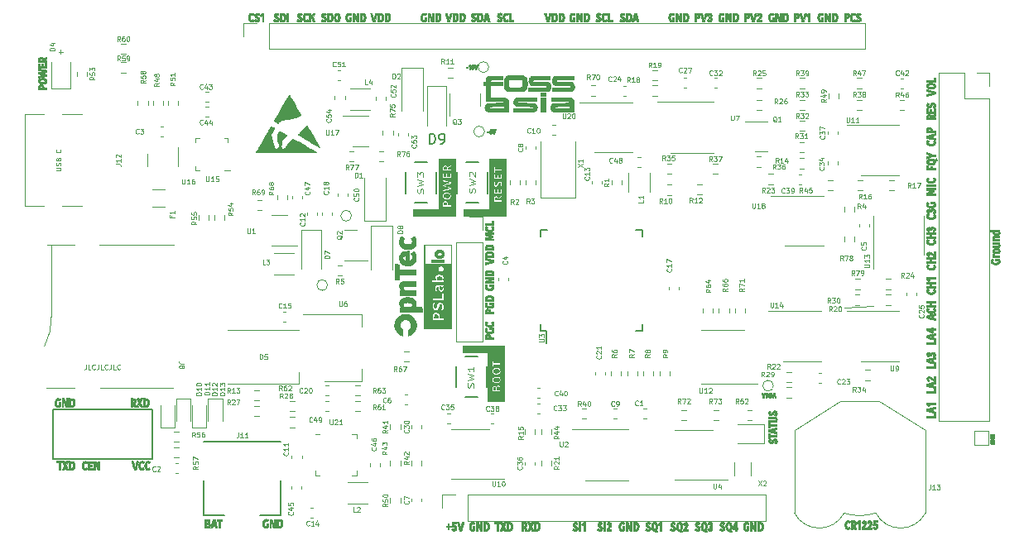
<source format=gbr>
G04 #@! TF.GenerationSoftware,KiCad,Pcbnew,7.0.8-7.0.8~ubuntu23.04.1*
G04 #@! TF.CreationDate,2023-10-23T05:56:26+00:00*
G04 #@! TF.ProjectId,PSLab,50534c61-622e-46b6-9963-61645f706362,v6.0-beta*
G04 #@! TF.SameCoordinates,Original*
G04 #@! TF.FileFunction,Legend,Top*
G04 #@! TF.FilePolarity,Positive*
%FSLAX46Y46*%
G04 Gerber Fmt 4.6, Leading zero omitted, Abs format (unit mm)*
G04 Created by KiCad (PCBNEW 7.0.8-7.0.8~ubuntu23.04.1) date 2023-10-23 05:56:26*
%MOMM*%
%LPD*%
G01*
G04 APERTURE LIST*
%ADD10C,0.100000*%
%ADD11C,0.125000*%
%ADD12C,0.075000*%
%ADD13C,0.110000*%
%ADD14C,0.150000*%
%ADD15C,0.120000*%
%ADD16C,0.010000*%
%ADD17C,0.152400*%
G04 APERTURE END LIST*
D10*
X183000000Y-77050000D02*
X186000000Y-76850000D01*
X102670723Y-50808033D02*
X103051676Y-50808033D01*
X102861199Y-50998509D02*
X102861199Y-50617557D01*
D11*
X105433333Y-82824809D02*
X105433333Y-83181952D01*
X105433333Y-83181952D02*
X105409524Y-83253380D01*
X105409524Y-83253380D02*
X105361905Y-83301000D01*
X105361905Y-83301000D02*
X105290476Y-83324809D01*
X105290476Y-83324809D02*
X105242857Y-83324809D01*
X105909523Y-83324809D02*
X105671428Y-83324809D01*
X105671428Y-83324809D02*
X105671428Y-82824809D01*
X106361904Y-83277190D02*
X106338095Y-83301000D01*
X106338095Y-83301000D02*
X106266666Y-83324809D01*
X106266666Y-83324809D02*
X106219047Y-83324809D01*
X106219047Y-83324809D02*
X106147619Y-83301000D01*
X106147619Y-83301000D02*
X106100000Y-83253380D01*
X106100000Y-83253380D02*
X106076190Y-83205761D01*
X106076190Y-83205761D02*
X106052381Y-83110523D01*
X106052381Y-83110523D02*
X106052381Y-83039095D01*
X106052381Y-83039095D02*
X106076190Y-82943857D01*
X106076190Y-82943857D02*
X106100000Y-82896238D01*
X106100000Y-82896238D02*
X106147619Y-82848619D01*
X106147619Y-82848619D02*
X106219047Y-82824809D01*
X106219047Y-82824809D02*
X106266666Y-82824809D01*
X106266666Y-82824809D02*
X106338095Y-82848619D01*
X106338095Y-82848619D02*
X106361904Y-82872428D01*
X106719047Y-82824809D02*
X106719047Y-83181952D01*
X106719047Y-83181952D02*
X106695238Y-83253380D01*
X106695238Y-83253380D02*
X106647619Y-83301000D01*
X106647619Y-83301000D02*
X106576190Y-83324809D01*
X106576190Y-83324809D02*
X106528571Y-83324809D01*
X107195237Y-83324809D02*
X106957142Y-83324809D01*
X106957142Y-83324809D02*
X106957142Y-82824809D01*
X107647618Y-83277190D02*
X107623809Y-83301000D01*
X107623809Y-83301000D02*
X107552380Y-83324809D01*
X107552380Y-83324809D02*
X107504761Y-83324809D01*
X107504761Y-83324809D02*
X107433333Y-83301000D01*
X107433333Y-83301000D02*
X107385714Y-83253380D01*
X107385714Y-83253380D02*
X107361904Y-83205761D01*
X107361904Y-83205761D02*
X107338095Y-83110523D01*
X107338095Y-83110523D02*
X107338095Y-83039095D01*
X107338095Y-83039095D02*
X107361904Y-82943857D01*
X107361904Y-82943857D02*
X107385714Y-82896238D01*
X107385714Y-82896238D02*
X107433333Y-82848619D01*
X107433333Y-82848619D02*
X107504761Y-82824809D01*
X107504761Y-82824809D02*
X107552380Y-82824809D01*
X107552380Y-82824809D02*
X107623809Y-82848619D01*
X107623809Y-82848619D02*
X107647618Y-82872428D01*
X108004761Y-82824809D02*
X108004761Y-83181952D01*
X108004761Y-83181952D02*
X107980952Y-83253380D01*
X107980952Y-83253380D02*
X107933333Y-83301000D01*
X107933333Y-83301000D02*
X107861904Y-83324809D01*
X107861904Y-83324809D02*
X107814285Y-83324809D01*
X108480951Y-83324809D02*
X108242856Y-83324809D01*
X108242856Y-83324809D02*
X108242856Y-82824809D01*
X108933332Y-83277190D02*
X108909523Y-83301000D01*
X108909523Y-83301000D02*
X108838094Y-83324809D01*
X108838094Y-83324809D02*
X108790475Y-83324809D01*
X108790475Y-83324809D02*
X108719047Y-83301000D01*
X108719047Y-83301000D02*
X108671428Y-83253380D01*
X108671428Y-83253380D02*
X108647618Y-83205761D01*
X108647618Y-83205761D02*
X108623809Y-83110523D01*
X108623809Y-83110523D02*
X108623809Y-83039095D01*
X108623809Y-83039095D02*
X108647618Y-82943857D01*
X108647618Y-82943857D02*
X108671428Y-82896238D01*
X108671428Y-82896238D02*
X108719047Y-82848619D01*
X108719047Y-82848619D02*
X108790475Y-82824809D01*
X108790475Y-82824809D02*
X108838094Y-82824809D01*
X108838094Y-82824809D02*
X108909523Y-82848619D01*
X108909523Y-82848619D02*
X108933332Y-82872428D01*
D10*
X102366109Y-62971428D02*
X102770871Y-62971428D01*
X102770871Y-62971428D02*
X102818490Y-62947618D01*
X102818490Y-62947618D02*
X102842300Y-62923809D01*
X102842300Y-62923809D02*
X102866109Y-62876190D01*
X102866109Y-62876190D02*
X102866109Y-62780952D01*
X102866109Y-62780952D02*
X102842300Y-62733333D01*
X102842300Y-62733333D02*
X102818490Y-62709523D01*
X102818490Y-62709523D02*
X102770871Y-62685714D01*
X102770871Y-62685714D02*
X102366109Y-62685714D01*
X102842300Y-62471427D02*
X102866109Y-62399999D01*
X102866109Y-62399999D02*
X102866109Y-62280951D01*
X102866109Y-62280951D02*
X102842300Y-62233332D01*
X102842300Y-62233332D02*
X102818490Y-62209523D01*
X102818490Y-62209523D02*
X102770871Y-62185713D01*
X102770871Y-62185713D02*
X102723252Y-62185713D01*
X102723252Y-62185713D02*
X102675633Y-62209523D01*
X102675633Y-62209523D02*
X102651823Y-62233332D01*
X102651823Y-62233332D02*
X102628014Y-62280951D01*
X102628014Y-62280951D02*
X102604204Y-62376189D01*
X102604204Y-62376189D02*
X102580395Y-62423808D01*
X102580395Y-62423808D02*
X102556585Y-62447618D01*
X102556585Y-62447618D02*
X102508966Y-62471427D01*
X102508966Y-62471427D02*
X102461347Y-62471427D01*
X102461347Y-62471427D02*
X102413728Y-62447618D01*
X102413728Y-62447618D02*
X102389919Y-62423808D01*
X102389919Y-62423808D02*
X102366109Y-62376189D01*
X102366109Y-62376189D02*
X102366109Y-62257142D01*
X102366109Y-62257142D02*
X102389919Y-62185713D01*
X102604204Y-61804761D02*
X102628014Y-61733333D01*
X102628014Y-61733333D02*
X102651823Y-61709523D01*
X102651823Y-61709523D02*
X102699442Y-61685714D01*
X102699442Y-61685714D02*
X102770871Y-61685714D01*
X102770871Y-61685714D02*
X102818490Y-61709523D01*
X102818490Y-61709523D02*
X102842300Y-61733333D01*
X102842300Y-61733333D02*
X102866109Y-61780952D01*
X102866109Y-61780952D02*
X102866109Y-61971428D01*
X102866109Y-61971428D02*
X102366109Y-61971428D01*
X102366109Y-61971428D02*
X102366109Y-61804761D01*
X102366109Y-61804761D02*
X102389919Y-61757142D01*
X102389919Y-61757142D02*
X102413728Y-61733333D01*
X102413728Y-61733333D02*
X102461347Y-61709523D01*
X102461347Y-61709523D02*
X102508966Y-61709523D01*
X102508966Y-61709523D02*
X102556585Y-61733333D01*
X102556585Y-61733333D02*
X102580395Y-61757142D01*
X102580395Y-61757142D02*
X102604204Y-61804761D01*
X102604204Y-61804761D02*
X102604204Y-61971428D01*
X102818490Y-60804762D02*
X102842300Y-60828571D01*
X102842300Y-60828571D02*
X102866109Y-60900000D01*
X102866109Y-60900000D02*
X102866109Y-60947619D01*
X102866109Y-60947619D02*
X102842300Y-61019047D01*
X102842300Y-61019047D02*
X102794680Y-61066666D01*
X102794680Y-61066666D02*
X102747061Y-61090476D01*
X102747061Y-61090476D02*
X102651823Y-61114285D01*
X102651823Y-61114285D02*
X102580395Y-61114285D01*
X102580395Y-61114285D02*
X102485157Y-61090476D01*
X102485157Y-61090476D02*
X102437538Y-61066666D01*
X102437538Y-61066666D02*
X102389919Y-61019047D01*
X102389919Y-61019047D02*
X102366109Y-60947619D01*
X102366109Y-60947619D02*
X102366109Y-60900000D01*
X102366109Y-60900000D02*
X102389919Y-60828571D01*
X102389919Y-60828571D02*
X102413728Y-60804762D01*
X176278571Y-62176109D02*
X176111905Y-61938014D01*
X175992857Y-62176109D02*
X175992857Y-61676109D01*
X175992857Y-61676109D02*
X176183333Y-61676109D01*
X176183333Y-61676109D02*
X176230952Y-61699919D01*
X176230952Y-61699919D02*
X176254762Y-61723728D01*
X176254762Y-61723728D02*
X176278571Y-61771347D01*
X176278571Y-61771347D02*
X176278571Y-61842776D01*
X176278571Y-61842776D02*
X176254762Y-61890395D01*
X176254762Y-61890395D02*
X176230952Y-61914204D01*
X176230952Y-61914204D02*
X176183333Y-61938014D01*
X176183333Y-61938014D02*
X175992857Y-61938014D01*
X176754762Y-62176109D02*
X176469048Y-62176109D01*
X176611905Y-62176109D02*
X176611905Y-61676109D01*
X176611905Y-61676109D02*
X176564286Y-61747538D01*
X176564286Y-61747538D02*
X176516667Y-61795157D01*
X176516667Y-61795157D02*
X176469048Y-61818966D01*
X177183333Y-61842776D02*
X177183333Y-62176109D01*
X177064285Y-61652300D02*
X176945238Y-62009442D01*
X176945238Y-62009442D02*
X177254761Y-62009442D01*
X150129609Y-90153428D02*
X149891514Y-90320094D01*
X150129609Y-90439142D02*
X149629609Y-90439142D01*
X149629609Y-90439142D02*
X149629609Y-90248666D01*
X149629609Y-90248666D02*
X149653419Y-90201047D01*
X149653419Y-90201047D02*
X149677228Y-90177237D01*
X149677228Y-90177237D02*
X149724847Y-90153428D01*
X149724847Y-90153428D02*
X149796276Y-90153428D01*
X149796276Y-90153428D02*
X149843895Y-90177237D01*
X149843895Y-90177237D02*
X149867704Y-90201047D01*
X149867704Y-90201047D02*
X149891514Y-90248666D01*
X149891514Y-90248666D02*
X149891514Y-90439142D01*
X150129609Y-89677237D02*
X150129609Y-89962951D01*
X150129609Y-89820094D02*
X149629609Y-89820094D01*
X149629609Y-89820094D02*
X149701038Y-89867713D01*
X149701038Y-89867713D02*
X149748657Y-89915332D01*
X149748657Y-89915332D02*
X149772466Y-89962951D01*
X149629609Y-89224857D02*
X149629609Y-89462952D01*
X149629609Y-89462952D02*
X149867704Y-89486761D01*
X149867704Y-89486761D02*
X149843895Y-89462952D01*
X149843895Y-89462952D02*
X149820085Y-89415333D01*
X149820085Y-89415333D02*
X149820085Y-89296285D01*
X149820085Y-89296285D02*
X149843895Y-89248666D01*
X149843895Y-89248666D02*
X149867704Y-89224857D01*
X149867704Y-89224857D02*
X149915323Y-89201047D01*
X149915323Y-89201047D02*
X150034371Y-89201047D01*
X150034371Y-89201047D02*
X150081990Y-89224857D01*
X150081990Y-89224857D02*
X150105800Y-89248666D01*
X150105800Y-89248666D02*
X150129609Y-89296285D01*
X150129609Y-89296285D02*
X150129609Y-89415333D01*
X150129609Y-89415333D02*
X150105800Y-89462952D01*
X150105800Y-89462952D02*
X150081990Y-89486761D01*
X161078571Y-53926109D02*
X160911905Y-53688014D01*
X160792857Y-53926109D02*
X160792857Y-53426109D01*
X160792857Y-53426109D02*
X160983333Y-53426109D01*
X160983333Y-53426109D02*
X161030952Y-53449919D01*
X161030952Y-53449919D02*
X161054762Y-53473728D01*
X161054762Y-53473728D02*
X161078571Y-53521347D01*
X161078571Y-53521347D02*
X161078571Y-53592776D01*
X161078571Y-53592776D02*
X161054762Y-53640395D01*
X161054762Y-53640395D02*
X161030952Y-53664204D01*
X161030952Y-53664204D02*
X160983333Y-53688014D01*
X160983333Y-53688014D02*
X160792857Y-53688014D01*
X161554762Y-53926109D02*
X161269048Y-53926109D01*
X161411905Y-53926109D02*
X161411905Y-53426109D01*
X161411905Y-53426109D02*
X161364286Y-53497538D01*
X161364286Y-53497538D02*
X161316667Y-53545157D01*
X161316667Y-53545157D02*
X161269048Y-53568966D01*
X161840476Y-53640395D02*
X161792857Y-53616585D01*
X161792857Y-53616585D02*
X161769047Y-53592776D01*
X161769047Y-53592776D02*
X161745238Y-53545157D01*
X161745238Y-53545157D02*
X161745238Y-53521347D01*
X161745238Y-53521347D02*
X161769047Y-53473728D01*
X161769047Y-53473728D02*
X161792857Y-53449919D01*
X161792857Y-53449919D02*
X161840476Y-53426109D01*
X161840476Y-53426109D02*
X161935714Y-53426109D01*
X161935714Y-53426109D02*
X161983333Y-53449919D01*
X161983333Y-53449919D02*
X162007142Y-53473728D01*
X162007142Y-53473728D02*
X162030952Y-53521347D01*
X162030952Y-53521347D02*
X162030952Y-53545157D01*
X162030952Y-53545157D02*
X162007142Y-53592776D01*
X162007142Y-53592776D02*
X161983333Y-53616585D01*
X161983333Y-53616585D02*
X161935714Y-53640395D01*
X161935714Y-53640395D02*
X161840476Y-53640395D01*
X161840476Y-53640395D02*
X161792857Y-53664204D01*
X161792857Y-53664204D02*
X161769047Y-53688014D01*
X161769047Y-53688014D02*
X161745238Y-53735633D01*
X161745238Y-53735633D02*
X161745238Y-53830871D01*
X161745238Y-53830871D02*
X161769047Y-53878490D01*
X161769047Y-53878490D02*
X161792857Y-53902300D01*
X161792857Y-53902300D02*
X161840476Y-53926109D01*
X161840476Y-53926109D02*
X161935714Y-53926109D01*
X161935714Y-53926109D02*
X161983333Y-53902300D01*
X161983333Y-53902300D02*
X162007142Y-53878490D01*
X162007142Y-53878490D02*
X162030952Y-53830871D01*
X162030952Y-53830871D02*
X162030952Y-53735633D01*
X162030952Y-53735633D02*
X162007142Y-53688014D01*
X162007142Y-53688014D02*
X161983333Y-53664204D01*
X161983333Y-53664204D02*
X161935714Y-53640395D01*
X163279071Y-52410109D02*
X163112405Y-52172014D01*
X162993357Y-52410109D02*
X162993357Y-51910109D01*
X162993357Y-51910109D02*
X163183833Y-51910109D01*
X163183833Y-51910109D02*
X163231452Y-51933919D01*
X163231452Y-51933919D02*
X163255262Y-51957728D01*
X163255262Y-51957728D02*
X163279071Y-52005347D01*
X163279071Y-52005347D02*
X163279071Y-52076776D01*
X163279071Y-52076776D02*
X163255262Y-52124395D01*
X163255262Y-52124395D02*
X163231452Y-52148204D01*
X163231452Y-52148204D02*
X163183833Y-52172014D01*
X163183833Y-52172014D02*
X162993357Y-52172014D01*
X163755262Y-52410109D02*
X163469548Y-52410109D01*
X163612405Y-52410109D02*
X163612405Y-51910109D01*
X163612405Y-51910109D02*
X163564786Y-51981538D01*
X163564786Y-51981538D02*
X163517167Y-52029157D01*
X163517167Y-52029157D02*
X163469548Y-52052966D01*
X163993357Y-52410109D02*
X164088595Y-52410109D01*
X164088595Y-52410109D02*
X164136214Y-52386300D01*
X164136214Y-52386300D02*
X164160023Y-52362490D01*
X164160023Y-52362490D02*
X164207642Y-52291061D01*
X164207642Y-52291061D02*
X164231452Y-52195823D01*
X164231452Y-52195823D02*
X164231452Y-52005347D01*
X164231452Y-52005347D02*
X164207642Y-51957728D01*
X164207642Y-51957728D02*
X164183833Y-51933919D01*
X164183833Y-51933919D02*
X164136214Y-51910109D01*
X164136214Y-51910109D02*
X164040976Y-51910109D01*
X164040976Y-51910109D02*
X163993357Y-51933919D01*
X163993357Y-51933919D02*
X163969547Y-51957728D01*
X163969547Y-51957728D02*
X163945738Y-52005347D01*
X163945738Y-52005347D02*
X163945738Y-52124395D01*
X163945738Y-52124395D02*
X163969547Y-52172014D01*
X163969547Y-52172014D02*
X163993357Y-52195823D01*
X163993357Y-52195823D02*
X164040976Y-52219633D01*
X164040976Y-52219633D02*
X164136214Y-52219633D01*
X164136214Y-52219633D02*
X164183833Y-52195823D01*
X164183833Y-52195823D02*
X164207642Y-52172014D01*
X164207642Y-52172014D02*
X164231452Y-52124395D01*
X181728571Y-77376109D02*
X181561905Y-77138014D01*
X181442857Y-77376109D02*
X181442857Y-76876109D01*
X181442857Y-76876109D02*
X181633333Y-76876109D01*
X181633333Y-76876109D02*
X181680952Y-76899919D01*
X181680952Y-76899919D02*
X181704762Y-76923728D01*
X181704762Y-76923728D02*
X181728571Y-76971347D01*
X181728571Y-76971347D02*
X181728571Y-77042776D01*
X181728571Y-77042776D02*
X181704762Y-77090395D01*
X181704762Y-77090395D02*
X181680952Y-77114204D01*
X181680952Y-77114204D02*
X181633333Y-77138014D01*
X181633333Y-77138014D02*
X181442857Y-77138014D01*
X181919048Y-76923728D02*
X181942857Y-76899919D01*
X181942857Y-76899919D02*
X181990476Y-76876109D01*
X181990476Y-76876109D02*
X182109524Y-76876109D01*
X182109524Y-76876109D02*
X182157143Y-76899919D01*
X182157143Y-76899919D02*
X182180952Y-76923728D01*
X182180952Y-76923728D02*
X182204762Y-76971347D01*
X182204762Y-76971347D02*
X182204762Y-77018966D01*
X182204762Y-77018966D02*
X182180952Y-77090395D01*
X182180952Y-77090395D02*
X181895238Y-77376109D01*
X181895238Y-77376109D02*
X182204762Y-77376109D01*
X182514285Y-76876109D02*
X182561904Y-76876109D01*
X182561904Y-76876109D02*
X182609523Y-76899919D01*
X182609523Y-76899919D02*
X182633333Y-76923728D01*
X182633333Y-76923728D02*
X182657142Y-76971347D01*
X182657142Y-76971347D02*
X182680952Y-77066585D01*
X182680952Y-77066585D02*
X182680952Y-77185633D01*
X182680952Y-77185633D02*
X182657142Y-77280871D01*
X182657142Y-77280871D02*
X182633333Y-77328490D01*
X182633333Y-77328490D02*
X182609523Y-77352300D01*
X182609523Y-77352300D02*
X182561904Y-77376109D01*
X182561904Y-77376109D02*
X182514285Y-77376109D01*
X182514285Y-77376109D02*
X182466666Y-77352300D01*
X182466666Y-77352300D02*
X182442857Y-77328490D01*
X182442857Y-77328490D02*
X182419047Y-77280871D01*
X182419047Y-77280871D02*
X182395238Y-77185633D01*
X182395238Y-77185633D02*
X182395238Y-77066585D01*
X182395238Y-77066585D02*
X182419047Y-76971347D01*
X182419047Y-76971347D02*
X182442857Y-76923728D01*
X182442857Y-76923728D02*
X182466666Y-76899919D01*
X182466666Y-76899919D02*
X182514285Y-76876109D01*
X153826109Y-93221428D02*
X153588014Y-93388094D01*
X153826109Y-93507142D02*
X153326109Y-93507142D01*
X153326109Y-93507142D02*
X153326109Y-93316666D01*
X153326109Y-93316666D02*
X153349919Y-93269047D01*
X153349919Y-93269047D02*
X153373728Y-93245237D01*
X153373728Y-93245237D02*
X153421347Y-93221428D01*
X153421347Y-93221428D02*
X153492776Y-93221428D01*
X153492776Y-93221428D02*
X153540395Y-93245237D01*
X153540395Y-93245237D02*
X153564204Y-93269047D01*
X153564204Y-93269047D02*
X153588014Y-93316666D01*
X153588014Y-93316666D02*
X153588014Y-93507142D01*
X153373728Y-93030951D02*
X153349919Y-93007142D01*
X153349919Y-93007142D02*
X153326109Y-92959523D01*
X153326109Y-92959523D02*
X153326109Y-92840475D01*
X153326109Y-92840475D02*
X153349919Y-92792856D01*
X153349919Y-92792856D02*
X153373728Y-92769047D01*
X153373728Y-92769047D02*
X153421347Y-92745237D01*
X153421347Y-92745237D02*
X153468966Y-92745237D01*
X153468966Y-92745237D02*
X153540395Y-92769047D01*
X153540395Y-92769047D02*
X153826109Y-93054761D01*
X153826109Y-93054761D02*
X153826109Y-92745237D01*
X153826109Y-92269047D02*
X153826109Y-92554761D01*
X153826109Y-92411904D02*
X153326109Y-92411904D01*
X153326109Y-92411904D02*
X153397538Y-92459523D01*
X153397538Y-92459523D02*
X153445157Y-92507142D01*
X153445157Y-92507142D02*
X153468966Y-92554761D01*
X189128571Y-73926109D02*
X188961905Y-73688014D01*
X188842857Y-73926109D02*
X188842857Y-73426109D01*
X188842857Y-73426109D02*
X189033333Y-73426109D01*
X189033333Y-73426109D02*
X189080952Y-73449919D01*
X189080952Y-73449919D02*
X189104762Y-73473728D01*
X189104762Y-73473728D02*
X189128571Y-73521347D01*
X189128571Y-73521347D02*
X189128571Y-73592776D01*
X189128571Y-73592776D02*
X189104762Y-73640395D01*
X189104762Y-73640395D02*
X189080952Y-73664204D01*
X189080952Y-73664204D02*
X189033333Y-73688014D01*
X189033333Y-73688014D02*
X188842857Y-73688014D01*
X189319048Y-73473728D02*
X189342857Y-73449919D01*
X189342857Y-73449919D02*
X189390476Y-73426109D01*
X189390476Y-73426109D02*
X189509524Y-73426109D01*
X189509524Y-73426109D02*
X189557143Y-73449919D01*
X189557143Y-73449919D02*
X189580952Y-73473728D01*
X189580952Y-73473728D02*
X189604762Y-73521347D01*
X189604762Y-73521347D02*
X189604762Y-73568966D01*
X189604762Y-73568966D02*
X189580952Y-73640395D01*
X189580952Y-73640395D02*
X189295238Y-73926109D01*
X189295238Y-73926109D02*
X189604762Y-73926109D01*
X190033333Y-73592776D02*
X190033333Y-73926109D01*
X189914285Y-73402300D02*
X189795238Y-73759442D01*
X189795238Y-73759442D02*
X190104761Y-73759442D01*
X173973571Y-53236109D02*
X173806905Y-52998014D01*
X173687857Y-53236109D02*
X173687857Y-52736109D01*
X173687857Y-52736109D02*
X173878333Y-52736109D01*
X173878333Y-52736109D02*
X173925952Y-52759919D01*
X173925952Y-52759919D02*
X173949762Y-52783728D01*
X173949762Y-52783728D02*
X173973571Y-52831347D01*
X173973571Y-52831347D02*
X173973571Y-52902776D01*
X173973571Y-52902776D02*
X173949762Y-52950395D01*
X173949762Y-52950395D02*
X173925952Y-52974204D01*
X173925952Y-52974204D02*
X173878333Y-52998014D01*
X173878333Y-52998014D02*
X173687857Y-52998014D01*
X174164048Y-52783728D02*
X174187857Y-52759919D01*
X174187857Y-52759919D02*
X174235476Y-52736109D01*
X174235476Y-52736109D02*
X174354524Y-52736109D01*
X174354524Y-52736109D02*
X174402143Y-52759919D01*
X174402143Y-52759919D02*
X174425952Y-52783728D01*
X174425952Y-52783728D02*
X174449762Y-52831347D01*
X174449762Y-52831347D02*
X174449762Y-52878966D01*
X174449762Y-52878966D02*
X174425952Y-52950395D01*
X174425952Y-52950395D02*
X174140238Y-53236109D01*
X174140238Y-53236109D02*
X174449762Y-53236109D01*
X174902142Y-52736109D02*
X174664047Y-52736109D01*
X174664047Y-52736109D02*
X174640238Y-52974204D01*
X174640238Y-52974204D02*
X174664047Y-52950395D01*
X174664047Y-52950395D02*
X174711666Y-52926585D01*
X174711666Y-52926585D02*
X174830714Y-52926585D01*
X174830714Y-52926585D02*
X174878333Y-52950395D01*
X174878333Y-52950395D02*
X174902142Y-52974204D01*
X174902142Y-52974204D02*
X174925952Y-53021823D01*
X174925952Y-53021823D02*
X174925952Y-53140871D01*
X174925952Y-53140871D02*
X174902142Y-53188490D01*
X174902142Y-53188490D02*
X174878333Y-53212300D01*
X174878333Y-53212300D02*
X174830714Y-53236109D01*
X174830714Y-53236109D02*
X174711666Y-53236109D01*
X174711666Y-53236109D02*
X174664047Y-53212300D01*
X174664047Y-53212300D02*
X174640238Y-53188490D01*
X181578571Y-76526109D02*
X181411905Y-76288014D01*
X181292857Y-76526109D02*
X181292857Y-76026109D01*
X181292857Y-76026109D02*
X181483333Y-76026109D01*
X181483333Y-76026109D02*
X181530952Y-76049919D01*
X181530952Y-76049919D02*
X181554762Y-76073728D01*
X181554762Y-76073728D02*
X181578571Y-76121347D01*
X181578571Y-76121347D02*
X181578571Y-76192776D01*
X181578571Y-76192776D02*
X181554762Y-76240395D01*
X181554762Y-76240395D02*
X181530952Y-76264204D01*
X181530952Y-76264204D02*
X181483333Y-76288014D01*
X181483333Y-76288014D02*
X181292857Y-76288014D01*
X181745238Y-76026109D02*
X182054762Y-76026109D01*
X182054762Y-76026109D02*
X181888095Y-76216585D01*
X181888095Y-76216585D02*
X181959524Y-76216585D01*
X181959524Y-76216585D02*
X182007143Y-76240395D01*
X182007143Y-76240395D02*
X182030952Y-76264204D01*
X182030952Y-76264204D02*
X182054762Y-76311823D01*
X182054762Y-76311823D02*
X182054762Y-76430871D01*
X182054762Y-76430871D02*
X182030952Y-76478490D01*
X182030952Y-76478490D02*
X182007143Y-76502300D01*
X182007143Y-76502300D02*
X181959524Y-76526109D01*
X181959524Y-76526109D02*
X181816667Y-76526109D01*
X181816667Y-76526109D02*
X181769048Y-76502300D01*
X181769048Y-76502300D02*
X181745238Y-76478490D01*
X182364285Y-76026109D02*
X182411904Y-76026109D01*
X182411904Y-76026109D02*
X182459523Y-76049919D01*
X182459523Y-76049919D02*
X182483333Y-76073728D01*
X182483333Y-76073728D02*
X182507142Y-76121347D01*
X182507142Y-76121347D02*
X182530952Y-76216585D01*
X182530952Y-76216585D02*
X182530952Y-76335633D01*
X182530952Y-76335633D02*
X182507142Y-76430871D01*
X182507142Y-76430871D02*
X182483333Y-76478490D01*
X182483333Y-76478490D02*
X182459523Y-76502300D01*
X182459523Y-76502300D02*
X182411904Y-76526109D01*
X182411904Y-76526109D02*
X182364285Y-76526109D01*
X182364285Y-76526109D02*
X182316666Y-76502300D01*
X182316666Y-76502300D02*
X182292857Y-76478490D01*
X182292857Y-76478490D02*
X182269047Y-76430871D01*
X182269047Y-76430871D02*
X182245238Y-76335633D01*
X182245238Y-76335633D02*
X182245238Y-76216585D01*
X182245238Y-76216585D02*
X182269047Y-76121347D01*
X182269047Y-76121347D02*
X182292857Y-76073728D01*
X182292857Y-76073728D02*
X182316666Y-76049919D01*
X182316666Y-76049919D02*
X182364285Y-76026109D01*
X178278571Y-59676109D02*
X178111905Y-59438014D01*
X177992857Y-59676109D02*
X177992857Y-59176109D01*
X177992857Y-59176109D02*
X178183333Y-59176109D01*
X178183333Y-59176109D02*
X178230952Y-59199919D01*
X178230952Y-59199919D02*
X178254762Y-59223728D01*
X178254762Y-59223728D02*
X178278571Y-59271347D01*
X178278571Y-59271347D02*
X178278571Y-59342776D01*
X178278571Y-59342776D02*
X178254762Y-59390395D01*
X178254762Y-59390395D02*
X178230952Y-59414204D01*
X178230952Y-59414204D02*
X178183333Y-59438014D01*
X178183333Y-59438014D02*
X177992857Y-59438014D01*
X178445238Y-59176109D02*
X178754762Y-59176109D01*
X178754762Y-59176109D02*
X178588095Y-59366585D01*
X178588095Y-59366585D02*
X178659524Y-59366585D01*
X178659524Y-59366585D02*
X178707143Y-59390395D01*
X178707143Y-59390395D02*
X178730952Y-59414204D01*
X178730952Y-59414204D02*
X178754762Y-59461823D01*
X178754762Y-59461823D02*
X178754762Y-59580871D01*
X178754762Y-59580871D02*
X178730952Y-59628490D01*
X178730952Y-59628490D02*
X178707143Y-59652300D01*
X178707143Y-59652300D02*
X178659524Y-59676109D01*
X178659524Y-59676109D02*
X178516667Y-59676109D01*
X178516667Y-59676109D02*
X178469048Y-59652300D01*
X178469048Y-59652300D02*
X178445238Y-59628490D01*
X179230952Y-59676109D02*
X178945238Y-59676109D01*
X179088095Y-59676109D02*
X179088095Y-59176109D01*
X179088095Y-59176109D02*
X179040476Y-59247538D01*
X179040476Y-59247538D02*
X178992857Y-59295157D01*
X178992857Y-59295157D02*
X178945238Y-59318966D01*
X178354571Y-57617609D02*
X178187905Y-57379514D01*
X178068857Y-57617609D02*
X178068857Y-57117609D01*
X178068857Y-57117609D02*
X178259333Y-57117609D01*
X178259333Y-57117609D02*
X178306952Y-57141419D01*
X178306952Y-57141419D02*
X178330762Y-57165228D01*
X178330762Y-57165228D02*
X178354571Y-57212847D01*
X178354571Y-57212847D02*
X178354571Y-57284276D01*
X178354571Y-57284276D02*
X178330762Y-57331895D01*
X178330762Y-57331895D02*
X178306952Y-57355704D01*
X178306952Y-57355704D02*
X178259333Y-57379514D01*
X178259333Y-57379514D02*
X178068857Y-57379514D01*
X178521238Y-57117609D02*
X178830762Y-57117609D01*
X178830762Y-57117609D02*
X178664095Y-57308085D01*
X178664095Y-57308085D02*
X178735524Y-57308085D01*
X178735524Y-57308085D02*
X178783143Y-57331895D01*
X178783143Y-57331895D02*
X178806952Y-57355704D01*
X178806952Y-57355704D02*
X178830762Y-57403323D01*
X178830762Y-57403323D02*
X178830762Y-57522371D01*
X178830762Y-57522371D02*
X178806952Y-57569990D01*
X178806952Y-57569990D02*
X178783143Y-57593800D01*
X178783143Y-57593800D02*
X178735524Y-57617609D01*
X178735524Y-57617609D02*
X178592667Y-57617609D01*
X178592667Y-57617609D02*
X178545048Y-57593800D01*
X178545048Y-57593800D02*
X178521238Y-57569990D01*
X179021238Y-57165228D02*
X179045047Y-57141419D01*
X179045047Y-57141419D02*
X179092666Y-57117609D01*
X179092666Y-57117609D02*
X179211714Y-57117609D01*
X179211714Y-57117609D02*
X179259333Y-57141419D01*
X179259333Y-57141419D02*
X179283142Y-57165228D01*
X179283142Y-57165228D02*
X179306952Y-57212847D01*
X179306952Y-57212847D02*
X179306952Y-57260466D01*
X179306952Y-57260466D02*
X179283142Y-57331895D01*
X179283142Y-57331895D02*
X178997428Y-57617609D01*
X178997428Y-57617609D02*
X179306952Y-57617609D01*
X178354571Y-55395109D02*
X178187905Y-55157014D01*
X178068857Y-55395109D02*
X178068857Y-54895109D01*
X178068857Y-54895109D02*
X178259333Y-54895109D01*
X178259333Y-54895109D02*
X178306952Y-54918919D01*
X178306952Y-54918919D02*
X178330762Y-54942728D01*
X178330762Y-54942728D02*
X178354571Y-54990347D01*
X178354571Y-54990347D02*
X178354571Y-55061776D01*
X178354571Y-55061776D02*
X178330762Y-55109395D01*
X178330762Y-55109395D02*
X178306952Y-55133204D01*
X178306952Y-55133204D02*
X178259333Y-55157014D01*
X178259333Y-55157014D02*
X178068857Y-55157014D01*
X178521238Y-54895109D02*
X178830762Y-54895109D01*
X178830762Y-54895109D02*
X178664095Y-55085585D01*
X178664095Y-55085585D02*
X178735524Y-55085585D01*
X178735524Y-55085585D02*
X178783143Y-55109395D01*
X178783143Y-55109395D02*
X178806952Y-55133204D01*
X178806952Y-55133204D02*
X178830762Y-55180823D01*
X178830762Y-55180823D02*
X178830762Y-55299871D01*
X178830762Y-55299871D02*
X178806952Y-55347490D01*
X178806952Y-55347490D02*
X178783143Y-55371300D01*
X178783143Y-55371300D02*
X178735524Y-55395109D01*
X178735524Y-55395109D02*
X178592667Y-55395109D01*
X178592667Y-55395109D02*
X178545048Y-55371300D01*
X178545048Y-55371300D02*
X178521238Y-55347490D01*
X178997428Y-54895109D02*
X179306952Y-54895109D01*
X179306952Y-54895109D02*
X179140285Y-55085585D01*
X179140285Y-55085585D02*
X179211714Y-55085585D01*
X179211714Y-55085585D02*
X179259333Y-55109395D01*
X179259333Y-55109395D02*
X179283142Y-55133204D01*
X179283142Y-55133204D02*
X179306952Y-55180823D01*
X179306952Y-55180823D02*
X179306952Y-55299871D01*
X179306952Y-55299871D02*
X179283142Y-55347490D01*
X179283142Y-55347490D02*
X179259333Y-55371300D01*
X179259333Y-55371300D02*
X179211714Y-55395109D01*
X179211714Y-55395109D02*
X179068857Y-55395109D01*
X179068857Y-55395109D02*
X179021238Y-55371300D01*
X179021238Y-55371300D02*
X178997428Y-55347490D01*
X164678571Y-61926109D02*
X164511905Y-61688014D01*
X164392857Y-61926109D02*
X164392857Y-61426109D01*
X164392857Y-61426109D02*
X164583333Y-61426109D01*
X164583333Y-61426109D02*
X164630952Y-61449919D01*
X164630952Y-61449919D02*
X164654762Y-61473728D01*
X164654762Y-61473728D02*
X164678571Y-61521347D01*
X164678571Y-61521347D02*
X164678571Y-61592776D01*
X164678571Y-61592776D02*
X164654762Y-61640395D01*
X164654762Y-61640395D02*
X164630952Y-61664204D01*
X164630952Y-61664204D02*
X164583333Y-61688014D01*
X164583333Y-61688014D02*
X164392857Y-61688014D01*
X164845238Y-61426109D02*
X165154762Y-61426109D01*
X165154762Y-61426109D02*
X164988095Y-61616585D01*
X164988095Y-61616585D02*
X165059524Y-61616585D01*
X165059524Y-61616585D02*
X165107143Y-61640395D01*
X165107143Y-61640395D02*
X165130952Y-61664204D01*
X165130952Y-61664204D02*
X165154762Y-61711823D01*
X165154762Y-61711823D02*
X165154762Y-61830871D01*
X165154762Y-61830871D02*
X165130952Y-61878490D01*
X165130952Y-61878490D02*
X165107143Y-61902300D01*
X165107143Y-61902300D02*
X165059524Y-61926109D01*
X165059524Y-61926109D02*
X164916667Y-61926109D01*
X164916667Y-61926109D02*
X164869048Y-61902300D01*
X164869048Y-61902300D02*
X164845238Y-61878490D01*
X165607142Y-61426109D02*
X165369047Y-61426109D01*
X165369047Y-61426109D02*
X165345238Y-61664204D01*
X165345238Y-61664204D02*
X165369047Y-61640395D01*
X165369047Y-61640395D02*
X165416666Y-61616585D01*
X165416666Y-61616585D02*
X165535714Y-61616585D01*
X165535714Y-61616585D02*
X165583333Y-61640395D01*
X165583333Y-61640395D02*
X165607142Y-61664204D01*
X165607142Y-61664204D02*
X165630952Y-61711823D01*
X165630952Y-61711823D02*
X165630952Y-61830871D01*
X165630952Y-61830871D02*
X165607142Y-61878490D01*
X165607142Y-61878490D02*
X165583333Y-61902300D01*
X165583333Y-61902300D02*
X165535714Y-61926109D01*
X165535714Y-61926109D02*
X165416666Y-61926109D01*
X165416666Y-61926109D02*
X165369047Y-61902300D01*
X165369047Y-61902300D02*
X165345238Y-61878490D01*
X175978571Y-62826109D02*
X175811905Y-62588014D01*
X175692857Y-62826109D02*
X175692857Y-62326109D01*
X175692857Y-62326109D02*
X175883333Y-62326109D01*
X175883333Y-62326109D02*
X175930952Y-62349919D01*
X175930952Y-62349919D02*
X175954762Y-62373728D01*
X175954762Y-62373728D02*
X175978571Y-62421347D01*
X175978571Y-62421347D02*
X175978571Y-62492776D01*
X175978571Y-62492776D02*
X175954762Y-62540395D01*
X175954762Y-62540395D02*
X175930952Y-62564204D01*
X175930952Y-62564204D02*
X175883333Y-62588014D01*
X175883333Y-62588014D02*
X175692857Y-62588014D01*
X176145238Y-62326109D02*
X176454762Y-62326109D01*
X176454762Y-62326109D02*
X176288095Y-62516585D01*
X176288095Y-62516585D02*
X176359524Y-62516585D01*
X176359524Y-62516585D02*
X176407143Y-62540395D01*
X176407143Y-62540395D02*
X176430952Y-62564204D01*
X176430952Y-62564204D02*
X176454762Y-62611823D01*
X176454762Y-62611823D02*
X176454762Y-62730871D01*
X176454762Y-62730871D02*
X176430952Y-62778490D01*
X176430952Y-62778490D02*
X176407143Y-62802300D01*
X176407143Y-62802300D02*
X176359524Y-62826109D01*
X176359524Y-62826109D02*
X176216667Y-62826109D01*
X176216667Y-62826109D02*
X176169048Y-62802300D01*
X176169048Y-62802300D02*
X176145238Y-62778490D01*
X176883333Y-62326109D02*
X176788095Y-62326109D01*
X176788095Y-62326109D02*
X176740476Y-62349919D01*
X176740476Y-62349919D02*
X176716666Y-62373728D01*
X176716666Y-62373728D02*
X176669047Y-62445157D01*
X176669047Y-62445157D02*
X176645238Y-62540395D01*
X176645238Y-62540395D02*
X176645238Y-62730871D01*
X176645238Y-62730871D02*
X176669047Y-62778490D01*
X176669047Y-62778490D02*
X176692857Y-62802300D01*
X176692857Y-62802300D02*
X176740476Y-62826109D01*
X176740476Y-62826109D02*
X176835714Y-62826109D01*
X176835714Y-62826109D02*
X176883333Y-62802300D01*
X176883333Y-62802300D02*
X176907142Y-62778490D01*
X176907142Y-62778490D02*
X176930952Y-62730871D01*
X176930952Y-62730871D02*
X176930952Y-62611823D01*
X176930952Y-62611823D02*
X176907142Y-62564204D01*
X176907142Y-62564204D02*
X176883333Y-62540395D01*
X176883333Y-62540395D02*
X176835714Y-62516585D01*
X176835714Y-62516585D02*
X176740476Y-62516585D01*
X176740476Y-62516585D02*
X176692857Y-62540395D01*
X176692857Y-62540395D02*
X176669047Y-62564204D01*
X176669047Y-62564204D02*
X176645238Y-62611823D01*
X169464571Y-61999109D02*
X169297905Y-61761014D01*
X169178857Y-61999109D02*
X169178857Y-61499109D01*
X169178857Y-61499109D02*
X169369333Y-61499109D01*
X169369333Y-61499109D02*
X169416952Y-61522919D01*
X169416952Y-61522919D02*
X169440762Y-61546728D01*
X169440762Y-61546728D02*
X169464571Y-61594347D01*
X169464571Y-61594347D02*
X169464571Y-61665776D01*
X169464571Y-61665776D02*
X169440762Y-61713395D01*
X169440762Y-61713395D02*
X169416952Y-61737204D01*
X169416952Y-61737204D02*
X169369333Y-61761014D01*
X169369333Y-61761014D02*
X169178857Y-61761014D01*
X169631238Y-61499109D02*
X169940762Y-61499109D01*
X169940762Y-61499109D02*
X169774095Y-61689585D01*
X169774095Y-61689585D02*
X169845524Y-61689585D01*
X169845524Y-61689585D02*
X169893143Y-61713395D01*
X169893143Y-61713395D02*
X169916952Y-61737204D01*
X169916952Y-61737204D02*
X169940762Y-61784823D01*
X169940762Y-61784823D02*
X169940762Y-61903871D01*
X169940762Y-61903871D02*
X169916952Y-61951490D01*
X169916952Y-61951490D02*
X169893143Y-61975300D01*
X169893143Y-61975300D02*
X169845524Y-61999109D01*
X169845524Y-61999109D02*
X169702667Y-61999109D01*
X169702667Y-61999109D02*
X169655048Y-61975300D01*
X169655048Y-61975300D02*
X169631238Y-61951490D01*
X170107428Y-61499109D02*
X170440761Y-61499109D01*
X170440761Y-61499109D02*
X170226476Y-61999109D01*
X184195071Y-55426109D02*
X184028405Y-55188014D01*
X183909357Y-55426109D02*
X183909357Y-54926109D01*
X183909357Y-54926109D02*
X184099833Y-54926109D01*
X184099833Y-54926109D02*
X184147452Y-54949919D01*
X184147452Y-54949919D02*
X184171262Y-54973728D01*
X184171262Y-54973728D02*
X184195071Y-55021347D01*
X184195071Y-55021347D02*
X184195071Y-55092776D01*
X184195071Y-55092776D02*
X184171262Y-55140395D01*
X184171262Y-55140395D02*
X184147452Y-55164204D01*
X184147452Y-55164204D02*
X184099833Y-55188014D01*
X184099833Y-55188014D02*
X183909357Y-55188014D01*
X184361738Y-54926109D02*
X184671262Y-54926109D01*
X184671262Y-54926109D02*
X184504595Y-55116585D01*
X184504595Y-55116585D02*
X184576024Y-55116585D01*
X184576024Y-55116585D02*
X184623643Y-55140395D01*
X184623643Y-55140395D02*
X184647452Y-55164204D01*
X184647452Y-55164204D02*
X184671262Y-55211823D01*
X184671262Y-55211823D02*
X184671262Y-55330871D01*
X184671262Y-55330871D02*
X184647452Y-55378490D01*
X184647452Y-55378490D02*
X184623643Y-55402300D01*
X184623643Y-55402300D02*
X184576024Y-55426109D01*
X184576024Y-55426109D02*
X184433167Y-55426109D01*
X184433167Y-55426109D02*
X184385548Y-55402300D01*
X184385548Y-55402300D02*
X184361738Y-55378490D01*
X184956976Y-55140395D02*
X184909357Y-55116585D01*
X184909357Y-55116585D02*
X184885547Y-55092776D01*
X184885547Y-55092776D02*
X184861738Y-55045157D01*
X184861738Y-55045157D02*
X184861738Y-55021347D01*
X184861738Y-55021347D02*
X184885547Y-54973728D01*
X184885547Y-54973728D02*
X184909357Y-54949919D01*
X184909357Y-54949919D02*
X184956976Y-54926109D01*
X184956976Y-54926109D02*
X185052214Y-54926109D01*
X185052214Y-54926109D02*
X185099833Y-54949919D01*
X185099833Y-54949919D02*
X185123642Y-54973728D01*
X185123642Y-54973728D02*
X185147452Y-55021347D01*
X185147452Y-55021347D02*
X185147452Y-55045157D01*
X185147452Y-55045157D02*
X185123642Y-55092776D01*
X185123642Y-55092776D02*
X185099833Y-55116585D01*
X185099833Y-55116585D02*
X185052214Y-55140395D01*
X185052214Y-55140395D02*
X184956976Y-55140395D01*
X184956976Y-55140395D02*
X184909357Y-55164204D01*
X184909357Y-55164204D02*
X184885547Y-55188014D01*
X184885547Y-55188014D02*
X184861738Y-55235633D01*
X184861738Y-55235633D02*
X184861738Y-55330871D01*
X184861738Y-55330871D02*
X184885547Y-55378490D01*
X184885547Y-55378490D02*
X184909357Y-55402300D01*
X184909357Y-55402300D02*
X184956976Y-55426109D01*
X184956976Y-55426109D02*
X185052214Y-55426109D01*
X185052214Y-55426109D02*
X185099833Y-55402300D01*
X185099833Y-55402300D02*
X185123642Y-55378490D01*
X185123642Y-55378490D02*
X185147452Y-55330871D01*
X185147452Y-55330871D02*
X185147452Y-55235633D01*
X185147452Y-55235633D02*
X185123642Y-55188014D01*
X185123642Y-55188014D02*
X185099833Y-55164204D01*
X185099833Y-55164204D02*
X185052214Y-55140395D01*
X178361771Y-53236109D02*
X178195105Y-52998014D01*
X178076057Y-53236109D02*
X178076057Y-52736109D01*
X178076057Y-52736109D02*
X178266533Y-52736109D01*
X178266533Y-52736109D02*
X178314152Y-52759919D01*
X178314152Y-52759919D02*
X178337962Y-52783728D01*
X178337962Y-52783728D02*
X178361771Y-52831347D01*
X178361771Y-52831347D02*
X178361771Y-52902776D01*
X178361771Y-52902776D02*
X178337962Y-52950395D01*
X178337962Y-52950395D02*
X178314152Y-52974204D01*
X178314152Y-52974204D02*
X178266533Y-52998014D01*
X178266533Y-52998014D02*
X178076057Y-52998014D01*
X178528438Y-52736109D02*
X178837962Y-52736109D01*
X178837962Y-52736109D02*
X178671295Y-52926585D01*
X178671295Y-52926585D02*
X178742724Y-52926585D01*
X178742724Y-52926585D02*
X178790343Y-52950395D01*
X178790343Y-52950395D02*
X178814152Y-52974204D01*
X178814152Y-52974204D02*
X178837962Y-53021823D01*
X178837962Y-53021823D02*
X178837962Y-53140871D01*
X178837962Y-53140871D02*
X178814152Y-53188490D01*
X178814152Y-53188490D02*
X178790343Y-53212300D01*
X178790343Y-53212300D02*
X178742724Y-53236109D01*
X178742724Y-53236109D02*
X178599867Y-53236109D01*
X178599867Y-53236109D02*
X178552248Y-53212300D01*
X178552248Y-53212300D02*
X178528438Y-53188490D01*
X179076057Y-53236109D02*
X179171295Y-53236109D01*
X179171295Y-53236109D02*
X179218914Y-53212300D01*
X179218914Y-53212300D02*
X179242723Y-53188490D01*
X179242723Y-53188490D02*
X179290342Y-53117061D01*
X179290342Y-53117061D02*
X179314152Y-53021823D01*
X179314152Y-53021823D02*
X179314152Y-52831347D01*
X179314152Y-52831347D02*
X179290342Y-52783728D01*
X179290342Y-52783728D02*
X179266533Y-52759919D01*
X179266533Y-52759919D02*
X179218914Y-52736109D01*
X179218914Y-52736109D02*
X179123676Y-52736109D01*
X179123676Y-52736109D02*
X179076057Y-52759919D01*
X179076057Y-52759919D02*
X179052247Y-52783728D01*
X179052247Y-52783728D02*
X179028438Y-52831347D01*
X179028438Y-52831347D02*
X179028438Y-52950395D01*
X179028438Y-52950395D02*
X179052247Y-52998014D01*
X179052247Y-52998014D02*
X179076057Y-53021823D01*
X179076057Y-53021823D02*
X179123676Y-53045633D01*
X179123676Y-53045633D02*
X179218914Y-53045633D01*
X179218914Y-53045633D02*
X179266533Y-53021823D01*
X179266533Y-53021823D02*
X179290342Y-52998014D01*
X179290342Y-52998014D02*
X179314152Y-52950395D01*
X136290109Y-89526428D02*
X136052014Y-89693094D01*
X136290109Y-89812142D02*
X135790109Y-89812142D01*
X135790109Y-89812142D02*
X135790109Y-89621666D01*
X135790109Y-89621666D02*
X135813919Y-89574047D01*
X135813919Y-89574047D02*
X135837728Y-89550237D01*
X135837728Y-89550237D02*
X135885347Y-89526428D01*
X135885347Y-89526428D02*
X135956776Y-89526428D01*
X135956776Y-89526428D02*
X136004395Y-89550237D01*
X136004395Y-89550237D02*
X136028204Y-89574047D01*
X136028204Y-89574047D02*
X136052014Y-89621666D01*
X136052014Y-89621666D02*
X136052014Y-89812142D01*
X135956776Y-89097856D02*
X136290109Y-89097856D01*
X135766300Y-89216904D02*
X136123442Y-89335951D01*
X136123442Y-89335951D02*
X136123442Y-89026428D01*
X136290109Y-88574047D02*
X136290109Y-88859761D01*
X136290109Y-88716904D02*
X135790109Y-88716904D01*
X135790109Y-88716904D02*
X135861538Y-88764523D01*
X135861538Y-88764523D02*
X135909157Y-88812142D01*
X135909157Y-88812142D02*
X135932966Y-88859761D01*
X138453109Y-92721428D02*
X138215014Y-92888094D01*
X138453109Y-93007142D02*
X137953109Y-93007142D01*
X137953109Y-93007142D02*
X137953109Y-92816666D01*
X137953109Y-92816666D02*
X137976919Y-92769047D01*
X137976919Y-92769047D02*
X138000728Y-92745237D01*
X138000728Y-92745237D02*
X138048347Y-92721428D01*
X138048347Y-92721428D02*
X138119776Y-92721428D01*
X138119776Y-92721428D02*
X138167395Y-92745237D01*
X138167395Y-92745237D02*
X138191204Y-92769047D01*
X138191204Y-92769047D02*
X138215014Y-92816666D01*
X138215014Y-92816666D02*
X138215014Y-93007142D01*
X138119776Y-92292856D02*
X138453109Y-92292856D01*
X137929300Y-92411904D02*
X138286442Y-92530951D01*
X138286442Y-92530951D02*
X138286442Y-92221428D01*
X138000728Y-92054761D02*
X137976919Y-92030952D01*
X137976919Y-92030952D02*
X137953109Y-91983333D01*
X137953109Y-91983333D02*
X137953109Y-91864285D01*
X137953109Y-91864285D02*
X137976919Y-91816666D01*
X137976919Y-91816666D02*
X138000728Y-91792857D01*
X138000728Y-91792857D02*
X138048347Y-91769047D01*
X138048347Y-91769047D02*
X138095966Y-91769047D01*
X138095966Y-91769047D02*
X138167395Y-91792857D01*
X138167395Y-91792857D02*
X138453109Y-92078571D01*
X138453109Y-92078571D02*
X138453109Y-91769047D01*
X136226109Y-91721428D02*
X135988014Y-91888094D01*
X136226109Y-92007142D02*
X135726109Y-92007142D01*
X135726109Y-92007142D02*
X135726109Y-91816666D01*
X135726109Y-91816666D02*
X135749919Y-91769047D01*
X135749919Y-91769047D02*
X135773728Y-91745237D01*
X135773728Y-91745237D02*
X135821347Y-91721428D01*
X135821347Y-91721428D02*
X135892776Y-91721428D01*
X135892776Y-91721428D02*
X135940395Y-91745237D01*
X135940395Y-91745237D02*
X135964204Y-91769047D01*
X135964204Y-91769047D02*
X135988014Y-91816666D01*
X135988014Y-91816666D02*
X135988014Y-92007142D01*
X135892776Y-91292856D02*
X136226109Y-91292856D01*
X135702300Y-91411904D02*
X136059442Y-91530951D01*
X136059442Y-91530951D02*
X136059442Y-91221428D01*
X135726109Y-91078571D02*
X135726109Y-90769047D01*
X135726109Y-90769047D02*
X135916585Y-90935714D01*
X135916585Y-90935714D02*
X135916585Y-90864285D01*
X135916585Y-90864285D02*
X135940395Y-90816666D01*
X135940395Y-90816666D02*
X135964204Y-90792857D01*
X135964204Y-90792857D02*
X136011823Y-90769047D01*
X136011823Y-90769047D02*
X136130871Y-90769047D01*
X136130871Y-90769047D02*
X136178490Y-90792857D01*
X136178490Y-90792857D02*
X136202300Y-90816666D01*
X136202300Y-90816666D02*
X136226109Y-90864285D01*
X136226109Y-90864285D02*
X136226109Y-91007142D01*
X136226109Y-91007142D02*
X136202300Y-91054761D01*
X136202300Y-91054761D02*
X136178490Y-91078571D01*
X153826109Y-90121428D02*
X153588014Y-90288094D01*
X153826109Y-90407142D02*
X153326109Y-90407142D01*
X153326109Y-90407142D02*
X153326109Y-90216666D01*
X153326109Y-90216666D02*
X153349919Y-90169047D01*
X153349919Y-90169047D02*
X153373728Y-90145237D01*
X153373728Y-90145237D02*
X153421347Y-90121428D01*
X153421347Y-90121428D02*
X153492776Y-90121428D01*
X153492776Y-90121428D02*
X153540395Y-90145237D01*
X153540395Y-90145237D02*
X153564204Y-90169047D01*
X153564204Y-90169047D02*
X153588014Y-90216666D01*
X153588014Y-90216666D02*
X153588014Y-90407142D01*
X153492776Y-89692856D02*
X153826109Y-89692856D01*
X153302300Y-89811904D02*
X153659442Y-89930951D01*
X153659442Y-89930951D02*
X153659442Y-89621428D01*
X153492776Y-89216666D02*
X153826109Y-89216666D01*
X153302300Y-89335714D02*
X153659442Y-89454761D01*
X153659442Y-89454761D02*
X153659442Y-89145238D01*
X178728571Y-65226109D02*
X178561905Y-64988014D01*
X178442857Y-65226109D02*
X178442857Y-64726109D01*
X178442857Y-64726109D02*
X178633333Y-64726109D01*
X178633333Y-64726109D02*
X178680952Y-64749919D01*
X178680952Y-64749919D02*
X178704762Y-64773728D01*
X178704762Y-64773728D02*
X178728571Y-64821347D01*
X178728571Y-64821347D02*
X178728571Y-64892776D01*
X178728571Y-64892776D02*
X178704762Y-64940395D01*
X178704762Y-64940395D02*
X178680952Y-64964204D01*
X178680952Y-64964204D02*
X178633333Y-64988014D01*
X178633333Y-64988014D02*
X178442857Y-64988014D01*
X179157143Y-64892776D02*
X179157143Y-65226109D01*
X179038095Y-64702300D02*
X178919048Y-65059442D01*
X178919048Y-65059442D02*
X179228571Y-65059442D01*
X179657142Y-64726109D02*
X179419047Y-64726109D01*
X179419047Y-64726109D02*
X179395238Y-64964204D01*
X179395238Y-64964204D02*
X179419047Y-64940395D01*
X179419047Y-64940395D02*
X179466666Y-64916585D01*
X179466666Y-64916585D02*
X179585714Y-64916585D01*
X179585714Y-64916585D02*
X179633333Y-64940395D01*
X179633333Y-64940395D02*
X179657142Y-64964204D01*
X179657142Y-64964204D02*
X179680952Y-65011823D01*
X179680952Y-65011823D02*
X179680952Y-65130871D01*
X179680952Y-65130871D02*
X179657142Y-65178490D01*
X179657142Y-65178490D02*
X179633333Y-65202300D01*
X179633333Y-65202300D02*
X179585714Y-65226109D01*
X179585714Y-65226109D02*
X179466666Y-65226109D01*
X179466666Y-65226109D02*
X179419047Y-65202300D01*
X179419047Y-65202300D02*
X179395238Y-65178490D01*
X172178571Y-86826109D02*
X172011905Y-86588014D01*
X171892857Y-86826109D02*
X171892857Y-86326109D01*
X171892857Y-86326109D02*
X172083333Y-86326109D01*
X172083333Y-86326109D02*
X172130952Y-86349919D01*
X172130952Y-86349919D02*
X172154762Y-86373728D01*
X172154762Y-86373728D02*
X172178571Y-86421347D01*
X172178571Y-86421347D02*
X172178571Y-86492776D01*
X172178571Y-86492776D02*
X172154762Y-86540395D01*
X172154762Y-86540395D02*
X172130952Y-86564204D01*
X172130952Y-86564204D02*
X172083333Y-86588014D01*
X172083333Y-86588014D02*
X171892857Y-86588014D01*
X172630952Y-86326109D02*
X172392857Y-86326109D01*
X172392857Y-86326109D02*
X172369048Y-86564204D01*
X172369048Y-86564204D02*
X172392857Y-86540395D01*
X172392857Y-86540395D02*
X172440476Y-86516585D01*
X172440476Y-86516585D02*
X172559524Y-86516585D01*
X172559524Y-86516585D02*
X172607143Y-86540395D01*
X172607143Y-86540395D02*
X172630952Y-86564204D01*
X172630952Y-86564204D02*
X172654762Y-86611823D01*
X172654762Y-86611823D02*
X172654762Y-86730871D01*
X172654762Y-86730871D02*
X172630952Y-86778490D01*
X172630952Y-86778490D02*
X172607143Y-86802300D01*
X172607143Y-86802300D02*
X172559524Y-86826109D01*
X172559524Y-86826109D02*
X172440476Y-86826109D01*
X172440476Y-86826109D02*
X172392857Y-86802300D01*
X172392857Y-86802300D02*
X172369048Y-86778490D01*
X172845238Y-86373728D02*
X172869047Y-86349919D01*
X172869047Y-86349919D02*
X172916666Y-86326109D01*
X172916666Y-86326109D02*
X173035714Y-86326109D01*
X173035714Y-86326109D02*
X173083333Y-86349919D01*
X173083333Y-86349919D02*
X173107142Y-86373728D01*
X173107142Y-86373728D02*
X173130952Y-86421347D01*
X173130952Y-86421347D02*
X173130952Y-86468966D01*
X173130952Y-86468966D02*
X173107142Y-86540395D01*
X173107142Y-86540395D02*
X172821428Y-86826109D01*
X172821428Y-86826109D02*
X173130952Y-86826109D01*
X106326109Y-53381428D02*
X106088014Y-53548094D01*
X106326109Y-53667142D02*
X105826109Y-53667142D01*
X105826109Y-53667142D02*
X105826109Y-53476666D01*
X105826109Y-53476666D02*
X105849919Y-53429047D01*
X105849919Y-53429047D02*
X105873728Y-53405237D01*
X105873728Y-53405237D02*
X105921347Y-53381428D01*
X105921347Y-53381428D02*
X105992776Y-53381428D01*
X105992776Y-53381428D02*
X106040395Y-53405237D01*
X106040395Y-53405237D02*
X106064204Y-53429047D01*
X106064204Y-53429047D02*
X106088014Y-53476666D01*
X106088014Y-53476666D02*
X106088014Y-53667142D01*
X105826109Y-52929047D02*
X105826109Y-53167142D01*
X105826109Y-53167142D02*
X106064204Y-53190951D01*
X106064204Y-53190951D02*
X106040395Y-53167142D01*
X106040395Y-53167142D02*
X106016585Y-53119523D01*
X106016585Y-53119523D02*
X106016585Y-53000475D01*
X106016585Y-53000475D02*
X106040395Y-52952856D01*
X106040395Y-52952856D02*
X106064204Y-52929047D01*
X106064204Y-52929047D02*
X106111823Y-52905237D01*
X106111823Y-52905237D02*
X106230871Y-52905237D01*
X106230871Y-52905237D02*
X106278490Y-52929047D01*
X106278490Y-52929047D02*
X106302300Y-52952856D01*
X106302300Y-52952856D02*
X106326109Y-53000475D01*
X106326109Y-53000475D02*
X106326109Y-53119523D01*
X106326109Y-53119523D02*
X106302300Y-53167142D01*
X106302300Y-53167142D02*
X106278490Y-53190951D01*
X105826109Y-52738571D02*
X105826109Y-52429047D01*
X105826109Y-52429047D02*
X106016585Y-52595714D01*
X106016585Y-52595714D02*
X106016585Y-52524285D01*
X106016585Y-52524285D02*
X106040395Y-52476666D01*
X106040395Y-52476666D02*
X106064204Y-52452857D01*
X106064204Y-52452857D02*
X106111823Y-52429047D01*
X106111823Y-52429047D02*
X106230871Y-52429047D01*
X106230871Y-52429047D02*
X106278490Y-52452857D01*
X106278490Y-52452857D02*
X106302300Y-52476666D01*
X106302300Y-52476666D02*
X106326109Y-52524285D01*
X106326109Y-52524285D02*
X106326109Y-52667142D01*
X106326109Y-52667142D02*
X106302300Y-52714761D01*
X106302300Y-52714761D02*
X106278490Y-52738571D01*
X120476109Y-67271428D02*
X120238014Y-67438094D01*
X120476109Y-67557142D02*
X119976109Y-67557142D01*
X119976109Y-67557142D02*
X119976109Y-67366666D01*
X119976109Y-67366666D02*
X119999919Y-67319047D01*
X119999919Y-67319047D02*
X120023728Y-67295237D01*
X120023728Y-67295237D02*
X120071347Y-67271428D01*
X120071347Y-67271428D02*
X120142776Y-67271428D01*
X120142776Y-67271428D02*
X120190395Y-67295237D01*
X120190395Y-67295237D02*
X120214204Y-67319047D01*
X120214204Y-67319047D02*
X120238014Y-67366666D01*
X120238014Y-67366666D02*
X120238014Y-67557142D01*
X119976109Y-66819047D02*
X119976109Y-67057142D01*
X119976109Y-67057142D02*
X120214204Y-67080951D01*
X120214204Y-67080951D02*
X120190395Y-67057142D01*
X120190395Y-67057142D02*
X120166585Y-67009523D01*
X120166585Y-67009523D02*
X120166585Y-66890475D01*
X120166585Y-66890475D02*
X120190395Y-66842856D01*
X120190395Y-66842856D02*
X120214204Y-66819047D01*
X120214204Y-66819047D02*
X120261823Y-66795237D01*
X120261823Y-66795237D02*
X120380871Y-66795237D01*
X120380871Y-66795237D02*
X120428490Y-66819047D01*
X120428490Y-66819047D02*
X120452300Y-66842856D01*
X120452300Y-66842856D02*
X120476109Y-66890475D01*
X120476109Y-66890475D02*
X120476109Y-67009523D01*
X120476109Y-67009523D02*
X120452300Y-67057142D01*
X120452300Y-67057142D02*
X120428490Y-67080951D01*
X120142776Y-66366666D02*
X120476109Y-66366666D01*
X119952300Y-66485714D02*
X120309442Y-66604761D01*
X120309442Y-66604761D02*
X120309442Y-66295238D01*
X116744109Y-68171428D02*
X116506014Y-68338094D01*
X116744109Y-68457142D02*
X116244109Y-68457142D01*
X116244109Y-68457142D02*
X116244109Y-68266666D01*
X116244109Y-68266666D02*
X116267919Y-68219047D01*
X116267919Y-68219047D02*
X116291728Y-68195237D01*
X116291728Y-68195237D02*
X116339347Y-68171428D01*
X116339347Y-68171428D02*
X116410776Y-68171428D01*
X116410776Y-68171428D02*
X116458395Y-68195237D01*
X116458395Y-68195237D02*
X116482204Y-68219047D01*
X116482204Y-68219047D02*
X116506014Y-68266666D01*
X116506014Y-68266666D02*
X116506014Y-68457142D01*
X116244109Y-67719047D02*
X116244109Y-67957142D01*
X116244109Y-67957142D02*
X116482204Y-67980951D01*
X116482204Y-67980951D02*
X116458395Y-67957142D01*
X116458395Y-67957142D02*
X116434585Y-67909523D01*
X116434585Y-67909523D02*
X116434585Y-67790475D01*
X116434585Y-67790475D02*
X116458395Y-67742856D01*
X116458395Y-67742856D02*
X116482204Y-67719047D01*
X116482204Y-67719047D02*
X116529823Y-67695237D01*
X116529823Y-67695237D02*
X116648871Y-67695237D01*
X116648871Y-67695237D02*
X116696490Y-67719047D01*
X116696490Y-67719047D02*
X116720300Y-67742856D01*
X116720300Y-67742856D02*
X116744109Y-67790475D01*
X116744109Y-67790475D02*
X116744109Y-67909523D01*
X116744109Y-67909523D02*
X116720300Y-67957142D01*
X116720300Y-67957142D02*
X116696490Y-67980951D01*
X116244109Y-67242857D02*
X116244109Y-67480952D01*
X116244109Y-67480952D02*
X116482204Y-67504761D01*
X116482204Y-67504761D02*
X116458395Y-67480952D01*
X116458395Y-67480952D02*
X116434585Y-67433333D01*
X116434585Y-67433333D02*
X116434585Y-67314285D01*
X116434585Y-67314285D02*
X116458395Y-67266666D01*
X116458395Y-67266666D02*
X116482204Y-67242857D01*
X116482204Y-67242857D02*
X116529823Y-67219047D01*
X116529823Y-67219047D02*
X116648871Y-67219047D01*
X116648871Y-67219047D02*
X116696490Y-67242857D01*
X116696490Y-67242857D02*
X116720300Y-67266666D01*
X116720300Y-67266666D02*
X116744109Y-67314285D01*
X116744109Y-67314285D02*
X116744109Y-67433333D01*
X116744109Y-67433333D02*
X116720300Y-67480952D01*
X116720300Y-67480952D02*
X116696490Y-67504761D01*
X114551109Y-53946428D02*
X114313014Y-54113094D01*
X114551109Y-54232142D02*
X114051109Y-54232142D01*
X114051109Y-54232142D02*
X114051109Y-54041666D01*
X114051109Y-54041666D02*
X114074919Y-53994047D01*
X114074919Y-53994047D02*
X114098728Y-53970237D01*
X114098728Y-53970237D02*
X114146347Y-53946428D01*
X114146347Y-53946428D02*
X114217776Y-53946428D01*
X114217776Y-53946428D02*
X114265395Y-53970237D01*
X114265395Y-53970237D02*
X114289204Y-53994047D01*
X114289204Y-53994047D02*
X114313014Y-54041666D01*
X114313014Y-54041666D02*
X114313014Y-54232142D01*
X114051109Y-53494047D02*
X114051109Y-53732142D01*
X114051109Y-53732142D02*
X114289204Y-53755951D01*
X114289204Y-53755951D02*
X114265395Y-53732142D01*
X114265395Y-53732142D02*
X114241585Y-53684523D01*
X114241585Y-53684523D02*
X114241585Y-53565475D01*
X114241585Y-53565475D02*
X114265395Y-53517856D01*
X114265395Y-53517856D02*
X114289204Y-53494047D01*
X114289204Y-53494047D02*
X114336823Y-53470237D01*
X114336823Y-53470237D02*
X114455871Y-53470237D01*
X114455871Y-53470237D02*
X114503490Y-53494047D01*
X114503490Y-53494047D02*
X114527300Y-53517856D01*
X114527300Y-53517856D02*
X114551109Y-53565475D01*
X114551109Y-53565475D02*
X114551109Y-53684523D01*
X114551109Y-53684523D02*
X114527300Y-53732142D01*
X114527300Y-53732142D02*
X114503490Y-53755951D01*
X114551109Y-52994047D02*
X114551109Y-53279761D01*
X114551109Y-53136904D02*
X114051109Y-53136904D01*
X114051109Y-53136904D02*
X114122538Y-53184523D01*
X114122538Y-53184523D02*
X114170157Y-53232142D01*
X114170157Y-53232142D02*
X114193966Y-53279761D01*
X184178571Y-85626109D02*
X184011905Y-85388014D01*
X183892857Y-85626109D02*
X183892857Y-85126109D01*
X183892857Y-85126109D02*
X184083333Y-85126109D01*
X184083333Y-85126109D02*
X184130952Y-85149919D01*
X184130952Y-85149919D02*
X184154762Y-85173728D01*
X184154762Y-85173728D02*
X184178571Y-85221347D01*
X184178571Y-85221347D02*
X184178571Y-85292776D01*
X184178571Y-85292776D02*
X184154762Y-85340395D01*
X184154762Y-85340395D02*
X184130952Y-85364204D01*
X184130952Y-85364204D02*
X184083333Y-85388014D01*
X184083333Y-85388014D02*
X183892857Y-85388014D01*
X184345238Y-85126109D02*
X184654762Y-85126109D01*
X184654762Y-85126109D02*
X184488095Y-85316585D01*
X184488095Y-85316585D02*
X184559524Y-85316585D01*
X184559524Y-85316585D02*
X184607143Y-85340395D01*
X184607143Y-85340395D02*
X184630952Y-85364204D01*
X184630952Y-85364204D02*
X184654762Y-85411823D01*
X184654762Y-85411823D02*
X184654762Y-85530871D01*
X184654762Y-85530871D02*
X184630952Y-85578490D01*
X184630952Y-85578490D02*
X184607143Y-85602300D01*
X184607143Y-85602300D02*
X184559524Y-85626109D01*
X184559524Y-85626109D02*
X184416667Y-85626109D01*
X184416667Y-85626109D02*
X184369048Y-85602300D01*
X184369048Y-85602300D02*
X184345238Y-85578490D01*
X185083333Y-85292776D02*
X185083333Y-85626109D01*
X184964285Y-85102300D02*
X184845238Y-85459442D01*
X184845238Y-85459442D02*
X185154761Y-85459442D01*
X156066571Y-87082109D02*
X155899905Y-86844014D01*
X155780857Y-87082109D02*
X155780857Y-86582109D01*
X155780857Y-86582109D02*
X155971333Y-86582109D01*
X155971333Y-86582109D02*
X156018952Y-86605919D01*
X156018952Y-86605919D02*
X156042762Y-86629728D01*
X156042762Y-86629728D02*
X156066571Y-86677347D01*
X156066571Y-86677347D02*
X156066571Y-86748776D01*
X156066571Y-86748776D02*
X156042762Y-86796395D01*
X156042762Y-86796395D02*
X156018952Y-86820204D01*
X156018952Y-86820204D02*
X155971333Y-86844014D01*
X155971333Y-86844014D02*
X155780857Y-86844014D01*
X156495143Y-86748776D02*
X156495143Y-87082109D01*
X156376095Y-86558300D02*
X156257048Y-86915442D01*
X156257048Y-86915442D02*
X156566571Y-86915442D01*
X156852285Y-86582109D02*
X156899904Y-86582109D01*
X156899904Y-86582109D02*
X156947523Y-86605919D01*
X156947523Y-86605919D02*
X156971333Y-86629728D01*
X156971333Y-86629728D02*
X156995142Y-86677347D01*
X156995142Y-86677347D02*
X157018952Y-86772585D01*
X157018952Y-86772585D02*
X157018952Y-86891633D01*
X157018952Y-86891633D02*
X156995142Y-86986871D01*
X156995142Y-86986871D02*
X156971333Y-87034490D01*
X156971333Y-87034490D02*
X156947523Y-87058300D01*
X156947523Y-87058300D02*
X156899904Y-87082109D01*
X156899904Y-87082109D02*
X156852285Y-87082109D01*
X156852285Y-87082109D02*
X156804666Y-87058300D01*
X156804666Y-87058300D02*
X156780857Y-87034490D01*
X156780857Y-87034490D02*
X156757047Y-86986871D01*
X156757047Y-86986871D02*
X156733238Y-86891633D01*
X156733238Y-86891633D02*
X156733238Y-86772585D01*
X156733238Y-86772585D02*
X156757047Y-86677347D01*
X156757047Y-86677347D02*
X156780857Y-86629728D01*
X156780857Y-86629728D02*
X156804666Y-86605919D01*
X156804666Y-86605919D02*
X156852285Y-86582109D01*
X136294109Y-97063428D02*
X136056014Y-97230094D01*
X136294109Y-97349142D02*
X135794109Y-97349142D01*
X135794109Y-97349142D02*
X135794109Y-97158666D01*
X135794109Y-97158666D02*
X135817919Y-97111047D01*
X135817919Y-97111047D02*
X135841728Y-97087237D01*
X135841728Y-97087237D02*
X135889347Y-97063428D01*
X135889347Y-97063428D02*
X135960776Y-97063428D01*
X135960776Y-97063428D02*
X136008395Y-97087237D01*
X136008395Y-97087237D02*
X136032204Y-97111047D01*
X136032204Y-97111047D02*
X136056014Y-97158666D01*
X136056014Y-97158666D02*
X136056014Y-97349142D01*
X135794109Y-96611047D02*
X135794109Y-96849142D01*
X135794109Y-96849142D02*
X136032204Y-96872951D01*
X136032204Y-96872951D02*
X136008395Y-96849142D01*
X136008395Y-96849142D02*
X135984585Y-96801523D01*
X135984585Y-96801523D02*
X135984585Y-96682475D01*
X135984585Y-96682475D02*
X136008395Y-96634856D01*
X136008395Y-96634856D02*
X136032204Y-96611047D01*
X136032204Y-96611047D02*
X136079823Y-96587237D01*
X136079823Y-96587237D02*
X136198871Y-96587237D01*
X136198871Y-96587237D02*
X136246490Y-96611047D01*
X136246490Y-96611047D02*
X136270300Y-96634856D01*
X136270300Y-96634856D02*
X136294109Y-96682475D01*
X136294109Y-96682475D02*
X136294109Y-96801523D01*
X136294109Y-96801523D02*
X136270300Y-96849142D01*
X136270300Y-96849142D02*
X136246490Y-96872951D01*
X135794109Y-96277714D02*
X135794109Y-96230095D01*
X135794109Y-96230095D02*
X135817919Y-96182476D01*
X135817919Y-96182476D02*
X135841728Y-96158666D01*
X135841728Y-96158666D02*
X135889347Y-96134857D01*
X135889347Y-96134857D02*
X135984585Y-96111047D01*
X135984585Y-96111047D02*
X136103633Y-96111047D01*
X136103633Y-96111047D02*
X136198871Y-96134857D01*
X136198871Y-96134857D02*
X136246490Y-96158666D01*
X136246490Y-96158666D02*
X136270300Y-96182476D01*
X136270300Y-96182476D02*
X136294109Y-96230095D01*
X136294109Y-96230095D02*
X136294109Y-96277714D01*
X136294109Y-96277714D02*
X136270300Y-96325333D01*
X136270300Y-96325333D02*
X136246490Y-96349142D01*
X136246490Y-96349142D02*
X136198871Y-96372952D01*
X136198871Y-96372952D02*
X136103633Y-96396761D01*
X136103633Y-96396761D02*
X135984585Y-96396761D01*
X135984585Y-96396761D02*
X135889347Y-96372952D01*
X135889347Y-96372952D02*
X135841728Y-96349142D01*
X135841728Y-96349142D02*
X135817919Y-96325333D01*
X135817919Y-96325333D02*
X135794109Y-96277714D01*
X139923800Y-65286667D02*
X139952371Y-65172381D01*
X139952371Y-65172381D02*
X139952371Y-64981905D01*
X139952371Y-64981905D02*
X139923800Y-64905714D01*
X139923800Y-64905714D02*
X139895228Y-64867619D01*
X139895228Y-64867619D02*
X139838085Y-64829524D01*
X139838085Y-64829524D02*
X139780942Y-64829524D01*
X139780942Y-64829524D02*
X139723800Y-64867619D01*
X139723800Y-64867619D02*
X139695228Y-64905714D01*
X139695228Y-64905714D02*
X139666657Y-64981905D01*
X139666657Y-64981905D02*
X139638085Y-65134286D01*
X139638085Y-65134286D02*
X139609514Y-65210476D01*
X139609514Y-65210476D02*
X139580942Y-65248571D01*
X139580942Y-65248571D02*
X139523800Y-65286667D01*
X139523800Y-65286667D02*
X139466657Y-65286667D01*
X139466657Y-65286667D02*
X139409514Y-65248571D01*
X139409514Y-65248571D02*
X139380942Y-65210476D01*
X139380942Y-65210476D02*
X139352371Y-65134286D01*
X139352371Y-65134286D02*
X139352371Y-64943809D01*
X139352371Y-64943809D02*
X139380942Y-64829524D01*
X139352371Y-64562857D02*
X139952371Y-64372381D01*
X139952371Y-64372381D02*
X139523800Y-64220000D01*
X139523800Y-64220000D02*
X139952371Y-64067619D01*
X139952371Y-64067619D02*
X139352371Y-63877143D01*
X139352371Y-63648571D02*
X139352371Y-63153333D01*
X139352371Y-63153333D02*
X139580942Y-63419999D01*
X139580942Y-63419999D02*
X139580942Y-63305714D01*
X139580942Y-63305714D02*
X139609514Y-63229523D01*
X139609514Y-63229523D02*
X139638085Y-63191428D01*
X139638085Y-63191428D02*
X139695228Y-63153333D01*
X139695228Y-63153333D02*
X139838085Y-63153333D01*
X139838085Y-63153333D02*
X139895228Y-63191428D01*
X139895228Y-63191428D02*
X139923800Y-63229523D01*
X139923800Y-63229523D02*
X139952371Y-63305714D01*
X139952371Y-63305714D02*
X139952371Y-63534285D01*
X139952371Y-63534285D02*
X139923800Y-63610476D01*
X139923800Y-63610476D02*
X139895228Y-63648571D01*
X108938571Y-51726109D02*
X108771905Y-51488014D01*
X108652857Y-51726109D02*
X108652857Y-51226109D01*
X108652857Y-51226109D02*
X108843333Y-51226109D01*
X108843333Y-51226109D02*
X108890952Y-51249919D01*
X108890952Y-51249919D02*
X108914762Y-51273728D01*
X108914762Y-51273728D02*
X108938571Y-51321347D01*
X108938571Y-51321347D02*
X108938571Y-51392776D01*
X108938571Y-51392776D02*
X108914762Y-51440395D01*
X108914762Y-51440395D02*
X108890952Y-51464204D01*
X108890952Y-51464204D02*
X108843333Y-51488014D01*
X108843333Y-51488014D02*
X108652857Y-51488014D01*
X109390952Y-51226109D02*
X109152857Y-51226109D01*
X109152857Y-51226109D02*
X109129048Y-51464204D01*
X109129048Y-51464204D02*
X109152857Y-51440395D01*
X109152857Y-51440395D02*
X109200476Y-51416585D01*
X109200476Y-51416585D02*
X109319524Y-51416585D01*
X109319524Y-51416585D02*
X109367143Y-51440395D01*
X109367143Y-51440395D02*
X109390952Y-51464204D01*
X109390952Y-51464204D02*
X109414762Y-51511823D01*
X109414762Y-51511823D02*
X109414762Y-51630871D01*
X109414762Y-51630871D02*
X109390952Y-51678490D01*
X109390952Y-51678490D02*
X109367143Y-51702300D01*
X109367143Y-51702300D02*
X109319524Y-51726109D01*
X109319524Y-51726109D02*
X109200476Y-51726109D01*
X109200476Y-51726109D02*
X109152857Y-51702300D01*
X109152857Y-51702300D02*
X109129048Y-51678490D01*
X109652857Y-51726109D02*
X109748095Y-51726109D01*
X109748095Y-51726109D02*
X109795714Y-51702300D01*
X109795714Y-51702300D02*
X109819523Y-51678490D01*
X109819523Y-51678490D02*
X109867142Y-51607061D01*
X109867142Y-51607061D02*
X109890952Y-51511823D01*
X109890952Y-51511823D02*
X109890952Y-51321347D01*
X109890952Y-51321347D02*
X109867142Y-51273728D01*
X109867142Y-51273728D02*
X109843333Y-51249919D01*
X109843333Y-51249919D02*
X109795714Y-51226109D01*
X109795714Y-51226109D02*
X109700476Y-51226109D01*
X109700476Y-51226109D02*
X109652857Y-51249919D01*
X109652857Y-51249919D02*
X109629047Y-51273728D01*
X109629047Y-51273728D02*
X109605238Y-51321347D01*
X109605238Y-51321347D02*
X109605238Y-51440395D01*
X109605238Y-51440395D02*
X109629047Y-51488014D01*
X109629047Y-51488014D02*
X109652857Y-51511823D01*
X109652857Y-51511823D02*
X109700476Y-51535633D01*
X109700476Y-51535633D02*
X109795714Y-51535633D01*
X109795714Y-51535633D02*
X109843333Y-51511823D01*
X109843333Y-51511823D02*
X109867142Y-51488014D01*
X109867142Y-51488014D02*
X109890952Y-51440395D01*
X108938571Y-49726109D02*
X108771905Y-49488014D01*
X108652857Y-49726109D02*
X108652857Y-49226109D01*
X108652857Y-49226109D02*
X108843333Y-49226109D01*
X108843333Y-49226109D02*
X108890952Y-49249919D01*
X108890952Y-49249919D02*
X108914762Y-49273728D01*
X108914762Y-49273728D02*
X108938571Y-49321347D01*
X108938571Y-49321347D02*
X108938571Y-49392776D01*
X108938571Y-49392776D02*
X108914762Y-49440395D01*
X108914762Y-49440395D02*
X108890952Y-49464204D01*
X108890952Y-49464204D02*
X108843333Y-49488014D01*
X108843333Y-49488014D02*
X108652857Y-49488014D01*
X109367143Y-49226109D02*
X109271905Y-49226109D01*
X109271905Y-49226109D02*
X109224286Y-49249919D01*
X109224286Y-49249919D02*
X109200476Y-49273728D01*
X109200476Y-49273728D02*
X109152857Y-49345157D01*
X109152857Y-49345157D02*
X109129048Y-49440395D01*
X109129048Y-49440395D02*
X109129048Y-49630871D01*
X109129048Y-49630871D02*
X109152857Y-49678490D01*
X109152857Y-49678490D02*
X109176667Y-49702300D01*
X109176667Y-49702300D02*
X109224286Y-49726109D01*
X109224286Y-49726109D02*
X109319524Y-49726109D01*
X109319524Y-49726109D02*
X109367143Y-49702300D01*
X109367143Y-49702300D02*
X109390952Y-49678490D01*
X109390952Y-49678490D02*
X109414762Y-49630871D01*
X109414762Y-49630871D02*
X109414762Y-49511823D01*
X109414762Y-49511823D02*
X109390952Y-49464204D01*
X109390952Y-49464204D02*
X109367143Y-49440395D01*
X109367143Y-49440395D02*
X109319524Y-49416585D01*
X109319524Y-49416585D02*
X109224286Y-49416585D01*
X109224286Y-49416585D02*
X109176667Y-49440395D01*
X109176667Y-49440395D02*
X109152857Y-49464204D01*
X109152857Y-49464204D02*
X109129048Y-49511823D01*
X109724285Y-49226109D02*
X109771904Y-49226109D01*
X109771904Y-49226109D02*
X109819523Y-49249919D01*
X109819523Y-49249919D02*
X109843333Y-49273728D01*
X109843333Y-49273728D02*
X109867142Y-49321347D01*
X109867142Y-49321347D02*
X109890952Y-49416585D01*
X109890952Y-49416585D02*
X109890952Y-49535633D01*
X109890952Y-49535633D02*
X109867142Y-49630871D01*
X109867142Y-49630871D02*
X109843333Y-49678490D01*
X109843333Y-49678490D02*
X109819523Y-49702300D01*
X109819523Y-49702300D02*
X109771904Y-49726109D01*
X109771904Y-49726109D02*
X109724285Y-49726109D01*
X109724285Y-49726109D02*
X109676666Y-49702300D01*
X109676666Y-49702300D02*
X109652857Y-49678490D01*
X109652857Y-49678490D02*
X109629047Y-49630871D01*
X109629047Y-49630871D02*
X109605238Y-49535633D01*
X109605238Y-49535633D02*
X109605238Y-49416585D01*
X109605238Y-49416585D02*
X109629047Y-49321347D01*
X109629047Y-49321347D02*
X109652857Y-49273728D01*
X109652857Y-49273728D02*
X109676666Y-49249919D01*
X109676666Y-49249919D02*
X109724285Y-49226109D01*
X114211204Y-67617665D02*
X114211204Y-67784332D01*
X114473109Y-67784332D02*
X113973109Y-67784332D01*
X113973109Y-67784332D02*
X113973109Y-67546237D01*
X114473109Y-67093856D02*
X114473109Y-67379570D01*
X114473109Y-67236713D02*
X113973109Y-67236713D01*
X113973109Y-67236713D02*
X114044538Y-67284332D01*
X114044538Y-67284332D02*
X114092157Y-67331951D01*
X114092157Y-67331951D02*
X114115966Y-67379570D01*
X125448571Y-76998490D02*
X125424762Y-77022300D01*
X125424762Y-77022300D02*
X125353333Y-77046109D01*
X125353333Y-77046109D02*
X125305714Y-77046109D01*
X125305714Y-77046109D02*
X125234286Y-77022300D01*
X125234286Y-77022300D02*
X125186667Y-76974680D01*
X125186667Y-76974680D02*
X125162857Y-76927061D01*
X125162857Y-76927061D02*
X125139048Y-76831823D01*
X125139048Y-76831823D02*
X125139048Y-76760395D01*
X125139048Y-76760395D02*
X125162857Y-76665157D01*
X125162857Y-76665157D02*
X125186667Y-76617538D01*
X125186667Y-76617538D02*
X125234286Y-76569919D01*
X125234286Y-76569919D02*
X125305714Y-76546109D01*
X125305714Y-76546109D02*
X125353333Y-76546109D01*
X125353333Y-76546109D02*
X125424762Y-76569919D01*
X125424762Y-76569919D02*
X125448571Y-76593728D01*
X125924762Y-77046109D02*
X125639048Y-77046109D01*
X125781905Y-77046109D02*
X125781905Y-76546109D01*
X125781905Y-76546109D02*
X125734286Y-76617538D01*
X125734286Y-76617538D02*
X125686667Y-76665157D01*
X125686667Y-76665157D02*
X125639048Y-76688966D01*
X126377142Y-76546109D02*
X126139047Y-76546109D01*
X126139047Y-76546109D02*
X126115238Y-76784204D01*
X126115238Y-76784204D02*
X126139047Y-76760395D01*
X126139047Y-76760395D02*
X126186666Y-76736585D01*
X126186666Y-76736585D02*
X126305714Y-76736585D01*
X126305714Y-76736585D02*
X126353333Y-76760395D01*
X126353333Y-76760395D02*
X126377142Y-76784204D01*
X126377142Y-76784204D02*
X126400952Y-76831823D01*
X126400952Y-76831823D02*
X126400952Y-76950871D01*
X126400952Y-76950871D02*
X126377142Y-76998490D01*
X126377142Y-76998490D02*
X126353333Y-77022300D01*
X126353333Y-77022300D02*
X126305714Y-77046109D01*
X126305714Y-77046109D02*
X126186666Y-77046109D01*
X126186666Y-77046109D02*
X126139047Y-77022300D01*
X126139047Y-77022300D02*
X126115238Y-76998490D01*
X159178571Y-53778490D02*
X159154762Y-53802300D01*
X159154762Y-53802300D02*
X159083333Y-53826109D01*
X159083333Y-53826109D02*
X159035714Y-53826109D01*
X159035714Y-53826109D02*
X158964286Y-53802300D01*
X158964286Y-53802300D02*
X158916667Y-53754680D01*
X158916667Y-53754680D02*
X158892857Y-53707061D01*
X158892857Y-53707061D02*
X158869048Y-53611823D01*
X158869048Y-53611823D02*
X158869048Y-53540395D01*
X158869048Y-53540395D02*
X158892857Y-53445157D01*
X158892857Y-53445157D02*
X158916667Y-53397538D01*
X158916667Y-53397538D02*
X158964286Y-53349919D01*
X158964286Y-53349919D02*
X159035714Y-53326109D01*
X159035714Y-53326109D02*
X159083333Y-53326109D01*
X159083333Y-53326109D02*
X159154762Y-53349919D01*
X159154762Y-53349919D02*
X159178571Y-53373728D01*
X159369048Y-53373728D02*
X159392857Y-53349919D01*
X159392857Y-53349919D02*
X159440476Y-53326109D01*
X159440476Y-53326109D02*
X159559524Y-53326109D01*
X159559524Y-53326109D02*
X159607143Y-53349919D01*
X159607143Y-53349919D02*
X159630952Y-53373728D01*
X159630952Y-53373728D02*
X159654762Y-53421347D01*
X159654762Y-53421347D02*
X159654762Y-53468966D01*
X159654762Y-53468966D02*
X159630952Y-53540395D01*
X159630952Y-53540395D02*
X159345238Y-53826109D01*
X159345238Y-53826109D02*
X159654762Y-53826109D01*
X160083333Y-53492776D02*
X160083333Y-53826109D01*
X159964285Y-53302300D02*
X159845238Y-53659442D01*
X159845238Y-53659442D02*
X160154761Y-53659442D01*
X191078490Y-77721428D02*
X191102300Y-77745237D01*
X191102300Y-77745237D02*
X191126109Y-77816666D01*
X191126109Y-77816666D02*
X191126109Y-77864285D01*
X191126109Y-77864285D02*
X191102300Y-77935713D01*
X191102300Y-77935713D02*
X191054680Y-77983332D01*
X191054680Y-77983332D02*
X191007061Y-78007142D01*
X191007061Y-78007142D02*
X190911823Y-78030951D01*
X190911823Y-78030951D02*
X190840395Y-78030951D01*
X190840395Y-78030951D02*
X190745157Y-78007142D01*
X190745157Y-78007142D02*
X190697538Y-77983332D01*
X190697538Y-77983332D02*
X190649919Y-77935713D01*
X190649919Y-77935713D02*
X190626109Y-77864285D01*
X190626109Y-77864285D02*
X190626109Y-77816666D01*
X190626109Y-77816666D02*
X190649919Y-77745237D01*
X190649919Y-77745237D02*
X190673728Y-77721428D01*
X190673728Y-77530951D02*
X190649919Y-77507142D01*
X190649919Y-77507142D02*
X190626109Y-77459523D01*
X190626109Y-77459523D02*
X190626109Y-77340475D01*
X190626109Y-77340475D02*
X190649919Y-77292856D01*
X190649919Y-77292856D02*
X190673728Y-77269047D01*
X190673728Y-77269047D02*
X190721347Y-77245237D01*
X190721347Y-77245237D02*
X190768966Y-77245237D01*
X190768966Y-77245237D02*
X190840395Y-77269047D01*
X190840395Y-77269047D02*
X191126109Y-77554761D01*
X191126109Y-77554761D02*
X191126109Y-77245237D01*
X190626109Y-76792857D02*
X190626109Y-77030952D01*
X190626109Y-77030952D02*
X190864204Y-77054761D01*
X190864204Y-77054761D02*
X190840395Y-77030952D01*
X190840395Y-77030952D02*
X190816585Y-76983333D01*
X190816585Y-76983333D02*
X190816585Y-76864285D01*
X190816585Y-76864285D02*
X190840395Y-76816666D01*
X190840395Y-76816666D02*
X190864204Y-76792857D01*
X190864204Y-76792857D02*
X190911823Y-76769047D01*
X190911823Y-76769047D02*
X191030871Y-76769047D01*
X191030871Y-76769047D02*
X191078490Y-76792857D01*
X191078490Y-76792857D02*
X191102300Y-76816666D01*
X191102300Y-76816666D02*
X191126109Y-76864285D01*
X191126109Y-76864285D02*
X191126109Y-76983333D01*
X191126109Y-76983333D02*
X191102300Y-77030952D01*
X191102300Y-77030952D02*
X191078490Y-77054761D01*
X169520171Y-53162490D02*
X169496362Y-53186300D01*
X169496362Y-53186300D02*
X169424933Y-53210109D01*
X169424933Y-53210109D02*
X169377314Y-53210109D01*
X169377314Y-53210109D02*
X169305886Y-53186300D01*
X169305886Y-53186300D02*
X169258267Y-53138680D01*
X169258267Y-53138680D02*
X169234457Y-53091061D01*
X169234457Y-53091061D02*
X169210648Y-52995823D01*
X169210648Y-52995823D02*
X169210648Y-52924395D01*
X169210648Y-52924395D02*
X169234457Y-52829157D01*
X169234457Y-52829157D02*
X169258267Y-52781538D01*
X169258267Y-52781538D02*
X169305886Y-52733919D01*
X169305886Y-52733919D02*
X169377314Y-52710109D01*
X169377314Y-52710109D02*
X169424933Y-52710109D01*
X169424933Y-52710109D02*
X169496362Y-52733919D01*
X169496362Y-52733919D02*
X169520171Y-52757728D01*
X169686838Y-52710109D02*
X169996362Y-52710109D01*
X169996362Y-52710109D02*
X169829695Y-52900585D01*
X169829695Y-52900585D02*
X169901124Y-52900585D01*
X169901124Y-52900585D02*
X169948743Y-52924395D01*
X169948743Y-52924395D02*
X169972552Y-52948204D01*
X169972552Y-52948204D02*
X169996362Y-52995823D01*
X169996362Y-52995823D02*
X169996362Y-53114871D01*
X169996362Y-53114871D02*
X169972552Y-53162490D01*
X169972552Y-53162490D02*
X169948743Y-53186300D01*
X169948743Y-53186300D02*
X169901124Y-53210109D01*
X169901124Y-53210109D02*
X169758267Y-53210109D01*
X169758267Y-53210109D02*
X169710648Y-53186300D01*
X169710648Y-53186300D02*
X169686838Y-53162490D01*
X170186838Y-52757728D02*
X170210647Y-52733919D01*
X170210647Y-52733919D02*
X170258266Y-52710109D01*
X170258266Y-52710109D02*
X170377314Y-52710109D01*
X170377314Y-52710109D02*
X170424933Y-52733919D01*
X170424933Y-52733919D02*
X170448742Y-52757728D01*
X170448742Y-52757728D02*
X170472552Y-52805347D01*
X170472552Y-52805347D02*
X170472552Y-52852966D01*
X170472552Y-52852966D02*
X170448742Y-52924395D01*
X170448742Y-52924395D02*
X170163028Y-53210109D01*
X170163028Y-53210109D02*
X170472552Y-53210109D01*
X142078571Y-87378490D02*
X142054762Y-87402300D01*
X142054762Y-87402300D02*
X141983333Y-87426109D01*
X141983333Y-87426109D02*
X141935714Y-87426109D01*
X141935714Y-87426109D02*
X141864286Y-87402300D01*
X141864286Y-87402300D02*
X141816667Y-87354680D01*
X141816667Y-87354680D02*
X141792857Y-87307061D01*
X141792857Y-87307061D02*
X141769048Y-87211823D01*
X141769048Y-87211823D02*
X141769048Y-87140395D01*
X141769048Y-87140395D02*
X141792857Y-87045157D01*
X141792857Y-87045157D02*
X141816667Y-86997538D01*
X141816667Y-86997538D02*
X141864286Y-86949919D01*
X141864286Y-86949919D02*
X141935714Y-86926109D01*
X141935714Y-86926109D02*
X141983333Y-86926109D01*
X141983333Y-86926109D02*
X142054762Y-86949919D01*
X142054762Y-86949919D02*
X142078571Y-86973728D01*
X142245238Y-86926109D02*
X142554762Y-86926109D01*
X142554762Y-86926109D02*
X142388095Y-87116585D01*
X142388095Y-87116585D02*
X142459524Y-87116585D01*
X142459524Y-87116585D02*
X142507143Y-87140395D01*
X142507143Y-87140395D02*
X142530952Y-87164204D01*
X142530952Y-87164204D02*
X142554762Y-87211823D01*
X142554762Y-87211823D02*
X142554762Y-87330871D01*
X142554762Y-87330871D02*
X142530952Y-87378490D01*
X142530952Y-87378490D02*
X142507143Y-87402300D01*
X142507143Y-87402300D02*
X142459524Y-87426109D01*
X142459524Y-87426109D02*
X142316667Y-87426109D01*
X142316667Y-87426109D02*
X142269048Y-87402300D01*
X142269048Y-87402300D02*
X142245238Y-87378490D01*
X143007142Y-86926109D02*
X142769047Y-86926109D01*
X142769047Y-86926109D02*
X142745238Y-87164204D01*
X142745238Y-87164204D02*
X142769047Y-87140395D01*
X142769047Y-87140395D02*
X142816666Y-87116585D01*
X142816666Y-87116585D02*
X142935714Y-87116585D01*
X142935714Y-87116585D02*
X142983333Y-87140395D01*
X142983333Y-87140395D02*
X143007142Y-87164204D01*
X143007142Y-87164204D02*
X143030952Y-87211823D01*
X143030952Y-87211823D02*
X143030952Y-87330871D01*
X143030952Y-87330871D02*
X143007142Y-87378490D01*
X143007142Y-87378490D02*
X142983333Y-87402300D01*
X142983333Y-87402300D02*
X142935714Y-87426109D01*
X142935714Y-87426109D02*
X142816666Y-87426109D01*
X142816666Y-87426109D02*
X142769047Y-87402300D01*
X142769047Y-87402300D02*
X142745238Y-87378490D01*
X149993090Y-93273428D02*
X150016900Y-93297237D01*
X150016900Y-93297237D02*
X150040709Y-93368666D01*
X150040709Y-93368666D02*
X150040709Y-93416285D01*
X150040709Y-93416285D02*
X150016900Y-93487713D01*
X150016900Y-93487713D02*
X149969280Y-93535332D01*
X149969280Y-93535332D02*
X149921661Y-93559142D01*
X149921661Y-93559142D02*
X149826423Y-93582951D01*
X149826423Y-93582951D02*
X149754995Y-93582951D01*
X149754995Y-93582951D02*
X149659757Y-93559142D01*
X149659757Y-93559142D02*
X149612138Y-93535332D01*
X149612138Y-93535332D02*
X149564519Y-93487713D01*
X149564519Y-93487713D02*
X149540709Y-93416285D01*
X149540709Y-93416285D02*
X149540709Y-93368666D01*
X149540709Y-93368666D02*
X149564519Y-93297237D01*
X149564519Y-93297237D02*
X149588328Y-93273428D01*
X149540709Y-93106761D02*
X149540709Y-92797237D01*
X149540709Y-92797237D02*
X149731185Y-92963904D01*
X149731185Y-92963904D02*
X149731185Y-92892475D01*
X149731185Y-92892475D02*
X149754995Y-92844856D01*
X149754995Y-92844856D02*
X149778804Y-92821047D01*
X149778804Y-92821047D02*
X149826423Y-92797237D01*
X149826423Y-92797237D02*
X149945471Y-92797237D01*
X149945471Y-92797237D02*
X149993090Y-92821047D01*
X149993090Y-92821047D02*
X150016900Y-92844856D01*
X150016900Y-92844856D02*
X150040709Y-92892475D01*
X150040709Y-92892475D02*
X150040709Y-93035332D01*
X150040709Y-93035332D02*
X150016900Y-93082951D01*
X150016900Y-93082951D02*
X149993090Y-93106761D01*
X149540709Y-92368666D02*
X149540709Y-92463904D01*
X149540709Y-92463904D02*
X149564519Y-92511523D01*
X149564519Y-92511523D02*
X149588328Y-92535333D01*
X149588328Y-92535333D02*
X149659757Y-92582952D01*
X149659757Y-92582952D02*
X149754995Y-92606761D01*
X149754995Y-92606761D02*
X149945471Y-92606761D01*
X149945471Y-92606761D02*
X149993090Y-92582952D01*
X149993090Y-92582952D02*
X150016900Y-92559142D01*
X150016900Y-92559142D02*
X150040709Y-92511523D01*
X150040709Y-92511523D02*
X150040709Y-92416285D01*
X150040709Y-92416285D02*
X150016900Y-92368666D01*
X150016900Y-92368666D02*
X149993090Y-92344857D01*
X149993090Y-92344857D02*
X149945471Y-92321047D01*
X149945471Y-92321047D02*
X149826423Y-92321047D01*
X149826423Y-92321047D02*
X149778804Y-92344857D01*
X149778804Y-92344857D02*
X149754995Y-92368666D01*
X149754995Y-92368666D02*
X149731185Y-92416285D01*
X149731185Y-92416285D02*
X149731185Y-92511523D01*
X149731185Y-92511523D02*
X149754995Y-92559142D01*
X149754995Y-92559142D02*
X149778804Y-92582952D01*
X149778804Y-92582952D02*
X149826423Y-92606761D01*
X146668571Y-87534490D02*
X146644762Y-87558300D01*
X146644762Y-87558300D02*
X146573333Y-87582109D01*
X146573333Y-87582109D02*
X146525714Y-87582109D01*
X146525714Y-87582109D02*
X146454286Y-87558300D01*
X146454286Y-87558300D02*
X146406667Y-87510680D01*
X146406667Y-87510680D02*
X146382857Y-87463061D01*
X146382857Y-87463061D02*
X146359048Y-87367823D01*
X146359048Y-87367823D02*
X146359048Y-87296395D01*
X146359048Y-87296395D02*
X146382857Y-87201157D01*
X146382857Y-87201157D02*
X146406667Y-87153538D01*
X146406667Y-87153538D02*
X146454286Y-87105919D01*
X146454286Y-87105919D02*
X146525714Y-87082109D01*
X146525714Y-87082109D02*
X146573333Y-87082109D01*
X146573333Y-87082109D02*
X146644762Y-87105919D01*
X146644762Y-87105919D02*
X146668571Y-87129728D01*
X146835238Y-87082109D02*
X147144762Y-87082109D01*
X147144762Y-87082109D02*
X146978095Y-87272585D01*
X146978095Y-87272585D02*
X147049524Y-87272585D01*
X147049524Y-87272585D02*
X147097143Y-87296395D01*
X147097143Y-87296395D02*
X147120952Y-87320204D01*
X147120952Y-87320204D02*
X147144762Y-87367823D01*
X147144762Y-87367823D02*
X147144762Y-87486871D01*
X147144762Y-87486871D02*
X147120952Y-87534490D01*
X147120952Y-87534490D02*
X147097143Y-87558300D01*
X147097143Y-87558300D02*
X147049524Y-87582109D01*
X147049524Y-87582109D02*
X146906667Y-87582109D01*
X146906667Y-87582109D02*
X146859048Y-87558300D01*
X146859048Y-87558300D02*
X146835238Y-87534490D01*
X147430476Y-87296395D02*
X147382857Y-87272585D01*
X147382857Y-87272585D02*
X147359047Y-87248776D01*
X147359047Y-87248776D02*
X147335238Y-87201157D01*
X147335238Y-87201157D02*
X147335238Y-87177347D01*
X147335238Y-87177347D02*
X147359047Y-87129728D01*
X147359047Y-87129728D02*
X147382857Y-87105919D01*
X147382857Y-87105919D02*
X147430476Y-87082109D01*
X147430476Y-87082109D02*
X147525714Y-87082109D01*
X147525714Y-87082109D02*
X147573333Y-87105919D01*
X147573333Y-87105919D02*
X147597142Y-87129728D01*
X147597142Y-87129728D02*
X147620952Y-87177347D01*
X147620952Y-87177347D02*
X147620952Y-87201157D01*
X147620952Y-87201157D02*
X147597142Y-87248776D01*
X147597142Y-87248776D02*
X147573333Y-87272585D01*
X147573333Y-87272585D02*
X147525714Y-87296395D01*
X147525714Y-87296395D02*
X147430476Y-87296395D01*
X147430476Y-87296395D02*
X147382857Y-87320204D01*
X147382857Y-87320204D02*
X147359047Y-87344014D01*
X147359047Y-87344014D02*
X147335238Y-87391633D01*
X147335238Y-87391633D02*
X147335238Y-87486871D01*
X147335238Y-87486871D02*
X147359047Y-87534490D01*
X147359047Y-87534490D02*
X147382857Y-87558300D01*
X147382857Y-87558300D02*
X147430476Y-87582109D01*
X147430476Y-87582109D02*
X147525714Y-87582109D01*
X147525714Y-87582109D02*
X147573333Y-87558300D01*
X147573333Y-87558300D02*
X147597142Y-87534490D01*
X147597142Y-87534490D02*
X147620952Y-87486871D01*
X147620952Y-87486871D02*
X147620952Y-87391633D01*
X147620952Y-87391633D02*
X147597142Y-87344014D01*
X147597142Y-87344014D02*
X147573333Y-87320204D01*
X147573333Y-87320204D02*
X147525714Y-87296395D01*
X188578571Y-53166290D02*
X188554762Y-53190100D01*
X188554762Y-53190100D02*
X188483333Y-53213909D01*
X188483333Y-53213909D02*
X188435714Y-53213909D01*
X188435714Y-53213909D02*
X188364286Y-53190100D01*
X188364286Y-53190100D02*
X188316667Y-53142480D01*
X188316667Y-53142480D02*
X188292857Y-53094861D01*
X188292857Y-53094861D02*
X188269048Y-52999623D01*
X188269048Y-52999623D02*
X188269048Y-52928195D01*
X188269048Y-52928195D02*
X188292857Y-52832957D01*
X188292857Y-52832957D02*
X188316667Y-52785338D01*
X188316667Y-52785338D02*
X188364286Y-52737719D01*
X188364286Y-52737719D02*
X188435714Y-52713909D01*
X188435714Y-52713909D02*
X188483333Y-52713909D01*
X188483333Y-52713909D02*
X188554762Y-52737719D01*
X188554762Y-52737719D02*
X188578571Y-52761528D01*
X189007143Y-52880576D02*
X189007143Y-53213909D01*
X188888095Y-52690100D02*
X188769048Y-53047242D01*
X188769048Y-53047242D02*
X189078571Y-53047242D01*
X189245238Y-52761528D02*
X189269047Y-52737719D01*
X189269047Y-52737719D02*
X189316666Y-52713909D01*
X189316666Y-52713909D02*
X189435714Y-52713909D01*
X189435714Y-52713909D02*
X189483333Y-52737719D01*
X189483333Y-52737719D02*
X189507142Y-52761528D01*
X189507142Y-52761528D02*
X189530952Y-52809147D01*
X189530952Y-52809147D02*
X189530952Y-52856766D01*
X189530952Y-52856766D02*
X189507142Y-52928195D01*
X189507142Y-52928195D02*
X189221428Y-53213909D01*
X189221428Y-53213909D02*
X189530952Y-53213909D01*
X136805952Y-53551109D02*
X136805952Y-53051109D01*
X136805952Y-53051109D02*
X136925000Y-53051109D01*
X136925000Y-53051109D02*
X136996428Y-53074919D01*
X136996428Y-53074919D02*
X137044047Y-53122538D01*
X137044047Y-53122538D02*
X137067857Y-53170157D01*
X137067857Y-53170157D02*
X137091666Y-53265395D01*
X137091666Y-53265395D02*
X137091666Y-53336823D01*
X137091666Y-53336823D02*
X137067857Y-53432061D01*
X137067857Y-53432061D02*
X137044047Y-53479680D01*
X137044047Y-53479680D02*
X136996428Y-53527300D01*
X136996428Y-53527300D02*
X136925000Y-53551109D01*
X136925000Y-53551109D02*
X136805952Y-53551109D01*
X137282143Y-53098728D02*
X137305952Y-53074919D01*
X137305952Y-53074919D02*
X137353571Y-53051109D01*
X137353571Y-53051109D02*
X137472619Y-53051109D01*
X137472619Y-53051109D02*
X137520238Y-53074919D01*
X137520238Y-53074919D02*
X137544047Y-53098728D01*
X137544047Y-53098728D02*
X137567857Y-53146347D01*
X137567857Y-53146347D02*
X137567857Y-53193966D01*
X137567857Y-53193966D02*
X137544047Y-53265395D01*
X137544047Y-53265395D02*
X137258333Y-53551109D01*
X137258333Y-53551109D02*
X137567857Y-53551109D01*
X102226109Y-50669047D02*
X101726109Y-50669047D01*
X101726109Y-50669047D02*
X101726109Y-50549999D01*
X101726109Y-50549999D02*
X101749919Y-50478571D01*
X101749919Y-50478571D02*
X101797538Y-50430952D01*
X101797538Y-50430952D02*
X101845157Y-50407142D01*
X101845157Y-50407142D02*
X101940395Y-50383333D01*
X101940395Y-50383333D02*
X102011823Y-50383333D01*
X102011823Y-50383333D02*
X102107061Y-50407142D01*
X102107061Y-50407142D02*
X102154680Y-50430952D01*
X102154680Y-50430952D02*
X102202300Y-50478571D01*
X102202300Y-50478571D02*
X102226109Y-50549999D01*
X102226109Y-50549999D02*
X102226109Y-50669047D01*
X101892776Y-49954761D02*
X102226109Y-49954761D01*
X101702300Y-50073809D02*
X102059442Y-50192856D01*
X102059442Y-50192856D02*
X102059442Y-49883333D01*
X132955952Y-63676109D02*
X132955952Y-63176109D01*
X132955952Y-63176109D02*
X133075000Y-63176109D01*
X133075000Y-63176109D02*
X133146428Y-63199919D01*
X133146428Y-63199919D02*
X133194047Y-63247538D01*
X133194047Y-63247538D02*
X133217857Y-63295157D01*
X133217857Y-63295157D02*
X133241666Y-63390395D01*
X133241666Y-63390395D02*
X133241666Y-63461823D01*
X133241666Y-63461823D02*
X133217857Y-63557061D01*
X133217857Y-63557061D02*
X133194047Y-63604680D01*
X133194047Y-63604680D02*
X133146428Y-63652300D01*
X133146428Y-63652300D02*
X133075000Y-63676109D01*
X133075000Y-63676109D02*
X132955952Y-63676109D01*
X133717857Y-63676109D02*
X133432143Y-63676109D01*
X133575000Y-63676109D02*
X133575000Y-63176109D01*
X133575000Y-63176109D02*
X133527381Y-63247538D01*
X133527381Y-63247538D02*
X133479762Y-63295157D01*
X133479762Y-63295157D02*
X133432143Y-63318966D01*
X138405490Y-89526428D02*
X138429300Y-89550237D01*
X138429300Y-89550237D02*
X138453109Y-89621666D01*
X138453109Y-89621666D02*
X138453109Y-89669285D01*
X138453109Y-89669285D02*
X138429300Y-89740713D01*
X138429300Y-89740713D02*
X138381680Y-89788332D01*
X138381680Y-89788332D02*
X138334061Y-89812142D01*
X138334061Y-89812142D02*
X138238823Y-89835951D01*
X138238823Y-89835951D02*
X138167395Y-89835951D01*
X138167395Y-89835951D02*
X138072157Y-89812142D01*
X138072157Y-89812142D02*
X138024538Y-89788332D01*
X138024538Y-89788332D02*
X137976919Y-89740713D01*
X137976919Y-89740713D02*
X137953109Y-89669285D01*
X137953109Y-89669285D02*
X137953109Y-89621666D01*
X137953109Y-89621666D02*
X137976919Y-89550237D01*
X137976919Y-89550237D02*
X138000728Y-89526428D01*
X137953109Y-89359761D02*
X137953109Y-89050237D01*
X137953109Y-89050237D02*
X138143585Y-89216904D01*
X138143585Y-89216904D02*
X138143585Y-89145475D01*
X138143585Y-89145475D02*
X138167395Y-89097856D01*
X138167395Y-89097856D02*
X138191204Y-89074047D01*
X138191204Y-89074047D02*
X138238823Y-89050237D01*
X138238823Y-89050237D02*
X138357871Y-89050237D01*
X138357871Y-89050237D02*
X138405490Y-89074047D01*
X138405490Y-89074047D02*
X138429300Y-89097856D01*
X138429300Y-89097856D02*
X138453109Y-89145475D01*
X138453109Y-89145475D02*
X138453109Y-89288332D01*
X138453109Y-89288332D02*
X138429300Y-89335951D01*
X138429300Y-89335951D02*
X138405490Y-89359761D01*
X137953109Y-88740714D02*
X137953109Y-88693095D01*
X137953109Y-88693095D02*
X137976919Y-88645476D01*
X137976919Y-88645476D02*
X138000728Y-88621666D01*
X138000728Y-88621666D02*
X138048347Y-88597857D01*
X138048347Y-88597857D02*
X138143585Y-88574047D01*
X138143585Y-88574047D02*
X138262633Y-88574047D01*
X138262633Y-88574047D02*
X138357871Y-88597857D01*
X138357871Y-88597857D02*
X138405490Y-88621666D01*
X138405490Y-88621666D02*
X138429300Y-88645476D01*
X138429300Y-88645476D02*
X138453109Y-88693095D01*
X138453109Y-88693095D02*
X138453109Y-88740714D01*
X138453109Y-88740714D02*
X138429300Y-88788333D01*
X138429300Y-88788333D02*
X138405490Y-88812142D01*
X138405490Y-88812142D02*
X138357871Y-88835952D01*
X138357871Y-88835952D02*
X138262633Y-88859761D01*
X138262633Y-88859761D02*
X138143585Y-88859761D01*
X138143585Y-88859761D02*
X138048347Y-88835952D01*
X138048347Y-88835952D02*
X138000728Y-88812142D01*
X138000728Y-88812142D02*
X137976919Y-88788333D01*
X137976919Y-88788333D02*
X137953109Y-88740714D01*
X136116666Y-86678490D02*
X136092857Y-86702300D01*
X136092857Y-86702300D02*
X136021428Y-86726109D01*
X136021428Y-86726109D02*
X135973809Y-86726109D01*
X135973809Y-86726109D02*
X135902381Y-86702300D01*
X135902381Y-86702300D02*
X135854762Y-86654680D01*
X135854762Y-86654680D02*
X135830952Y-86607061D01*
X135830952Y-86607061D02*
X135807143Y-86511823D01*
X135807143Y-86511823D02*
X135807143Y-86440395D01*
X135807143Y-86440395D02*
X135830952Y-86345157D01*
X135830952Y-86345157D02*
X135854762Y-86297538D01*
X135854762Y-86297538D02*
X135902381Y-86249919D01*
X135902381Y-86249919D02*
X135973809Y-86226109D01*
X135973809Y-86226109D02*
X136021428Y-86226109D01*
X136021428Y-86226109D02*
X136092857Y-86249919D01*
X136092857Y-86249919D02*
X136116666Y-86273728D01*
X136545238Y-86226109D02*
X136450000Y-86226109D01*
X136450000Y-86226109D02*
X136402381Y-86249919D01*
X136402381Y-86249919D02*
X136378571Y-86273728D01*
X136378571Y-86273728D02*
X136330952Y-86345157D01*
X136330952Y-86345157D02*
X136307143Y-86440395D01*
X136307143Y-86440395D02*
X136307143Y-86630871D01*
X136307143Y-86630871D02*
X136330952Y-86678490D01*
X136330952Y-86678490D02*
X136354762Y-86702300D01*
X136354762Y-86702300D02*
X136402381Y-86726109D01*
X136402381Y-86726109D02*
X136497619Y-86726109D01*
X136497619Y-86726109D02*
X136545238Y-86702300D01*
X136545238Y-86702300D02*
X136569047Y-86678490D01*
X136569047Y-86678490D02*
X136592857Y-86630871D01*
X136592857Y-86630871D02*
X136592857Y-86511823D01*
X136592857Y-86511823D02*
X136569047Y-86464204D01*
X136569047Y-86464204D02*
X136545238Y-86440395D01*
X136545238Y-86440395D02*
X136497619Y-86416585D01*
X136497619Y-86416585D02*
X136402381Y-86416585D01*
X136402381Y-86416585D02*
X136354762Y-86440395D01*
X136354762Y-86440395D02*
X136330952Y-86464204D01*
X136330952Y-86464204D02*
X136307143Y-86511823D01*
X153678571Y-85978490D02*
X153654762Y-86002300D01*
X153654762Y-86002300D02*
X153583333Y-86026109D01*
X153583333Y-86026109D02*
X153535714Y-86026109D01*
X153535714Y-86026109D02*
X153464286Y-86002300D01*
X153464286Y-86002300D02*
X153416667Y-85954680D01*
X153416667Y-85954680D02*
X153392857Y-85907061D01*
X153392857Y-85907061D02*
X153369048Y-85811823D01*
X153369048Y-85811823D02*
X153369048Y-85740395D01*
X153369048Y-85740395D02*
X153392857Y-85645157D01*
X153392857Y-85645157D02*
X153416667Y-85597538D01*
X153416667Y-85597538D02*
X153464286Y-85549919D01*
X153464286Y-85549919D02*
X153535714Y-85526109D01*
X153535714Y-85526109D02*
X153583333Y-85526109D01*
X153583333Y-85526109D02*
X153654762Y-85549919D01*
X153654762Y-85549919D02*
X153678571Y-85573728D01*
X154107143Y-85692776D02*
X154107143Y-86026109D01*
X153988095Y-85502300D02*
X153869048Y-85859442D01*
X153869048Y-85859442D02*
X154178571Y-85859442D01*
X154464285Y-85526109D02*
X154511904Y-85526109D01*
X154511904Y-85526109D02*
X154559523Y-85549919D01*
X154559523Y-85549919D02*
X154583333Y-85573728D01*
X154583333Y-85573728D02*
X154607142Y-85621347D01*
X154607142Y-85621347D02*
X154630952Y-85716585D01*
X154630952Y-85716585D02*
X154630952Y-85835633D01*
X154630952Y-85835633D02*
X154607142Y-85930871D01*
X154607142Y-85930871D02*
X154583333Y-85978490D01*
X154583333Y-85978490D02*
X154559523Y-86002300D01*
X154559523Y-86002300D02*
X154511904Y-86026109D01*
X154511904Y-86026109D02*
X154464285Y-86026109D01*
X154464285Y-86026109D02*
X154416666Y-86002300D01*
X154416666Y-86002300D02*
X154392857Y-85978490D01*
X154392857Y-85978490D02*
X154369047Y-85930871D01*
X154369047Y-85930871D02*
X154345238Y-85835633D01*
X154345238Y-85835633D02*
X154345238Y-85716585D01*
X154345238Y-85716585D02*
X154369047Y-85621347D01*
X154369047Y-85621347D02*
X154392857Y-85573728D01*
X154392857Y-85573728D02*
X154416666Y-85549919D01*
X154416666Y-85549919D02*
X154464285Y-85526109D01*
X166378571Y-52878490D02*
X166354762Y-52902300D01*
X166354762Y-52902300D02*
X166283333Y-52926109D01*
X166283333Y-52926109D02*
X166235714Y-52926109D01*
X166235714Y-52926109D02*
X166164286Y-52902300D01*
X166164286Y-52902300D02*
X166116667Y-52854680D01*
X166116667Y-52854680D02*
X166092857Y-52807061D01*
X166092857Y-52807061D02*
X166069048Y-52711823D01*
X166069048Y-52711823D02*
X166069048Y-52640395D01*
X166069048Y-52640395D02*
X166092857Y-52545157D01*
X166092857Y-52545157D02*
X166116667Y-52497538D01*
X166116667Y-52497538D02*
X166164286Y-52449919D01*
X166164286Y-52449919D02*
X166235714Y-52426109D01*
X166235714Y-52426109D02*
X166283333Y-52426109D01*
X166283333Y-52426109D02*
X166354762Y-52449919D01*
X166354762Y-52449919D02*
X166378571Y-52473728D01*
X166569048Y-52473728D02*
X166592857Y-52449919D01*
X166592857Y-52449919D02*
X166640476Y-52426109D01*
X166640476Y-52426109D02*
X166759524Y-52426109D01*
X166759524Y-52426109D02*
X166807143Y-52449919D01*
X166807143Y-52449919D02*
X166830952Y-52473728D01*
X166830952Y-52473728D02*
X166854762Y-52521347D01*
X166854762Y-52521347D02*
X166854762Y-52568966D01*
X166854762Y-52568966D02*
X166830952Y-52640395D01*
X166830952Y-52640395D02*
X166545238Y-52926109D01*
X166545238Y-52926109D02*
X166854762Y-52926109D01*
X167021428Y-52426109D02*
X167354761Y-52426109D01*
X167354761Y-52426109D02*
X167140476Y-52926109D01*
X174828571Y-84076109D02*
X174661905Y-83838014D01*
X174542857Y-84076109D02*
X174542857Y-83576109D01*
X174542857Y-83576109D02*
X174733333Y-83576109D01*
X174733333Y-83576109D02*
X174780952Y-83599919D01*
X174780952Y-83599919D02*
X174804762Y-83623728D01*
X174804762Y-83623728D02*
X174828571Y-83671347D01*
X174828571Y-83671347D02*
X174828571Y-83742776D01*
X174828571Y-83742776D02*
X174804762Y-83790395D01*
X174804762Y-83790395D02*
X174780952Y-83814204D01*
X174780952Y-83814204D02*
X174733333Y-83838014D01*
X174733333Y-83838014D02*
X174542857Y-83838014D01*
X175019048Y-83623728D02*
X175042857Y-83599919D01*
X175042857Y-83599919D02*
X175090476Y-83576109D01*
X175090476Y-83576109D02*
X175209524Y-83576109D01*
X175209524Y-83576109D02*
X175257143Y-83599919D01*
X175257143Y-83599919D02*
X175280952Y-83623728D01*
X175280952Y-83623728D02*
X175304762Y-83671347D01*
X175304762Y-83671347D02*
X175304762Y-83718966D01*
X175304762Y-83718966D02*
X175280952Y-83790395D01*
X175280952Y-83790395D02*
X174995238Y-84076109D01*
X174995238Y-84076109D02*
X175304762Y-84076109D01*
X175542857Y-84076109D02*
X175638095Y-84076109D01*
X175638095Y-84076109D02*
X175685714Y-84052300D01*
X175685714Y-84052300D02*
X175709523Y-84028490D01*
X175709523Y-84028490D02*
X175757142Y-83957061D01*
X175757142Y-83957061D02*
X175780952Y-83861823D01*
X175780952Y-83861823D02*
X175780952Y-83671347D01*
X175780952Y-83671347D02*
X175757142Y-83623728D01*
X175757142Y-83623728D02*
X175733333Y-83599919D01*
X175733333Y-83599919D02*
X175685714Y-83576109D01*
X175685714Y-83576109D02*
X175590476Y-83576109D01*
X175590476Y-83576109D02*
X175542857Y-83599919D01*
X175542857Y-83599919D02*
X175519047Y-83623728D01*
X175519047Y-83623728D02*
X175495238Y-83671347D01*
X175495238Y-83671347D02*
X175495238Y-83790395D01*
X175495238Y-83790395D02*
X175519047Y-83838014D01*
X175519047Y-83838014D02*
X175542857Y-83861823D01*
X175542857Y-83861823D02*
X175590476Y-83885633D01*
X175590476Y-83885633D02*
X175685714Y-83885633D01*
X175685714Y-83885633D02*
X175733333Y-83861823D01*
X175733333Y-83861823D02*
X175757142Y-83838014D01*
X175757142Y-83838014D02*
X175780952Y-83790395D01*
X184182371Y-53236109D02*
X184015705Y-52998014D01*
X183896657Y-53236109D02*
X183896657Y-52736109D01*
X183896657Y-52736109D02*
X184087133Y-52736109D01*
X184087133Y-52736109D02*
X184134752Y-52759919D01*
X184134752Y-52759919D02*
X184158562Y-52783728D01*
X184158562Y-52783728D02*
X184182371Y-52831347D01*
X184182371Y-52831347D02*
X184182371Y-52902776D01*
X184182371Y-52902776D02*
X184158562Y-52950395D01*
X184158562Y-52950395D02*
X184134752Y-52974204D01*
X184134752Y-52974204D02*
X184087133Y-52998014D01*
X184087133Y-52998014D02*
X183896657Y-52998014D01*
X184610943Y-52902776D02*
X184610943Y-53236109D01*
X184491895Y-52712300D02*
X184372848Y-53069442D01*
X184372848Y-53069442D02*
X184682371Y-53069442D01*
X184825228Y-52736109D02*
X185158561Y-52736109D01*
X185158561Y-52736109D02*
X184944276Y-53236109D01*
X188578571Y-55458609D02*
X188411905Y-55220514D01*
X188292857Y-55458609D02*
X188292857Y-54958609D01*
X188292857Y-54958609D02*
X188483333Y-54958609D01*
X188483333Y-54958609D02*
X188530952Y-54982419D01*
X188530952Y-54982419D02*
X188554762Y-55006228D01*
X188554762Y-55006228D02*
X188578571Y-55053847D01*
X188578571Y-55053847D02*
X188578571Y-55125276D01*
X188578571Y-55125276D02*
X188554762Y-55172895D01*
X188554762Y-55172895D02*
X188530952Y-55196704D01*
X188530952Y-55196704D02*
X188483333Y-55220514D01*
X188483333Y-55220514D02*
X188292857Y-55220514D01*
X189007143Y-55125276D02*
X189007143Y-55458609D01*
X188888095Y-54934800D02*
X188769048Y-55291942D01*
X188769048Y-55291942D02*
X189078571Y-55291942D01*
X189483333Y-54958609D02*
X189388095Y-54958609D01*
X189388095Y-54958609D02*
X189340476Y-54982419D01*
X189340476Y-54982419D02*
X189316666Y-55006228D01*
X189316666Y-55006228D02*
X189269047Y-55077657D01*
X189269047Y-55077657D02*
X189245238Y-55172895D01*
X189245238Y-55172895D02*
X189245238Y-55363371D01*
X189245238Y-55363371D02*
X189269047Y-55410990D01*
X189269047Y-55410990D02*
X189292857Y-55434800D01*
X189292857Y-55434800D02*
X189340476Y-55458609D01*
X189340476Y-55458609D02*
X189435714Y-55458609D01*
X189435714Y-55458609D02*
X189483333Y-55434800D01*
X189483333Y-55434800D02*
X189507142Y-55410990D01*
X189507142Y-55410990D02*
X189530952Y-55363371D01*
X189530952Y-55363371D02*
X189530952Y-55244323D01*
X189530952Y-55244323D02*
X189507142Y-55196704D01*
X189507142Y-55196704D02*
X189483333Y-55172895D01*
X189483333Y-55172895D02*
X189435714Y-55149085D01*
X189435714Y-55149085D02*
X189340476Y-55149085D01*
X189340476Y-55149085D02*
X189292857Y-55172895D01*
X189292857Y-55172895D02*
X189269047Y-55196704D01*
X189269047Y-55196704D02*
X189245238Y-55244323D01*
X123219052Y-82276509D02*
X123219052Y-81776509D01*
X123219052Y-81776509D02*
X123338100Y-81776509D01*
X123338100Y-81776509D02*
X123409528Y-81800319D01*
X123409528Y-81800319D02*
X123457147Y-81847938D01*
X123457147Y-81847938D02*
X123480957Y-81895557D01*
X123480957Y-81895557D02*
X123504766Y-81990795D01*
X123504766Y-81990795D02*
X123504766Y-82062223D01*
X123504766Y-82062223D02*
X123480957Y-82157461D01*
X123480957Y-82157461D02*
X123457147Y-82205080D01*
X123457147Y-82205080D02*
X123409528Y-82252700D01*
X123409528Y-82252700D02*
X123338100Y-82276509D01*
X123338100Y-82276509D02*
X123219052Y-82276509D01*
X123957147Y-81776509D02*
X123719052Y-81776509D01*
X123719052Y-81776509D02*
X123695243Y-82014604D01*
X123695243Y-82014604D02*
X123719052Y-81990795D01*
X123719052Y-81990795D02*
X123766671Y-81966985D01*
X123766671Y-81966985D02*
X123885719Y-81966985D01*
X123885719Y-81966985D02*
X123933338Y-81990795D01*
X123933338Y-81990795D02*
X123957147Y-82014604D01*
X123957147Y-82014604D02*
X123980957Y-82062223D01*
X123980957Y-82062223D02*
X123980957Y-82181271D01*
X123980957Y-82181271D02*
X123957147Y-82228890D01*
X123957147Y-82228890D02*
X123933338Y-82252700D01*
X123933338Y-82252700D02*
X123885719Y-82276509D01*
X123885719Y-82276509D02*
X123766671Y-82276509D01*
X123766671Y-82276509D02*
X123719052Y-82252700D01*
X123719052Y-82252700D02*
X123695243Y-82228890D01*
X111526109Y-53721428D02*
X111288014Y-53888094D01*
X111526109Y-54007142D02*
X111026109Y-54007142D01*
X111026109Y-54007142D02*
X111026109Y-53816666D01*
X111026109Y-53816666D02*
X111049919Y-53769047D01*
X111049919Y-53769047D02*
X111073728Y-53745237D01*
X111073728Y-53745237D02*
X111121347Y-53721428D01*
X111121347Y-53721428D02*
X111192776Y-53721428D01*
X111192776Y-53721428D02*
X111240395Y-53745237D01*
X111240395Y-53745237D02*
X111264204Y-53769047D01*
X111264204Y-53769047D02*
X111288014Y-53816666D01*
X111288014Y-53816666D02*
X111288014Y-54007142D01*
X111026109Y-53269047D02*
X111026109Y-53507142D01*
X111026109Y-53507142D02*
X111264204Y-53530951D01*
X111264204Y-53530951D02*
X111240395Y-53507142D01*
X111240395Y-53507142D02*
X111216585Y-53459523D01*
X111216585Y-53459523D02*
X111216585Y-53340475D01*
X111216585Y-53340475D02*
X111240395Y-53292856D01*
X111240395Y-53292856D02*
X111264204Y-53269047D01*
X111264204Y-53269047D02*
X111311823Y-53245237D01*
X111311823Y-53245237D02*
X111430871Y-53245237D01*
X111430871Y-53245237D02*
X111478490Y-53269047D01*
X111478490Y-53269047D02*
X111502300Y-53292856D01*
X111502300Y-53292856D02*
X111526109Y-53340475D01*
X111526109Y-53340475D02*
X111526109Y-53459523D01*
X111526109Y-53459523D02*
X111502300Y-53507142D01*
X111502300Y-53507142D02*
X111478490Y-53530951D01*
X111240395Y-52959523D02*
X111216585Y-53007142D01*
X111216585Y-53007142D02*
X111192776Y-53030952D01*
X111192776Y-53030952D02*
X111145157Y-53054761D01*
X111145157Y-53054761D02*
X111121347Y-53054761D01*
X111121347Y-53054761D02*
X111073728Y-53030952D01*
X111073728Y-53030952D02*
X111049919Y-53007142D01*
X111049919Y-53007142D02*
X111026109Y-52959523D01*
X111026109Y-52959523D02*
X111026109Y-52864285D01*
X111026109Y-52864285D02*
X111049919Y-52816666D01*
X111049919Y-52816666D02*
X111073728Y-52792857D01*
X111073728Y-52792857D02*
X111121347Y-52769047D01*
X111121347Y-52769047D02*
X111145157Y-52769047D01*
X111145157Y-52769047D02*
X111192776Y-52792857D01*
X111192776Y-52792857D02*
X111216585Y-52816666D01*
X111216585Y-52816666D02*
X111240395Y-52864285D01*
X111240395Y-52864285D02*
X111240395Y-52959523D01*
X111240395Y-52959523D02*
X111264204Y-53007142D01*
X111264204Y-53007142D02*
X111288014Y-53030952D01*
X111288014Y-53030952D02*
X111335633Y-53054761D01*
X111335633Y-53054761D02*
X111430871Y-53054761D01*
X111430871Y-53054761D02*
X111478490Y-53030952D01*
X111478490Y-53030952D02*
X111502300Y-53007142D01*
X111502300Y-53007142D02*
X111526109Y-52959523D01*
X111526109Y-52959523D02*
X111526109Y-52864285D01*
X111526109Y-52864285D02*
X111502300Y-52816666D01*
X111502300Y-52816666D02*
X111478490Y-52792857D01*
X111478490Y-52792857D02*
X111430871Y-52769047D01*
X111430871Y-52769047D02*
X111335633Y-52769047D01*
X111335633Y-52769047D02*
X111288014Y-52792857D01*
X111288014Y-52792857D02*
X111264204Y-52816666D01*
X111264204Y-52816666D02*
X111240395Y-52864285D01*
X112926109Y-54021428D02*
X112688014Y-54188094D01*
X112926109Y-54307142D02*
X112426109Y-54307142D01*
X112426109Y-54307142D02*
X112426109Y-54116666D01*
X112426109Y-54116666D02*
X112449919Y-54069047D01*
X112449919Y-54069047D02*
X112473728Y-54045237D01*
X112473728Y-54045237D02*
X112521347Y-54021428D01*
X112521347Y-54021428D02*
X112592776Y-54021428D01*
X112592776Y-54021428D02*
X112640395Y-54045237D01*
X112640395Y-54045237D02*
X112664204Y-54069047D01*
X112664204Y-54069047D02*
X112688014Y-54116666D01*
X112688014Y-54116666D02*
X112688014Y-54307142D01*
X112592776Y-53592856D02*
X112926109Y-53592856D01*
X112402300Y-53711904D02*
X112759442Y-53830951D01*
X112759442Y-53830951D02*
X112759442Y-53521428D01*
X112640395Y-53259523D02*
X112616585Y-53307142D01*
X112616585Y-53307142D02*
X112592776Y-53330952D01*
X112592776Y-53330952D02*
X112545157Y-53354761D01*
X112545157Y-53354761D02*
X112521347Y-53354761D01*
X112521347Y-53354761D02*
X112473728Y-53330952D01*
X112473728Y-53330952D02*
X112449919Y-53307142D01*
X112449919Y-53307142D02*
X112426109Y-53259523D01*
X112426109Y-53259523D02*
X112426109Y-53164285D01*
X112426109Y-53164285D02*
X112449919Y-53116666D01*
X112449919Y-53116666D02*
X112473728Y-53092857D01*
X112473728Y-53092857D02*
X112521347Y-53069047D01*
X112521347Y-53069047D02*
X112545157Y-53069047D01*
X112545157Y-53069047D02*
X112592776Y-53092857D01*
X112592776Y-53092857D02*
X112616585Y-53116666D01*
X112616585Y-53116666D02*
X112640395Y-53164285D01*
X112640395Y-53164285D02*
X112640395Y-53259523D01*
X112640395Y-53259523D02*
X112664204Y-53307142D01*
X112664204Y-53307142D02*
X112688014Y-53330952D01*
X112688014Y-53330952D02*
X112735633Y-53354761D01*
X112735633Y-53354761D02*
X112830871Y-53354761D01*
X112830871Y-53354761D02*
X112878490Y-53330952D01*
X112878490Y-53330952D02*
X112902300Y-53307142D01*
X112902300Y-53307142D02*
X112926109Y-53259523D01*
X112926109Y-53259523D02*
X112926109Y-53164285D01*
X112926109Y-53164285D02*
X112902300Y-53116666D01*
X112902300Y-53116666D02*
X112878490Y-53092857D01*
X112878490Y-53092857D02*
X112830871Y-53069047D01*
X112830871Y-53069047D02*
X112735633Y-53069047D01*
X112735633Y-53069047D02*
X112688014Y-53092857D01*
X112688014Y-53092857D02*
X112664204Y-53116666D01*
X112664204Y-53116666D02*
X112640395Y-53164285D01*
X176178571Y-56126109D02*
X176011905Y-55888014D01*
X175892857Y-56126109D02*
X175892857Y-55626109D01*
X175892857Y-55626109D02*
X176083333Y-55626109D01*
X176083333Y-55626109D02*
X176130952Y-55649919D01*
X176130952Y-55649919D02*
X176154762Y-55673728D01*
X176154762Y-55673728D02*
X176178571Y-55721347D01*
X176178571Y-55721347D02*
X176178571Y-55792776D01*
X176178571Y-55792776D02*
X176154762Y-55840395D01*
X176154762Y-55840395D02*
X176130952Y-55864204D01*
X176130952Y-55864204D02*
X176083333Y-55888014D01*
X176083333Y-55888014D02*
X175892857Y-55888014D01*
X176369048Y-55673728D02*
X176392857Y-55649919D01*
X176392857Y-55649919D02*
X176440476Y-55626109D01*
X176440476Y-55626109D02*
X176559524Y-55626109D01*
X176559524Y-55626109D02*
X176607143Y-55649919D01*
X176607143Y-55649919D02*
X176630952Y-55673728D01*
X176630952Y-55673728D02*
X176654762Y-55721347D01*
X176654762Y-55721347D02*
X176654762Y-55768966D01*
X176654762Y-55768966D02*
X176630952Y-55840395D01*
X176630952Y-55840395D02*
X176345238Y-56126109D01*
X176345238Y-56126109D02*
X176654762Y-56126109D01*
X177083333Y-55626109D02*
X176988095Y-55626109D01*
X176988095Y-55626109D02*
X176940476Y-55649919D01*
X176940476Y-55649919D02*
X176916666Y-55673728D01*
X176916666Y-55673728D02*
X176869047Y-55745157D01*
X176869047Y-55745157D02*
X176845238Y-55840395D01*
X176845238Y-55840395D02*
X176845238Y-56030871D01*
X176845238Y-56030871D02*
X176869047Y-56078490D01*
X176869047Y-56078490D02*
X176892857Y-56102300D01*
X176892857Y-56102300D02*
X176940476Y-56126109D01*
X176940476Y-56126109D02*
X177035714Y-56126109D01*
X177035714Y-56126109D02*
X177083333Y-56102300D01*
X177083333Y-56102300D02*
X177107142Y-56078490D01*
X177107142Y-56078490D02*
X177130952Y-56030871D01*
X177130952Y-56030871D02*
X177130952Y-55911823D01*
X177130952Y-55911823D02*
X177107142Y-55864204D01*
X177107142Y-55864204D02*
X177083333Y-55840395D01*
X177083333Y-55840395D02*
X177035714Y-55816585D01*
X177035714Y-55816585D02*
X176940476Y-55816585D01*
X176940476Y-55816585D02*
X176892857Y-55840395D01*
X176892857Y-55840395D02*
X176869047Y-55864204D01*
X176869047Y-55864204D02*
X176845238Y-55911823D01*
X187719047Y-82976109D02*
X187719047Y-83380871D01*
X187719047Y-83380871D02*
X187742857Y-83428490D01*
X187742857Y-83428490D02*
X187766666Y-83452300D01*
X187766666Y-83452300D02*
X187814285Y-83476109D01*
X187814285Y-83476109D02*
X187909523Y-83476109D01*
X187909523Y-83476109D02*
X187957142Y-83452300D01*
X187957142Y-83452300D02*
X187980952Y-83428490D01*
X187980952Y-83428490D02*
X188004761Y-83380871D01*
X188004761Y-83380871D02*
X188004761Y-82976109D01*
X188266667Y-83476109D02*
X188361905Y-83476109D01*
X188361905Y-83476109D02*
X188409524Y-83452300D01*
X188409524Y-83452300D02*
X188433333Y-83428490D01*
X188433333Y-83428490D02*
X188480952Y-83357061D01*
X188480952Y-83357061D02*
X188504762Y-83261823D01*
X188504762Y-83261823D02*
X188504762Y-83071347D01*
X188504762Y-83071347D02*
X188480952Y-83023728D01*
X188480952Y-83023728D02*
X188457143Y-82999919D01*
X188457143Y-82999919D02*
X188409524Y-82976109D01*
X188409524Y-82976109D02*
X188314286Y-82976109D01*
X188314286Y-82976109D02*
X188266667Y-82999919D01*
X188266667Y-82999919D02*
X188242857Y-83023728D01*
X188242857Y-83023728D02*
X188219048Y-83071347D01*
X188219048Y-83071347D02*
X188219048Y-83190395D01*
X188219048Y-83190395D02*
X188242857Y-83238014D01*
X188242857Y-83238014D02*
X188266667Y-83261823D01*
X188266667Y-83261823D02*
X188314286Y-83285633D01*
X188314286Y-83285633D02*
X188409524Y-83285633D01*
X188409524Y-83285633D02*
X188457143Y-83261823D01*
X188457143Y-83261823D02*
X188480952Y-83238014D01*
X188480952Y-83238014D02*
X188504762Y-83190395D01*
X147006452Y-94773109D02*
X147006452Y-95177871D01*
X147006452Y-95177871D02*
X147030262Y-95225490D01*
X147030262Y-95225490D02*
X147054071Y-95249300D01*
X147054071Y-95249300D02*
X147101690Y-95273109D01*
X147101690Y-95273109D02*
X147196928Y-95273109D01*
X147196928Y-95273109D02*
X147244547Y-95249300D01*
X147244547Y-95249300D02*
X147268357Y-95225490D01*
X147268357Y-95225490D02*
X147292166Y-95177871D01*
X147292166Y-95177871D02*
X147292166Y-94773109D01*
X147792167Y-95273109D02*
X147506453Y-95273109D01*
X147649310Y-95273109D02*
X147649310Y-94773109D01*
X147649310Y-94773109D02*
X147601691Y-94844538D01*
X147601691Y-94844538D02*
X147554072Y-94892157D01*
X147554072Y-94892157D02*
X147506453Y-94915966D01*
X148101690Y-94773109D02*
X148149309Y-94773109D01*
X148149309Y-94773109D02*
X148196928Y-94796919D01*
X148196928Y-94796919D02*
X148220738Y-94820728D01*
X148220738Y-94820728D02*
X148244547Y-94868347D01*
X148244547Y-94868347D02*
X148268357Y-94963585D01*
X148268357Y-94963585D02*
X148268357Y-95082633D01*
X148268357Y-95082633D02*
X148244547Y-95177871D01*
X148244547Y-95177871D02*
X148220738Y-95225490D01*
X148220738Y-95225490D02*
X148196928Y-95249300D01*
X148196928Y-95249300D02*
X148149309Y-95273109D01*
X148149309Y-95273109D02*
X148101690Y-95273109D01*
X148101690Y-95273109D02*
X148054071Y-95249300D01*
X148054071Y-95249300D02*
X148030262Y-95225490D01*
X148030262Y-95225490D02*
X148006452Y-95177871D01*
X148006452Y-95177871D02*
X147982643Y-95082633D01*
X147982643Y-95082633D02*
X147982643Y-94963585D01*
X147982643Y-94963585D02*
X148006452Y-94868347D01*
X148006452Y-94868347D02*
X148030262Y-94820728D01*
X148030262Y-94820728D02*
X148054071Y-94796919D01*
X148054071Y-94796919D02*
X148101690Y-94773109D01*
X183218952Y-57540109D02*
X183218952Y-57944871D01*
X183218952Y-57944871D02*
X183242762Y-57992490D01*
X183242762Y-57992490D02*
X183266571Y-58016300D01*
X183266571Y-58016300D02*
X183314190Y-58040109D01*
X183314190Y-58040109D02*
X183409428Y-58040109D01*
X183409428Y-58040109D02*
X183457047Y-58016300D01*
X183457047Y-58016300D02*
X183480857Y-57992490D01*
X183480857Y-57992490D02*
X183504666Y-57944871D01*
X183504666Y-57944871D02*
X183504666Y-57540109D01*
X184004667Y-58040109D02*
X183718953Y-58040109D01*
X183861810Y-58040109D02*
X183861810Y-57540109D01*
X183861810Y-57540109D02*
X183814191Y-57611538D01*
X183814191Y-57611538D02*
X183766572Y-57659157D01*
X183766572Y-57659157D02*
X183718953Y-57682966D01*
X184480857Y-58040109D02*
X184195143Y-58040109D01*
X184338000Y-58040109D02*
X184338000Y-57540109D01*
X184338000Y-57540109D02*
X184290381Y-57611538D01*
X184290381Y-57611538D02*
X184242762Y-57659157D01*
X184242762Y-57659157D02*
X184195143Y-57682966D01*
D12*
X168180952Y-85227409D02*
X168180952Y-85632171D01*
X168180952Y-85632171D02*
X168204762Y-85679790D01*
X168204762Y-85679790D02*
X168228571Y-85703600D01*
X168228571Y-85703600D02*
X168276190Y-85727409D01*
X168276190Y-85727409D02*
X168371428Y-85727409D01*
X168371428Y-85727409D02*
X168419047Y-85703600D01*
X168419047Y-85703600D02*
X168442857Y-85679790D01*
X168442857Y-85679790D02*
X168466666Y-85632171D01*
X168466666Y-85632171D02*
X168466666Y-85227409D01*
X168966667Y-85727409D02*
X168680953Y-85727409D01*
X168823810Y-85727409D02*
X168823810Y-85227409D01*
X168823810Y-85227409D02*
X168776191Y-85298838D01*
X168776191Y-85298838D02*
X168728572Y-85346457D01*
X168728572Y-85346457D02*
X168680953Y-85370266D01*
X169157143Y-85275028D02*
X169180952Y-85251219D01*
X169180952Y-85251219D02*
X169228571Y-85227409D01*
X169228571Y-85227409D02*
X169347619Y-85227409D01*
X169347619Y-85227409D02*
X169395238Y-85251219D01*
X169395238Y-85251219D02*
X169419047Y-85275028D01*
X169419047Y-85275028D02*
X169442857Y-85322647D01*
X169442857Y-85322647D02*
X169442857Y-85370266D01*
X169442857Y-85370266D02*
X169419047Y-85441695D01*
X169419047Y-85441695D02*
X169133333Y-85727409D01*
X169133333Y-85727409D02*
X169442857Y-85727409D01*
D11*
X175430952Y-76474809D02*
X175430952Y-76879571D01*
X175430952Y-76879571D02*
X175454762Y-76927190D01*
X175454762Y-76927190D02*
X175478571Y-76951000D01*
X175478571Y-76951000D02*
X175526190Y-76974809D01*
X175526190Y-76974809D02*
X175621428Y-76974809D01*
X175621428Y-76974809D02*
X175669047Y-76951000D01*
X175669047Y-76951000D02*
X175692857Y-76927190D01*
X175692857Y-76927190D02*
X175716666Y-76879571D01*
X175716666Y-76879571D02*
X175716666Y-76474809D01*
X176216667Y-76974809D02*
X175930953Y-76974809D01*
X176073810Y-76974809D02*
X176073810Y-76474809D01*
X176073810Y-76474809D02*
X176026191Y-76546238D01*
X176026191Y-76546238D02*
X175978572Y-76593857D01*
X175978572Y-76593857D02*
X175930953Y-76617666D01*
X176645238Y-76641476D02*
X176645238Y-76974809D01*
X176526190Y-76451000D02*
X176407143Y-76808142D01*
X176407143Y-76808142D02*
X176716666Y-76808142D01*
D10*
X115280952Y-63851109D02*
X115280952Y-64255871D01*
X115280952Y-64255871D02*
X115304762Y-64303490D01*
X115304762Y-64303490D02*
X115328571Y-64327300D01*
X115328571Y-64327300D02*
X115376190Y-64351109D01*
X115376190Y-64351109D02*
X115471428Y-64351109D01*
X115471428Y-64351109D02*
X115519047Y-64327300D01*
X115519047Y-64327300D02*
X115542857Y-64303490D01*
X115542857Y-64303490D02*
X115566666Y-64255871D01*
X115566666Y-64255871D02*
X115566666Y-63851109D01*
X116066667Y-64351109D02*
X115780953Y-64351109D01*
X115923810Y-64351109D02*
X115923810Y-63851109D01*
X115923810Y-63851109D02*
X115876191Y-63922538D01*
X115876191Y-63922538D02*
X115828572Y-63970157D01*
X115828572Y-63970157D02*
X115780953Y-63993966D01*
X116495238Y-63851109D02*
X116400000Y-63851109D01*
X116400000Y-63851109D02*
X116352381Y-63874919D01*
X116352381Y-63874919D02*
X116328571Y-63898728D01*
X116328571Y-63898728D02*
X116280952Y-63970157D01*
X116280952Y-63970157D02*
X116257143Y-64065395D01*
X116257143Y-64065395D02*
X116257143Y-64255871D01*
X116257143Y-64255871D02*
X116280952Y-64303490D01*
X116280952Y-64303490D02*
X116304762Y-64327300D01*
X116304762Y-64327300D02*
X116352381Y-64351109D01*
X116352381Y-64351109D02*
X116447619Y-64351109D01*
X116447619Y-64351109D02*
X116495238Y-64327300D01*
X116495238Y-64327300D02*
X116519047Y-64303490D01*
X116519047Y-64303490D02*
X116542857Y-64255871D01*
X116542857Y-64255871D02*
X116542857Y-64136823D01*
X116542857Y-64136823D02*
X116519047Y-64089204D01*
X116519047Y-64089204D02*
X116495238Y-64065395D01*
X116495238Y-64065395D02*
X116447619Y-64041585D01*
X116447619Y-64041585D02*
X116352381Y-64041585D01*
X116352381Y-64041585D02*
X116304762Y-64065395D01*
X116304762Y-64065395D02*
X116280952Y-64089204D01*
X116280952Y-64089204D02*
X116257143Y-64136823D01*
X159466666Y-87034490D02*
X159442857Y-87058300D01*
X159442857Y-87058300D02*
X159371428Y-87082109D01*
X159371428Y-87082109D02*
X159323809Y-87082109D01*
X159323809Y-87082109D02*
X159252381Y-87058300D01*
X159252381Y-87058300D02*
X159204762Y-87010680D01*
X159204762Y-87010680D02*
X159180952Y-86963061D01*
X159180952Y-86963061D02*
X159157143Y-86867823D01*
X159157143Y-86867823D02*
X159157143Y-86796395D01*
X159157143Y-86796395D02*
X159180952Y-86701157D01*
X159180952Y-86701157D02*
X159204762Y-86653538D01*
X159204762Y-86653538D02*
X159252381Y-86605919D01*
X159252381Y-86605919D02*
X159323809Y-86582109D01*
X159323809Y-86582109D02*
X159371428Y-86582109D01*
X159371428Y-86582109D02*
X159442857Y-86605919D01*
X159442857Y-86605919D02*
X159466666Y-86629728D01*
X159704762Y-87082109D02*
X159800000Y-87082109D01*
X159800000Y-87082109D02*
X159847619Y-87058300D01*
X159847619Y-87058300D02*
X159871428Y-87034490D01*
X159871428Y-87034490D02*
X159919047Y-86963061D01*
X159919047Y-86963061D02*
X159942857Y-86867823D01*
X159942857Y-86867823D02*
X159942857Y-86677347D01*
X159942857Y-86677347D02*
X159919047Y-86629728D01*
X159919047Y-86629728D02*
X159895238Y-86605919D01*
X159895238Y-86605919D02*
X159847619Y-86582109D01*
X159847619Y-86582109D02*
X159752381Y-86582109D01*
X159752381Y-86582109D02*
X159704762Y-86605919D01*
X159704762Y-86605919D02*
X159680952Y-86629728D01*
X159680952Y-86629728D02*
X159657143Y-86677347D01*
X159657143Y-86677347D02*
X159657143Y-86796395D01*
X159657143Y-86796395D02*
X159680952Y-86844014D01*
X159680952Y-86844014D02*
X159704762Y-86867823D01*
X159704762Y-86867823D02*
X159752381Y-86891633D01*
X159752381Y-86891633D02*
X159847619Y-86891633D01*
X159847619Y-86891633D02*
X159895238Y-86867823D01*
X159895238Y-86867823D02*
X159919047Y-86844014D01*
X159919047Y-86844014D02*
X159942857Y-86796395D01*
X159726109Y-81783333D02*
X159488014Y-81949999D01*
X159726109Y-82069047D02*
X159226109Y-82069047D01*
X159226109Y-82069047D02*
X159226109Y-81878571D01*
X159226109Y-81878571D02*
X159249919Y-81830952D01*
X159249919Y-81830952D02*
X159273728Y-81807142D01*
X159273728Y-81807142D02*
X159321347Y-81783333D01*
X159321347Y-81783333D02*
X159392776Y-81783333D01*
X159392776Y-81783333D02*
X159440395Y-81807142D01*
X159440395Y-81807142D02*
X159464204Y-81830952D01*
X159464204Y-81830952D02*
X159488014Y-81878571D01*
X159488014Y-81878571D02*
X159488014Y-82069047D01*
X159226109Y-81354761D02*
X159226109Y-81449999D01*
X159226109Y-81449999D02*
X159249919Y-81497618D01*
X159249919Y-81497618D02*
X159273728Y-81521428D01*
X159273728Y-81521428D02*
X159345157Y-81569047D01*
X159345157Y-81569047D02*
X159440395Y-81592856D01*
X159440395Y-81592856D02*
X159630871Y-81592856D01*
X159630871Y-81592856D02*
X159678490Y-81569047D01*
X159678490Y-81569047D02*
X159702300Y-81545237D01*
X159702300Y-81545237D02*
X159726109Y-81497618D01*
X159726109Y-81497618D02*
X159726109Y-81402380D01*
X159726109Y-81402380D02*
X159702300Y-81354761D01*
X159702300Y-81354761D02*
X159678490Y-81330952D01*
X159678490Y-81330952D02*
X159630871Y-81307142D01*
X159630871Y-81307142D02*
X159511823Y-81307142D01*
X159511823Y-81307142D02*
X159464204Y-81330952D01*
X159464204Y-81330952D02*
X159440395Y-81354761D01*
X159440395Y-81354761D02*
X159416585Y-81402380D01*
X159416585Y-81402380D02*
X159416585Y-81497618D01*
X159416585Y-81497618D02*
X159440395Y-81545237D01*
X159440395Y-81545237D02*
X159464204Y-81569047D01*
X159464204Y-81569047D02*
X159511823Y-81592856D01*
X161526109Y-81783333D02*
X161288014Y-81949999D01*
X161526109Y-82069047D02*
X161026109Y-82069047D01*
X161026109Y-82069047D02*
X161026109Y-81878571D01*
X161026109Y-81878571D02*
X161049919Y-81830952D01*
X161049919Y-81830952D02*
X161073728Y-81807142D01*
X161073728Y-81807142D02*
X161121347Y-81783333D01*
X161121347Y-81783333D02*
X161192776Y-81783333D01*
X161192776Y-81783333D02*
X161240395Y-81807142D01*
X161240395Y-81807142D02*
X161264204Y-81830952D01*
X161264204Y-81830952D02*
X161288014Y-81878571D01*
X161288014Y-81878571D02*
X161288014Y-82069047D01*
X161026109Y-81616666D02*
X161026109Y-81283333D01*
X161026109Y-81283333D02*
X161526109Y-81497618D01*
X163126109Y-81783333D02*
X162888014Y-81949999D01*
X163126109Y-82069047D02*
X162626109Y-82069047D01*
X162626109Y-82069047D02*
X162626109Y-81878571D01*
X162626109Y-81878571D02*
X162649919Y-81830952D01*
X162649919Y-81830952D02*
X162673728Y-81807142D01*
X162673728Y-81807142D02*
X162721347Y-81783333D01*
X162721347Y-81783333D02*
X162792776Y-81783333D01*
X162792776Y-81783333D02*
X162840395Y-81807142D01*
X162840395Y-81807142D02*
X162864204Y-81830952D01*
X162864204Y-81830952D02*
X162888014Y-81878571D01*
X162888014Y-81878571D02*
X162888014Y-82069047D01*
X162840395Y-81497618D02*
X162816585Y-81545237D01*
X162816585Y-81545237D02*
X162792776Y-81569047D01*
X162792776Y-81569047D02*
X162745157Y-81592856D01*
X162745157Y-81592856D02*
X162721347Y-81592856D01*
X162721347Y-81592856D02*
X162673728Y-81569047D01*
X162673728Y-81569047D02*
X162649919Y-81545237D01*
X162649919Y-81545237D02*
X162626109Y-81497618D01*
X162626109Y-81497618D02*
X162626109Y-81402380D01*
X162626109Y-81402380D02*
X162649919Y-81354761D01*
X162649919Y-81354761D02*
X162673728Y-81330952D01*
X162673728Y-81330952D02*
X162721347Y-81307142D01*
X162721347Y-81307142D02*
X162745157Y-81307142D01*
X162745157Y-81307142D02*
X162792776Y-81330952D01*
X162792776Y-81330952D02*
X162816585Y-81354761D01*
X162816585Y-81354761D02*
X162840395Y-81402380D01*
X162840395Y-81402380D02*
X162840395Y-81497618D01*
X162840395Y-81497618D02*
X162864204Y-81545237D01*
X162864204Y-81545237D02*
X162888014Y-81569047D01*
X162888014Y-81569047D02*
X162935633Y-81592856D01*
X162935633Y-81592856D02*
X163030871Y-81592856D01*
X163030871Y-81592856D02*
X163078490Y-81569047D01*
X163078490Y-81569047D02*
X163102300Y-81545237D01*
X163102300Y-81545237D02*
X163126109Y-81497618D01*
X163126109Y-81497618D02*
X163126109Y-81402380D01*
X163126109Y-81402380D02*
X163102300Y-81354761D01*
X163102300Y-81354761D02*
X163078490Y-81330952D01*
X163078490Y-81330952D02*
X163030871Y-81307142D01*
X163030871Y-81307142D02*
X162935633Y-81307142D01*
X162935633Y-81307142D02*
X162888014Y-81330952D01*
X162888014Y-81330952D02*
X162864204Y-81354761D01*
X162864204Y-81354761D02*
X162840395Y-81402380D01*
X164926109Y-81783333D02*
X164688014Y-81949999D01*
X164926109Y-82069047D02*
X164426109Y-82069047D01*
X164426109Y-82069047D02*
X164426109Y-81878571D01*
X164426109Y-81878571D02*
X164449919Y-81830952D01*
X164449919Y-81830952D02*
X164473728Y-81807142D01*
X164473728Y-81807142D02*
X164521347Y-81783333D01*
X164521347Y-81783333D02*
X164592776Y-81783333D01*
X164592776Y-81783333D02*
X164640395Y-81807142D01*
X164640395Y-81807142D02*
X164664204Y-81830952D01*
X164664204Y-81830952D02*
X164688014Y-81878571D01*
X164688014Y-81878571D02*
X164688014Y-82069047D01*
X164926109Y-81545237D02*
X164926109Y-81449999D01*
X164926109Y-81449999D02*
X164902300Y-81402380D01*
X164902300Y-81402380D02*
X164878490Y-81378571D01*
X164878490Y-81378571D02*
X164807061Y-81330952D01*
X164807061Y-81330952D02*
X164711823Y-81307142D01*
X164711823Y-81307142D02*
X164521347Y-81307142D01*
X164521347Y-81307142D02*
X164473728Y-81330952D01*
X164473728Y-81330952D02*
X164449919Y-81354761D01*
X164449919Y-81354761D02*
X164426109Y-81402380D01*
X164426109Y-81402380D02*
X164426109Y-81497618D01*
X164426109Y-81497618D02*
X164449919Y-81545237D01*
X164449919Y-81545237D02*
X164473728Y-81569047D01*
X164473728Y-81569047D02*
X164521347Y-81592856D01*
X164521347Y-81592856D02*
X164640395Y-81592856D01*
X164640395Y-81592856D02*
X164688014Y-81569047D01*
X164688014Y-81569047D02*
X164711823Y-81545237D01*
X164711823Y-81545237D02*
X164735633Y-81497618D01*
X164735633Y-81497618D02*
X164735633Y-81402380D01*
X164735633Y-81402380D02*
X164711823Y-81354761D01*
X164711823Y-81354761D02*
X164688014Y-81330952D01*
X164688014Y-81330952D02*
X164640395Y-81307142D01*
X161911666Y-86978490D02*
X161887857Y-87002300D01*
X161887857Y-87002300D02*
X161816428Y-87026109D01*
X161816428Y-87026109D02*
X161768809Y-87026109D01*
X161768809Y-87026109D02*
X161697381Y-87002300D01*
X161697381Y-87002300D02*
X161649762Y-86954680D01*
X161649762Y-86954680D02*
X161625952Y-86907061D01*
X161625952Y-86907061D02*
X161602143Y-86811823D01*
X161602143Y-86811823D02*
X161602143Y-86740395D01*
X161602143Y-86740395D02*
X161625952Y-86645157D01*
X161625952Y-86645157D02*
X161649762Y-86597538D01*
X161649762Y-86597538D02*
X161697381Y-86549919D01*
X161697381Y-86549919D02*
X161768809Y-86526109D01*
X161768809Y-86526109D02*
X161816428Y-86526109D01*
X161816428Y-86526109D02*
X161887857Y-86549919D01*
X161887857Y-86549919D02*
X161911666Y-86573728D01*
X162387857Y-87026109D02*
X162102143Y-87026109D01*
X162245000Y-87026109D02*
X162245000Y-86526109D01*
X162245000Y-86526109D02*
X162197381Y-86597538D01*
X162197381Y-86597538D02*
X162149762Y-86645157D01*
X162149762Y-86645157D02*
X162102143Y-86668966D01*
X148503490Y-72233333D02*
X148527300Y-72257142D01*
X148527300Y-72257142D02*
X148551109Y-72328571D01*
X148551109Y-72328571D02*
X148551109Y-72376190D01*
X148551109Y-72376190D02*
X148527300Y-72447618D01*
X148527300Y-72447618D02*
X148479680Y-72495237D01*
X148479680Y-72495237D02*
X148432061Y-72519047D01*
X148432061Y-72519047D02*
X148336823Y-72542856D01*
X148336823Y-72542856D02*
X148265395Y-72542856D01*
X148265395Y-72542856D02*
X148170157Y-72519047D01*
X148170157Y-72519047D02*
X148122538Y-72495237D01*
X148122538Y-72495237D02*
X148074919Y-72447618D01*
X148074919Y-72447618D02*
X148051109Y-72376190D01*
X148051109Y-72376190D02*
X148051109Y-72328571D01*
X148051109Y-72328571D02*
X148074919Y-72257142D01*
X148074919Y-72257142D02*
X148098728Y-72233333D01*
X148217776Y-71804761D02*
X148551109Y-71804761D01*
X148027300Y-71923809D02*
X148384442Y-72042856D01*
X148384442Y-72042856D02*
X148384442Y-71733333D01*
X150062490Y-60683333D02*
X150086300Y-60707142D01*
X150086300Y-60707142D02*
X150110109Y-60778571D01*
X150110109Y-60778571D02*
X150110109Y-60826190D01*
X150110109Y-60826190D02*
X150086300Y-60897618D01*
X150086300Y-60897618D02*
X150038680Y-60945237D01*
X150038680Y-60945237D02*
X149991061Y-60969047D01*
X149991061Y-60969047D02*
X149895823Y-60992856D01*
X149895823Y-60992856D02*
X149824395Y-60992856D01*
X149824395Y-60992856D02*
X149729157Y-60969047D01*
X149729157Y-60969047D02*
X149681538Y-60945237D01*
X149681538Y-60945237D02*
X149633919Y-60897618D01*
X149633919Y-60897618D02*
X149610109Y-60826190D01*
X149610109Y-60826190D02*
X149610109Y-60778571D01*
X149610109Y-60778571D02*
X149633919Y-60707142D01*
X149633919Y-60707142D02*
X149657728Y-60683333D01*
X149824395Y-60397618D02*
X149800585Y-60445237D01*
X149800585Y-60445237D02*
X149776776Y-60469047D01*
X149776776Y-60469047D02*
X149729157Y-60492856D01*
X149729157Y-60492856D02*
X149705347Y-60492856D01*
X149705347Y-60492856D02*
X149657728Y-60469047D01*
X149657728Y-60469047D02*
X149633919Y-60445237D01*
X149633919Y-60445237D02*
X149610109Y-60397618D01*
X149610109Y-60397618D02*
X149610109Y-60302380D01*
X149610109Y-60302380D02*
X149633919Y-60254761D01*
X149633919Y-60254761D02*
X149657728Y-60230952D01*
X149657728Y-60230952D02*
X149705347Y-60207142D01*
X149705347Y-60207142D02*
X149729157Y-60207142D01*
X149729157Y-60207142D02*
X149776776Y-60230952D01*
X149776776Y-60230952D02*
X149800585Y-60254761D01*
X149800585Y-60254761D02*
X149824395Y-60302380D01*
X149824395Y-60302380D02*
X149824395Y-60397618D01*
X149824395Y-60397618D02*
X149848204Y-60445237D01*
X149848204Y-60445237D02*
X149872014Y-60469047D01*
X149872014Y-60469047D02*
X149919633Y-60492856D01*
X149919633Y-60492856D02*
X150014871Y-60492856D01*
X150014871Y-60492856D02*
X150062490Y-60469047D01*
X150062490Y-60469047D02*
X150086300Y-60445237D01*
X150086300Y-60445237D02*
X150110109Y-60397618D01*
X150110109Y-60397618D02*
X150110109Y-60302380D01*
X150110109Y-60302380D02*
X150086300Y-60254761D01*
X150086300Y-60254761D02*
X150062490Y-60230952D01*
X150062490Y-60230952D02*
X150014871Y-60207142D01*
X150014871Y-60207142D02*
X149919633Y-60207142D01*
X149919633Y-60207142D02*
X149872014Y-60230952D01*
X149872014Y-60230952D02*
X149848204Y-60254761D01*
X149848204Y-60254761D02*
X149824395Y-60302380D01*
X150878571Y-59078490D02*
X150854762Y-59102300D01*
X150854762Y-59102300D02*
X150783333Y-59126109D01*
X150783333Y-59126109D02*
X150735714Y-59126109D01*
X150735714Y-59126109D02*
X150664286Y-59102300D01*
X150664286Y-59102300D02*
X150616667Y-59054680D01*
X150616667Y-59054680D02*
X150592857Y-59007061D01*
X150592857Y-59007061D02*
X150569048Y-58911823D01*
X150569048Y-58911823D02*
X150569048Y-58840395D01*
X150569048Y-58840395D02*
X150592857Y-58745157D01*
X150592857Y-58745157D02*
X150616667Y-58697538D01*
X150616667Y-58697538D02*
X150664286Y-58649919D01*
X150664286Y-58649919D02*
X150735714Y-58626109D01*
X150735714Y-58626109D02*
X150783333Y-58626109D01*
X150783333Y-58626109D02*
X150854762Y-58649919D01*
X150854762Y-58649919D02*
X150878571Y-58673728D01*
X151354762Y-59126109D02*
X151069048Y-59126109D01*
X151211905Y-59126109D02*
X151211905Y-58626109D01*
X151211905Y-58626109D02*
X151164286Y-58697538D01*
X151164286Y-58697538D02*
X151116667Y-58745157D01*
X151116667Y-58745157D02*
X151069048Y-58768966D01*
X151664285Y-58626109D02*
X151711904Y-58626109D01*
X151711904Y-58626109D02*
X151759523Y-58649919D01*
X151759523Y-58649919D02*
X151783333Y-58673728D01*
X151783333Y-58673728D02*
X151807142Y-58721347D01*
X151807142Y-58721347D02*
X151830952Y-58816585D01*
X151830952Y-58816585D02*
X151830952Y-58935633D01*
X151830952Y-58935633D02*
X151807142Y-59030871D01*
X151807142Y-59030871D02*
X151783333Y-59078490D01*
X151783333Y-59078490D02*
X151759523Y-59102300D01*
X151759523Y-59102300D02*
X151711904Y-59126109D01*
X151711904Y-59126109D02*
X151664285Y-59126109D01*
X151664285Y-59126109D02*
X151616666Y-59102300D01*
X151616666Y-59102300D02*
X151592857Y-59078490D01*
X151592857Y-59078490D02*
X151569047Y-59030871D01*
X151569047Y-59030871D02*
X151545238Y-58935633D01*
X151545238Y-58935633D02*
X151545238Y-58816585D01*
X151545238Y-58816585D02*
X151569047Y-58721347D01*
X151569047Y-58721347D02*
X151592857Y-58673728D01*
X151592857Y-58673728D02*
X151616666Y-58649919D01*
X151616666Y-58649919D02*
X151664285Y-58626109D01*
X156878490Y-63621428D02*
X156902300Y-63645237D01*
X156902300Y-63645237D02*
X156926109Y-63716666D01*
X156926109Y-63716666D02*
X156926109Y-63764285D01*
X156926109Y-63764285D02*
X156902300Y-63835713D01*
X156902300Y-63835713D02*
X156854680Y-63883332D01*
X156854680Y-63883332D02*
X156807061Y-63907142D01*
X156807061Y-63907142D02*
X156711823Y-63930951D01*
X156711823Y-63930951D02*
X156640395Y-63930951D01*
X156640395Y-63930951D02*
X156545157Y-63907142D01*
X156545157Y-63907142D02*
X156497538Y-63883332D01*
X156497538Y-63883332D02*
X156449919Y-63835713D01*
X156449919Y-63835713D02*
X156426109Y-63764285D01*
X156426109Y-63764285D02*
X156426109Y-63716666D01*
X156426109Y-63716666D02*
X156449919Y-63645237D01*
X156449919Y-63645237D02*
X156473728Y-63621428D01*
X156926109Y-63145237D02*
X156926109Y-63430951D01*
X156926109Y-63288094D02*
X156426109Y-63288094D01*
X156426109Y-63288094D02*
X156497538Y-63335713D01*
X156497538Y-63335713D02*
X156545157Y-63383332D01*
X156545157Y-63383332D02*
X156568966Y-63430951D01*
X156426109Y-62978571D02*
X156426109Y-62669047D01*
X156426109Y-62669047D02*
X156616585Y-62835714D01*
X156616585Y-62835714D02*
X156616585Y-62764285D01*
X156616585Y-62764285D02*
X156640395Y-62716666D01*
X156640395Y-62716666D02*
X156664204Y-62692857D01*
X156664204Y-62692857D02*
X156711823Y-62669047D01*
X156711823Y-62669047D02*
X156830871Y-62669047D01*
X156830871Y-62669047D02*
X156878490Y-62692857D01*
X156878490Y-62692857D02*
X156902300Y-62716666D01*
X156902300Y-62716666D02*
X156926109Y-62764285D01*
X156926109Y-62764285D02*
X156926109Y-62907142D01*
X156926109Y-62907142D02*
X156902300Y-62954761D01*
X156902300Y-62954761D02*
X156878490Y-62978571D01*
X165278490Y-73021428D02*
X165302300Y-73045237D01*
X165302300Y-73045237D02*
X165326109Y-73116666D01*
X165326109Y-73116666D02*
X165326109Y-73164285D01*
X165326109Y-73164285D02*
X165302300Y-73235713D01*
X165302300Y-73235713D02*
X165254680Y-73283332D01*
X165254680Y-73283332D02*
X165207061Y-73307142D01*
X165207061Y-73307142D02*
X165111823Y-73330951D01*
X165111823Y-73330951D02*
X165040395Y-73330951D01*
X165040395Y-73330951D02*
X164945157Y-73307142D01*
X164945157Y-73307142D02*
X164897538Y-73283332D01*
X164897538Y-73283332D02*
X164849919Y-73235713D01*
X164849919Y-73235713D02*
X164826109Y-73164285D01*
X164826109Y-73164285D02*
X164826109Y-73116666D01*
X164826109Y-73116666D02*
X164849919Y-73045237D01*
X164849919Y-73045237D02*
X164873728Y-73021428D01*
X165326109Y-72545237D02*
X165326109Y-72830951D01*
X165326109Y-72688094D02*
X164826109Y-72688094D01*
X164826109Y-72688094D02*
X164897538Y-72735713D01*
X164897538Y-72735713D02*
X164945157Y-72783332D01*
X164945157Y-72783332D02*
X164968966Y-72830951D01*
X164826109Y-72378571D02*
X164826109Y-72045238D01*
X164826109Y-72045238D02*
X165326109Y-72259523D01*
X158078490Y-81921428D02*
X158102300Y-81945237D01*
X158102300Y-81945237D02*
X158126109Y-82016666D01*
X158126109Y-82016666D02*
X158126109Y-82064285D01*
X158126109Y-82064285D02*
X158102300Y-82135713D01*
X158102300Y-82135713D02*
X158054680Y-82183332D01*
X158054680Y-82183332D02*
X158007061Y-82207142D01*
X158007061Y-82207142D02*
X157911823Y-82230951D01*
X157911823Y-82230951D02*
X157840395Y-82230951D01*
X157840395Y-82230951D02*
X157745157Y-82207142D01*
X157745157Y-82207142D02*
X157697538Y-82183332D01*
X157697538Y-82183332D02*
X157649919Y-82135713D01*
X157649919Y-82135713D02*
X157626109Y-82064285D01*
X157626109Y-82064285D02*
X157626109Y-82016666D01*
X157626109Y-82016666D02*
X157649919Y-81945237D01*
X157649919Y-81945237D02*
X157673728Y-81921428D01*
X157673728Y-81730951D02*
X157649919Y-81707142D01*
X157649919Y-81707142D02*
X157626109Y-81659523D01*
X157626109Y-81659523D02*
X157626109Y-81540475D01*
X157626109Y-81540475D02*
X157649919Y-81492856D01*
X157649919Y-81492856D02*
X157673728Y-81469047D01*
X157673728Y-81469047D02*
X157721347Y-81445237D01*
X157721347Y-81445237D02*
X157768966Y-81445237D01*
X157768966Y-81445237D02*
X157840395Y-81469047D01*
X157840395Y-81469047D02*
X158126109Y-81754761D01*
X158126109Y-81754761D02*
X158126109Y-81445237D01*
X158126109Y-80969047D02*
X158126109Y-81254761D01*
X158126109Y-81111904D02*
X157626109Y-81111904D01*
X157626109Y-81111904D02*
X157697538Y-81159523D01*
X157697538Y-81159523D02*
X157745157Y-81207142D01*
X157745157Y-81207142D02*
X157768966Y-81254761D01*
X181110109Y-55646428D02*
X180872014Y-55813094D01*
X181110109Y-55932142D02*
X180610109Y-55932142D01*
X180610109Y-55932142D02*
X180610109Y-55741666D01*
X180610109Y-55741666D02*
X180633919Y-55694047D01*
X180633919Y-55694047D02*
X180657728Y-55670237D01*
X180657728Y-55670237D02*
X180705347Y-55646428D01*
X180705347Y-55646428D02*
X180776776Y-55646428D01*
X180776776Y-55646428D02*
X180824395Y-55670237D01*
X180824395Y-55670237D02*
X180848204Y-55694047D01*
X180848204Y-55694047D02*
X180872014Y-55741666D01*
X180872014Y-55741666D02*
X180872014Y-55932142D01*
X180776776Y-55217856D02*
X181110109Y-55217856D01*
X180586300Y-55336904D02*
X180943442Y-55455951D01*
X180943442Y-55455951D02*
X180943442Y-55146428D01*
X181110109Y-54932142D02*
X181110109Y-54836904D01*
X181110109Y-54836904D02*
X181086300Y-54789285D01*
X181086300Y-54789285D02*
X181062490Y-54765476D01*
X181062490Y-54765476D02*
X180991061Y-54717857D01*
X180991061Y-54717857D02*
X180895823Y-54694047D01*
X180895823Y-54694047D02*
X180705347Y-54694047D01*
X180705347Y-54694047D02*
X180657728Y-54717857D01*
X180657728Y-54717857D02*
X180633919Y-54741666D01*
X180633919Y-54741666D02*
X180610109Y-54789285D01*
X180610109Y-54789285D02*
X180610109Y-54884523D01*
X180610109Y-54884523D02*
X180633919Y-54932142D01*
X180633919Y-54932142D02*
X180657728Y-54955952D01*
X180657728Y-54955952D02*
X180705347Y-54979761D01*
X180705347Y-54979761D02*
X180824395Y-54979761D01*
X180824395Y-54979761D02*
X180872014Y-54955952D01*
X180872014Y-54955952D02*
X180895823Y-54932142D01*
X180895823Y-54932142D02*
X180919633Y-54884523D01*
X180919633Y-54884523D02*
X180919633Y-54789285D01*
X180919633Y-54789285D02*
X180895823Y-54741666D01*
X180895823Y-54741666D02*
X180872014Y-54717857D01*
X180872014Y-54717857D02*
X180824395Y-54694047D01*
X169619047Y-95026109D02*
X169619047Y-95430871D01*
X169619047Y-95430871D02*
X169642857Y-95478490D01*
X169642857Y-95478490D02*
X169666666Y-95502300D01*
X169666666Y-95502300D02*
X169714285Y-95526109D01*
X169714285Y-95526109D02*
X169809523Y-95526109D01*
X169809523Y-95526109D02*
X169857142Y-95502300D01*
X169857142Y-95502300D02*
X169880952Y-95478490D01*
X169880952Y-95478490D02*
X169904761Y-95430871D01*
X169904761Y-95430871D02*
X169904761Y-95026109D01*
X170357143Y-95192776D02*
X170357143Y-95526109D01*
X170238095Y-95002300D02*
X170119048Y-95359442D01*
X170119048Y-95359442D02*
X170428571Y-95359442D01*
X174195238Y-94726109D02*
X174528571Y-95226109D01*
X174528571Y-94726109D02*
X174195238Y-95226109D01*
X174695238Y-94773728D02*
X174719047Y-94749919D01*
X174719047Y-94749919D02*
X174766666Y-94726109D01*
X174766666Y-94726109D02*
X174885714Y-94726109D01*
X174885714Y-94726109D02*
X174933333Y-94749919D01*
X174933333Y-94749919D02*
X174957142Y-94773728D01*
X174957142Y-94773728D02*
X174980952Y-94821347D01*
X174980952Y-94821347D02*
X174980952Y-94868966D01*
X174980952Y-94868966D02*
X174957142Y-94940395D01*
X174957142Y-94940395D02*
X174671428Y-95226109D01*
X174671428Y-95226109D02*
X174980952Y-95226109D01*
X158910109Y-64269333D02*
X158672014Y-64435999D01*
X158910109Y-64555047D02*
X158410109Y-64555047D01*
X158410109Y-64555047D02*
X158410109Y-64364571D01*
X158410109Y-64364571D02*
X158433919Y-64316952D01*
X158433919Y-64316952D02*
X158457728Y-64293142D01*
X158457728Y-64293142D02*
X158505347Y-64269333D01*
X158505347Y-64269333D02*
X158576776Y-64269333D01*
X158576776Y-64269333D02*
X158624395Y-64293142D01*
X158624395Y-64293142D02*
X158648204Y-64316952D01*
X158648204Y-64316952D02*
X158672014Y-64364571D01*
X158672014Y-64364571D02*
X158672014Y-64555047D01*
X158910109Y-63793142D02*
X158910109Y-64078856D01*
X158910109Y-63935999D02*
X158410109Y-63935999D01*
X158410109Y-63935999D02*
X158481538Y-63983618D01*
X158481538Y-63983618D02*
X158529157Y-64031237D01*
X158529157Y-64031237D02*
X158552966Y-64078856D01*
X149186666Y-66396109D02*
X149020000Y-66158014D01*
X148900952Y-66396109D02*
X148900952Y-65896109D01*
X148900952Y-65896109D02*
X149091428Y-65896109D01*
X149091428Y-65896109D02*
X149139047Y-65919919D01*
X149139047Y-65919919D02*
X149162857Y-65943728D01*
X149162857Y-65943728D02*
X149186666Y-65991347D01*
X149186666Y-65991347D02*
X149186666Y-66062776D01*
X149186666Y-66062776D02*
X149162857Y-66110395D01*
X149162857Y-66110395D02*
X149139047Y-66134204D01*
X149139047Y-66134204D02*
X149091428Y-66158014D01*
X149091428Y-66158014D02*
X148900952Y-66158014D01*
X149377143Y-65943728D02*
X149400952Y-65919919D01*
X149400952Y-65919919D02*
X149448571Y-65896109D01*
X149448571Y-65896109D02*
X149567619Y-65896109D01*
X149567619Y-65896109D02*
X149615238Y-65919919D01*
X149615238Y-65919919D02*
X149639047Y-65943728D01*
X149639047Y-65943728D02*
X149662857Y-65991347D01*
X149662857Y-65991347D02*
X149662857Y-66038966D01*
X149662857Y-66038966D02*
X149639047Y-66110395D01*
X149639047Y-66110395D02*
X149353333Y-66396109D01*
X149353333Y-66396109D02*
X149662857Y-66396109D01*
X150816666Y-66346109D02*
X150650000Y-66108014D01*
X150530952Y-66346109D02*
X150530952Y-65846109D01*
X150530952Y-65846109D02*
X150721428Y-65846109D01*
X150721428Y-65846109D02*
X150769047Y-65869919D01*
X150769047Y-65869919D02*
X150792857Y-65893728D01*
X150792857Y-65893728D02*
X150816666Y-65941347D01*
X150816666Y-65941347D02*
X150816666Y-66012776D01*
X150816666Y-66012776D02*
X150792857Y-66060395D01*
X150792857Y-66060395D02*
X150769047Y-66084204D01*
X150769047Y-66084204D02*
X150721428Y-66108014D01*
X150721428Y-66108014D02*
X150530952Y-66108014D01*
X150983333Y-65846109D02*
X151292857Y-65846109D01*
X151292857Y-65846109D02*
X151126190Y-66036585D01*
X151126190Y-66036585D02*
X151197619Y-66036585D01*
X151197619Y-66036585D02*
X151245238Y-66060395D01*
X151245238Y-66060395D02*
X151269047Y-66084204D01*
X151269047Y-66084204D02*
X151292857Y-66131823D01*
X151292857Y-66131823D02*
X151292857Y-66250871D01*
X151292857Y-66250871D02*
X151269047Y-66298490D01*
X151269047Y-66298490D02*
X151245238Y-66322300D01*
X151245238Y-66322300D02*
X151197619Y-66346109D01*
X151197619Y-66346109D02*
X151054762Y-66346109D01*
X151054762Y-66346109D02*
X151007143Y-66322300D01*
X151007143Y-66322300D02*
X150983333Y-66298490D01*
X164378571Y-66326109D02*
X164211905Y-66088014D01*
X164092857Y-66326109D02*
X164092857Y-65826109D01*
X164092857Y-65826109D02*
X164283333Y-65826109D01*
X164283333Y-65826109D02*
X164330952Y-65849919D01*
X164330952Y-65849919D02*
X164354762Y-65873728D01*
X164354762Y-65873728D02*
X164378571Y-65921347D01*
X164378571Y-65921347D02*
X164378571Y-65992776D01*
X164378571Y-65992776D02*
X164354762Y-66040395D01*
X164354762Y-66040395D02*
X164330952Y-66064204D01*
X164330952Y-66064204D02*
X164283333Y-66088014D01*
X164283333Y-66088014D02*
X164092857Y-66088014D01*
X164854762Y-66326109D02*
X164569048Y-66326109D01*
X164711905Y-66326109D02*
X164711905Y-65826109D01*
X164711905Y-65826109D02*
X164664286Y-65897538D01*
X164664286Y-65897538D02*
X164616667Y-65945157D01*
X164616667Y-65945157D02*
X164569048Y-65968966D01*
X165164285Y-65826109D02*
X165211904Y-65826109D01*
X165211904Y-65826109D02*
X165259523Y-65849919D01*
X165259523Y-65849919D02*
X165283333Y-65873728D01*
X165283333Y-65873728D02*
X165307142Y-65921347D01*
X165307142Y-65921347D02*
X165330952Y-66016585D01*
X165330952Y-66016585D02*
X165330952Y-66135633D01*
X165330952Y-66135633D02*
X165307142Y-66230871D01*
X165307142Y-66230871D02*
X165283333Y-66278490D01*
X165283333Y-66278490D02*
X165259523Y-66302300D01*
X165259523Y-66302300D02*
X165211904Y-66326109D01*
X165211904Y-66326109D02*
X165164285Y-66326109D01*
X165164285Y-66326109D02*
X165116666Y-66302300D01*
X165116666Y-66302300D02*
X165092857Y-66278490D01*
X165092857Y-66278490D02*
X165069047Y-66230871D01*
X165069047Y-66230871D02*
X165045238Y-66135633D01*
X165045238Y-66135633D02*
X165045238Y-66016585D01*
X165045238Y-66016585D02*
X165069047Y-65921347D01*
X165069047Y-65921347D02*
X165092857Y-65873728D01*
X165092857Y-65873728D02*
X165116666Y-65849919D01*
X165116666Y-65849919D02*
X165164285Y-65826109D01*
X151796109Y-80505452D02*
X152200871Y-80505452D01*
X152200871Y-80505452D02*
X152248490Y-80481642D01*
X152248490Y-80481642D02*
X152272300Y-80457833D01*
X152272300Y-80457833D02*
X152296109Y-80410214D01*
X152296109Y-80410214D02*
X152296109Y-80314976D01*
X152296109Y-80314976D02*
X152272300Y-80267357D01*
X152272300Y-80267357D02*
X152248490Y-80243547D01*
X152248490Y-80243547D02*
X152200871Y-80219738D01*
X152200871Y-80219738D02*
X151796109Y-80219738D01*
X151796109Y-80029261D02*
X151796109Y-79719737D01*
X151796109Y-79719737D02*
X151986585Y-79886404D01*
X151986585Y-79886404D02*
X151986585Y-79814975D01*
X151986585Y-79814975D02*
X152010395Y-79767356D01*
X152010395Y-79767356D02*
X152034204Y-79743547D01*
X152034204Y-79743547D02*
X152081823Y-79719737D01*
X152081823Y-79719737D02*
X152200871Y-79719737D01*
X152200871Y-79719737D02*
X152248490Y-79743547D01*
X152248490Y-79743547D02*
X152272300Y-79767356D01*
X152272300Y-79767356D02*
X152296109Y-79814975D01*
X152296109Y-79814975D02*
X152296109Y-79957832D01*
X152296109Y-79957832D02*
X152272300Y-80005451D01*
X152272300Y-80005451D02*
X152248490Y-80029261D01*
X176052380Y-57973728D02*
X176004761Y-57949919D01*
X176004761Y-57949919D02*
X175957142Y-57902300D01*
X175957142Y-57902300D02*
X175885714Y-57830871D01*
X175885714Y-57830871D02*
X175838095Y-57807061D01*
X175838095Y-57807061D02*
X175790476Y-57807061D01*
X175814285Y-57926109D02*
X175766666Y-57902300D01*
X175766666Y-57902300D02*
X175719047Y-57854680D01*
X175719047Y-57854680D02*
X175695238Y-57759442D01*
X175695238Y-57759442D02*
X175695238Y-57592776D01*
X175695238Y-57592776D02*
X175719047Y-57497538D01*
X175719047Y-57497538D02*
X175766666Y-57449919D01*
X175766666Y-57449919D02*
X175814285Y-57426109D01*
X175814285Y-57426109D02*
X175909523Y-57426109D01*
X175909523Y-57426109D02*
X175957142Y-57449919D01*
X175957142Y-57449919D02*
X176004761Y-57497538D01*
X176004761Y-57497538D02*
X176028571Y-57592776D01*
X176028571Y-57592776D02*
X176028571Y-57759442D01*
X176028571Y-57759442D02*
X176004761Y-57854680D01*
X176004761Y-57854680D02*
X175957142Y-57902300D01*
X175957142Y-57902300D02*
X175909523Y-57926109D01*
X175909523Y-57926109D02*
X175814285Y-57926109D01*
X176504762Y-57926109D02*
X176219048Y-57926109D01*
X176361905Y-57926109D02*
X176361905Y-57426109D01*
X176361905Y-57426109D02*
X176314286Y-57497538D01*
X176314286Y-57497538D02*
X176266667Y-57545157D01*
X176266667Y-57545157D02*
X176219048Y-57568966D01*
X110830666Y-59152490D02*
X110806857Y-59176300D01*
X110806857Y-59176300D02*
X110735428Y-59200109D01*
X110735428Y-59200109D02*
X110687809Y-59200109D01*
X110687809Y-59200109D02*
X110616381Y-59176300D01*
X110616381Y-59176300D02*
X110568762Y-59128680D01*
X110568762Y-59128680D02*
X110544952Y-59081061D01*
X110544952Y-59081061D02*
X110521143Y-58985823D01*
X110521143Y-58985823D02*
X110521143Y-58914395D01*
X110521143Y-58914395D02*
X110544952Y-58819157D01*
X110544952Y-58819157D02*
X110568762Y-58771538D01*
X110568762Y-58771538D02*
X110616381Y-58723919D01*
X110616381Y-58723919D02*
X110687809Y-58700109D01*
X110687809Y-58700109D02*
X110735428Y-58700109D01*
X110735428Y-58700109D02*
X110806857Y-58723919D01*
X110806857Y-58723919D02*
X110830666Y-58747728D01*
X110997333Y-58700109D02*
X111306857Y-58700109D01*
X111306857Y-58700109D02*
X111140190Y-58890585D01*
X111140190Y-58890585D02*
X111211619Y-58890585D01*
X111211619Y-58890585D02*
X111259238Y-58914395D01*
X111259238Y-58914395D02*
X111283047Y-58938204D01*
X111283047Y-58938204D02*
X111306857Y-58985823D01*
X111306857Y-58985823D02*
X111306857Y-59104871D01*
X111306857Y-59104871D02*
X111283047Y-59152490D01*
X111283047Y-59152490D02*
X111259238Y-59176300D01*
X111259238Y-59176300D02*
X111211619Y-59200109D01*
X111211619Y-59200109D02*
X111068762Y-59200109D01*
X111068762Y-59200109D02*
X111021143Y-59176300D01*
X111021143Y-59176300D02*
X110997333Y-59152490D01*
X116598571Y-90256109D02*
X116431905Y-90018014D01*
X116312857Y-90256109D02*
X116312857Y-89756109D01*
X116312857Y-89756109D02*
X116503333Y-89756109D01*
X116503333Y-89756109D02*
X116550952Y-89779919D01*
X116550952Y-89779919D02*
X116574762Y-89803728D01*
X116574762Y-89803728D02*
X116598571Y-89851347D01*
X116598571Y-89851347D02*
X116598571Y-89922776D01*
X116598571Y-89922776D02*
X116574762Y-89970395D01*
X116574762Y-89970395D02*
X116550952Y-89994204D01*
X116550952Y-89994204D02*
X116503333Y-90018014D01*
X116503333Y-90018014D02*
X116312857Y-90018014D01*
X117050952Y-89756109D02*
X116812857Y-89756109D01*
X116812857Y-89756109D02*
X116789048Y-89994204D01*
X116789048Y-89994204D02*
X116812857Y-89970395D01*
X116812857Y-89970395D02*
X116860476Y-89946585D01*
X116860476Y-89946585D02*
X116979524Y-89946585D01*
X116979524Y-89946585D02*
X117027143Y-89970395D01*
X117027143Y-89970395D02*
X117050952Y-89994204D01*
X117050952Y-89994204D02*
X117074762Y-90041823D01*
X117074762Y-90041823D02*
X117074762Y-90160871D01*
X117074762Y-90160871D02*
X117050952Y-90208490D01*
X117050952Y-90208490D02*
X117027143Y-90232300D01*
X117027143Y-90232300D02*
X116979524Y-90256109D01*
X116979524Y-90256109D02*
X116860476Y-90256109D01*
X116860476Y-90256109D02*
X116812857Y-90232300D01*
X116812857Y-90232300D02*
X116789048Y-90208490D01*
X117503333Y-89756109D02*
X117408095Y-89756109D01*
X117408095Y-89756109D02*
X117360476Y-89779919D01*
X117360476Y-89779919D02*
X117336666Y-89803728D01*
X117336666Y-89803728D02*
X117289047Y-89875157D01*
X117289047Y-89875157D02*
X117265238Y-89970395D01*
X117265238Y-89970395D02*
X117265238Y-90160871D01*
X117265238Y-90160871D02*
X117289047Y-90208490D01*
X117289047Y-90208490D02*
X117312857Y-90232300D01*
X117312857Y-90232300D02*
X117360476Y-90256109D01*
X117360476Y-90256109D02*
X117455714Y-90256109D01*
X117455714Y-90256109D02*
X117503333Y-90232300D01*
X117503333Y-90232300D02*
X117527142Y-90208490D01*
X117527142Y-90208490D02*
X117550952Y-90160871D01*
X117550952Y-90160871D02*
X117550952Y-90041823D01*
X117550952Y-90041823D02*
X117527142Y-89994204D01*
X117527142Y-89994204D02*
X117503333Y-89970395D01*
X117503333Y-89970395D02*
X117455714Y-89946585D01*
X117455714Y-89946585D02*
X117360476Y-89946585D01*
X117360476Y-89946585D02*
X117312857Y-89970395D01*
X117312857Y-89970395D02*
X117289047Y-89994204D01*
X117289047Y-89994204D02*
X117265238Y-90041823D01*
X116906109Y-93231428D02*
X116668014Y-93398094D01*
X116906109Y-93517142D02*
X116406109Y-93517142D01*
X116406109Y-93517142D02*
X116406109Y-93326666D01*
X116406109Y-93326666D02*
X116429919Y-93279047D01*
X116429919Y-93279047D02*
X116453728Y-93255237D01*
X116453728Y-93255237D02*
X116501347Y-93231428D01*
X116501347Y-93231428D02*
X116572776Y-93231428D01*
X116572776Y-93231428D02*
X116620395Y-93255237D01*
X116620395Y-93255237D02*
X116644204Y-93279047D01*
X116644204Y-93279047D02*
X116668014Y-93326666D01*
X116668014Y-93326666D02*
X116668014Y-93517142D01*
X116406109Y-92779047D02*
X116406109Y-93017142D01*
X116406109Y-93017142D02*
X116644204Y-93040951D01*
X116644204Y-93040951D02*
X116620395Y-93017142D01*
X116620395Y-93017142D02*
X116596585Y-92969523D01*
X116596585Y-92969523D02*
X116596585Y-92850475D01*
X116596585Y-92850475D02*
X116620395Y-92802856D01*
X116620395Y-92802856D02*
X116644204Y-92779047D01*
X116644204Y-92779047D02*
X116691823Y-92755237D01*
X116691823Y-92755237D02*
X116810871Y-92755237D01*
X116810871Y-92755237D02*
X116858490Y-92779047D01*
X116858490Y-92779047D02*
X116882300Y-92802856D01*
X116882300Y-92802856D02*
X116906109Y-92850475D01*
X116906109Y-92850475D02*
X116906109Y-92969523D01*
X116906109Y-92969523D02*
X116882300Y-93017142D01*
X116882300Y-93017142D02*
X116858490Y-93040951D01*
X116406109Y-92588571D02*
X116406109Y-92255238D01*
X116406109Y-92255238D02*
X116906109Y-92469523D01*
X171419047Y-57326109D02*
X171419047Y-57730871D01*
X171419047Y-57730871D02*
X171442857Y-57778490D01*
X171442857Y-57778490D02*
X171466666Y-57802300D01*
X171466666Y-57802300D02*
X171514285Y-57826109D01*
X171514285Y-57826109D02*
X171609523Y-57826109D01*
X171609523Y-57826109D02*
X171657142Y-57802300D01*
X171657142Y-57802300D02*
X171680952Y-57778490D01*
X171680952Y-57778490D02*
X171704761Y-57730871D01*
X171704761Y-57730871D02*
X171704761Y-57326109D01*
X171895238Y-57326109D02*
X172228571Y-57326109D01*
X172228571Y-57326109D02*
X172014286Y-57826109D01*
X191795238Y-95126109D02*
X191795238Y-95483252D01*
X191795238Y-95483252D02*
X191771429Y-95554680D01*
X191771429Y-95554680D02*
X191723810Y-95602300D01*
X191723810Y-95602300D02*
X191652381Y-95626109D01*
X191652381Y-95626109D02*
X191604762Y-95626109D01*
X192295238Y-95626109D02*
X192009524Y-95626109D01*
X192152381Y-95626109D02*
X192152381Y-95126109D01*
X192152381Y-95126109D02*
X192104762Y-95197538D01*
X192104762Y-95197538D02*
X192057143Y-95245157D01*
X192057143Y-95245157D02*
X192009524Y-95268966D01*
X192461904Y-95126109D02*
X192771428Y-95126109D01*
X192771428Y-95126109D02*
X192604761Y-95316585D01*
X192604761Y-95316585D02*
X192676190Y-95316585D01*
X192676190Y-95316585D02*
X192723809Y-95340395D01*
X192723809Y-95340395D02*
X192747618Y-95364204D01*
X192747618Y-95364204D02*
X192771428Y-95411823D01*
X192771428Y-95411823D02*
X192771428Y-95530871D01*
X192771428Y-95530871D02*
X192747618Y-95578490D01*
X192747618Y-95578490D02*
X192723809Y-95602300D01*
X192723809Y-95602300D02*
X192676190Y-95626109D01*
X192676190Y-95626109D02*
X192533333Y-95626109D01*
X192533333Y-95626109D02*
X192485714Y-95602300D01*
X192485714Y-95602300D02*
X192461904Y-95578490D01*
X180878490Y-62621428D02*
X180902300Y-62645237D01*
X180902300Y-62645237D02*
X180926109Y-62716666D01*
X180926109Y-62716666D02*
X180926109Y-62764285D01*
X180926109Y-62764285D02*
X180902300Y-62835713D01*
X180902300Y-62835713D02*
X180854680Y-62883332D01*
X180854680Y-62883332D02*
X180807061Y-62907142D01*
X180807061Y-62907142D02*
X180711823Y-62930951D01*
X180711823Y-62930951D02*
X180640395Y-62930951D01*
X180640395Y-62930951D02*
X180545157Y-62907142D01*
X180545157Y-62907142D02*
X180497538Y-62883332D01*
X180497538Y-62883332D02*
X180449919Y-62835713D01*
X180449919Y-62835713D02*
X180426109Y-62764285D01*
X180426109Y-62764285D02*
X180426109Y-62716666D01*
X180426109Y-62716666D02*
X180449919Y-62645237D01*
X180449919Y-62645237D02*
X180473728Y-62621428D01*
X180426109Y-62454761D02*
X180426109Y-62145237D01*
X180426109Y-62145237D02*
X180616585Y-62311904D01*
X180616585Y-62311904D02*
X180616585Y-62240475D01*
X180616585Y-62240475D02*
X180640395Y-62192856D01*
X180640395Y-62192856D02*
X180664204Y-62169047D01*
X180664204Y-62169047D02*
X180711823Y-62145237D01*
X180711823Y-62145237D02*
X180830871Y-62145237D01*
X180830871Y-62145237D02*
X180878490Y-62169047D01*
X180878490Y-62169047D02*
X180902300Y-62192856D01*
X180902300Y-62192856D02*
X180926109Y-62240475D01*
X180926109Y-62240475D02*
X180926109Y-62383332D01*
X180926109Y-62383332D02*
X180902300Y-62430951D01*
X180902300Y-62430951D02*
X180878490Y-62454761D01*
X180592776Y-61716666D02*
X180926109Y-61716666D01*
X180402300Y-61835714D02*
X180759442Y-61954761D01*
X180759442Y-61954761D02*
X180759442Y-61645238D01*
X112546666Y-93708490D02*
X112522857Y-93732300D01*
X112522857Y-93732300D02*
X112451428Y-93756109D01*
X112451428Y-93756109D02*
X112403809Y-93756109D01*
X112403809Y-93756109D02*
X112332381Y-93732300D01*
X112332381Y-93732300D02*
X112284762Y-93684680D01*
X112284762Y-93684680D02*
X112260952Y-93637061D01*
X112260952Y-93637061D02*
X112237143Y-93541823D01*
X112237143Y-93541823D02*
X112237143Y-93470395D01*
X112237143Y-93470395D02*
X112260952Y-93375157D01*
X112260952Y-93375157D02*
X112284762Y-93327538D01*
X112284762Y-93327538D02*
X112332381Y-93279919D01*
X112332381Y-93279919D02*
X112403809Y-93256109D01*
X112403809Y-93256109D02*
X112451428Y-93256109D01*
X112451428Y-93256109D02*
X112522857Y-93279919D01*
X112522857Y-93279919D02*
X112546666Y-93303728D01*
X112737143Y-93303728D02*
X112760952Y-93279919D01*
X112760952Y-93279919D02*
X112808571Y-93256109D01*
X112808571Y-93256109D02*
X112927619Y-93256109D01*
X112927619Y-93256109D02*
X112975238Y-93279919D01*
X112975238Y-93279919D02*
X112999047Y-93303728D01*
X112999047Y-93303728D02*
X113022857Y-93351347D01*
X113022857Y-93351347D02*
X113022857Y-93398966D01*
X113022857Y-93398966D02*
X112999047Y-93470395D01*
X112999047Y-93470395D02*
X112713333Y-93756109D01*
X112713333Y-93756109D02*
X113022857Y-93756109D01*
X138405490Y-96781333D02*
X138429300Y-96805142D01*
X138429300Y-96805142D02*
X138453109Y-96876571D01*
X138453109Y-96876571D02*
X138453109Y-96924190D01*
X138453109Y-96924190D02*
X138429300Y-96995618D01*
X138429300Y-96995618D02*
X138381680Y-97043237D01*
X138381680Y-97043237D02*
X138334061Y-97067047D01*
X138334061Y-97067047D02*
X138238823Y-97090856D01*
X138238823Y-97090856D02*
X138167395Y-97090856D01*
X138167395Y-97090856D02*
X138072157Y-97067047D01*
X138072157Y-97067047D02*
X138024538Y-97043237D01*
X138024538Y-97043237D02*
X137976919Y-96995618D01*
X137976919Y-96995618D02*
X137953109Y-96924190D01*
X137953109Y-96924190D02*
X137953109Y-96876571D01*
X137953109Y-96876571D02*
X137976919Y-96805142D01*
X137976919Y-96805142D02*
X138000728Y-96781333D01*
X137953109Y-96614666D02*
X137953109Y-96281333D01*
X137953109Y-96281333D02*
X138453109Y-96495618D01*
X142078571Y-52049109D02*
X141911905Y-51811014D01*
X141792857Y-52049109D02*
X141792857Y-51549109D01*
X141792857Y-51549109D02*
X141983333Y-51549109D01*
X141983333Y-51549109D02*
X142030952Y-51572919D01*
X142030952Y-51572919D02*
X142054762Y-51596728D01*
X142054762Y-51596728D02*
X142078571Y-51644347D01*
X142078571Y-51644347D02*
X142078571Y-51715776D01*
X142078571Y-51715776D02*
X142054762Y-51763395D01*
X142054762Y-51763395D02*
X142030952Y-51787204D01*
X142030952Y-51787204D02*
X141983333Y-51811014D01*
X141983333Y-51811014D02*
X141792857Y-51811014D01*
X142554762Y-52049109D02*
X142269048Y-52049109D01*
X142411905Y-52049109D02*
X142411905Y-51549109D01*
X142411905Y-51549109D02*
X142364286Y-51620538D01*
X142364286Y-51620538D02*
X142316667Y-51668157D01*
X142316667Y-51668157D02*
X142269048Y-51691966D01*
X143030952Y-52049109D02*
X142745238Y-52049109D01*
X142888095Y-52049109D02*
X142888095Y-51549109D01*
X142888095Y-51549109D02*
X142840476Y-51620538D01*
X142840476Y-51620538D02*
X142792857Y-51668157D01*
X142792857Y-51668157D02*
X142745238Y-51691966D01*
X143327380Y-58248728D02*
X143279761Y-58224919D01*
X143279761Y-58224919D02*
X143232142Y-58177300D01*
X143232142Y-58177300D02*
X143160714Y-58105871D01*
X143160714Y-58105871D02*
X143113095Y-58082061D01*
X143113095Y-58082061D02*
X143065476Y-58082061D01*
X143089285Y-58201109D02*
X143041666Y-58177300D01*
X143041666Y-58177300D02*
X142994047Y-58129680D01*
X142994047Y-58129680D02*
X142970238Y-58034442D01*
X142970238Y-58034442D02*
X142970238Y-57867776D01*
X142970238Y-57867776D02*
X142994047Y-57772538D01*
X142994047Y-57772538D02*
X143041666Y-57724919D01*
X143041666Y-57724919D02*
X143089285Y-57701109D01*
X143089285Y-57701109D02*
X143184523Y-57701109D01*
X143184523Y-57701109D02*
X143232142Y-57724919D01*
X143232142Y-57724919D02*
X143279761Y-57772538D01*
X143279761Y-57772538D02*
X143303571Y-57867776D01*
X143303571Y-57867776D02*
X143303571Y-58034442D01*
X143303571Y-58034442D02*
X143279761Y-58129680D01*
X143279761Y-58129680D02*
X143232142Y-58177300D01*
X143232142Y-58177300D02*
X143184523Y-58201109D01*
X143184523Y-58201109D02*
X143089285Y-58201109D01*
X143470238Y-57701109D02*
X143779762Y-57701109D01*
X143779762Y-57701109D02*
X143613095Y-57891585D01*
X143613095Y-57891585D02*
X143684524Y-57891585D01*
X143684524Y-57891585D02*
X143732143Y-57915395D01*
X143732143Y-57915395D02*
X143755952Y-57939204D01*
X143755952Y-57939204D02*
X143779762Y-57986823D01*
X143779762Y-57986823D02*
X143779762Y-58105871D01*
X143779762Y-58105871D02*
X143755952Y-58153490D01*
X143755952Y-58153490D02*
X143732143Y-58177300D01*
X143732143Y-58177300D02*
X143684524Y-58201109D01*
X143684524Y-58201109D02*
X143541667Y-58201109D01*
X143541667Y-58201109D02*
X143494048Y-58177300D01*
X143494048Y-58177300D02*
X143470238Y-58153490D01*
X137228571Y-83526109D02*
X137061905Y-83288014D01*
X136942857Y-83526109D02*
X136942857Y-83026109D01*
X136942857Y-83026109D02*
X137133333Y-83026109D01*
X137133333Y-83026109D02*
X137180952Y-83049919D01*
X137180952Y-83049919D02*
X137204762Y-83073728D01*
X137204762Y-83073728D02*
X137228571Y-83121347D01*
X137228571Y-83121347D02*
X137228571Y-83192776D01*
X137228571Y-83192776D02*
X137204762Y-83240395D01*
X137204762Y-83240395D02*
X137180952Y-83264204D01*
X137180952Y-83264204D02*
X137133333Y-83288014D01*
X137133333Y-83288014D02*
X136942857Y-83288014D01*
X137657143Y-83026109D02*
X137561905Y-83026109D01*
X137561905Y-83026109D02*
X137514286Y-83049919D01*
X137514286Y-83049919D02*
X137490476Y-83073728D01*
X137490476Y-83073728D02*
X137442857Y-83145157D01*
X137442857Y-83145157D02*
X137419048Y-83240395D01*
X137419048Y-83240395D02*
X137419048Y-83430871D01*
X137419048Y-83430871D02*
X137442857Y-83478490D01*
X137442857Y-83478490D02*
X137466667Y-83502300D01*
X137466667Y-83502300D02*
X137514286Y-83526109D01*
X137514286Y-83526109D02*
X137609524Y-83526109D01*
X137609524Y-83526109D02*
X137657143Y-83502300D01*
X137657143Y-83502300D02*
X137680952Y-83478490D01*
X137680952Y-83478490D02*
X137704762Y-83430871D01*
X137704762Y-83430871D02*
X137704762Y-83311823D01*
X137704762Y-83311823D02*
X137680952Y-83264204D01*
X137680952Y-83264204D02*
X137657143Y-83240395D01*
X137657143Y-83240395D02*
X137609524Y-83216585D01*
X137609524Y-83216585D02*
X137514286Y-83216585D01*
X137514286Y-83216585D02*
X137466667Y-83240395D01*
X137466667Y-83240395D02*
X137442857Y-83264204D01*
X137442857Y-83264204D02*
X137419048Y-83311823D01*
X137871428Y-83026109D02*
X138204761Y-83026109D01*
X138204761Y-83026109D02*
X137990476Y-83526109D01*
X145053800Y-85198667D02*
X145082371Y-85084381D01*
X145082371Y-85084381D02*
X145082371Y-84893905D01*
X145082371Y-84893905D02*
X145053800Y-84817714D01*
X145053800Y-84817714D02*
X145025228Y-84779619D01*
X145025228Y-84779619D02*
X144968085Y-84741524D01*
X144968085Y-84741524D02*
X144910942Y-84741524D01*
X144910942Y-84741524D02*
X144853800Y-84779619D01*
X144853800Y-84779619D02*
X144825228Y-84817714D01*
X144825228Y-84817714D02*
X144796657Y-84893905D01*
X144796657Y-84893905D02*
X144768085Y-85046286D01*
X144768085Y-85046286D02*
X144739514Y-85122476D01*
X144739514Y-85122476D02*
X144710942Y-85160571D01*
X144710942Y-85160571D02*
X144653800Y-85198667D01*
X144653800Y-85198667D02*
X144596657Y-85198667D01*
X144596657Y-85198667D02*
X144539514Y-85160571D01*
X144539514Y-85160571D02*
X144510942Y-85122476D01*
X144510942Y-85122476D02*
X144482371Y-85046286D01*
X144482371Y-85046286D02*
X144482371Y-84855809D01*
X144482371Y-84855809D02*
X144510942Y-84741524D01*
X144482371Y-84474857D02*
X145082371Y-84284381D01*
X145082371Y-84284381D02*
X144653800Y-84132000D01*
X144653800Y-84132000D02*
X145082371Y-83979619D01*
X145082371Y-83979619D02*
X144482371Y-83789143D01*
X145082371Y-83065333D02*
X145082371Y-83522476D01*
X145082371Y-83293904D02*
X144482371Y-83293904D01*
X144482371Y-83293904D02*
X144568085Y-83370095D01*
X144568085Y-83370095D02*
X144625228Y-83446285D01*
X144625228Y-83446285D02*
X144653800Y-83522476D01*
X153919047Y-90726109D02*
X153919047Y-91130871D01*
X153919047Y-91130871D02*
X153942857Y-91178490D01*
X153942857Y-91178490D02*
X153966666Y-91202300D01*
X153966666Y-91202300D02*
X154014285Y-91226109D01*
X154014285Y-91226109D02*
X154109523Y-91226109D01*
X154109523Y-91226109D02*
X154157142Y-91202300D01*
X154157142Y-91202300D02*
X154180952Y-91178490D01*
X154180952Y-91178490D02*
X154204761Y-91130871D01*
X154204761Y-91130871D02*
X154204761Y-90726109D01*
X154419048Y-90773728D02*
X154442857Y-90749919D01*
X154442857Y-90749919D02*
X154490476Y-90726109D01*
X154490476Y-90726109D02*
X154609524Y-90726109D01*
X154609524Y-90726109D02*
X154657143Y-90749919D01*
X154657143Y-90749919D02*
X154680952Y-90773728D01*
X154680952Y-90773728D02*
X154704762Y-90821347D01*
X154704762Y-90821347D02*
X154704762Y-90868966D01*
X154704762Y-90868966D02*
X154680952Y-90940395D01*
X154680952Y-90940395D02*
X154395238Y-91226109D01*
X154395238Y-91226109D02*
X154704762Y-91226109D01*
X167478571Y-66276109D02*
X167311905Y-66038014D01*
X167192857Y-66276109D02*
X167192857Y-65776109D01*
X167192857Y-65776109D02*
X167383333Y-65776109D01*
X167383333Y-65776109D02*
X167430952Y-65799919D01*
X167430952Y-65799919D02*
X167454762Y-65823728D01*
X167454762Y-65823728D02*
X167478571Y-65871347D01*
X167478571Y-65871347D02*
X167478571Y-65942776D01*
X167478571Y-65942776D02*
X167454762Y-65990395D01*
X167454762Y-65990395D02*
X167430952Y-66014204D01*
X167430952Y-66014204D02*
X167383333Y-66038014D01*
X167383333Y-66038014D02*
X167192857Y-66038014D01*
X167954762Y-66276109D02*
X167669048Y-66276109D01*
X167811905Y-66276109D02*
X167811905Y-65776109D01*
X167811905Y-65776109D02*
X167764286Y-65847538D01*
X167764286Y-65847538D02*
X167716667Y-65895157D01*
X167716667Y-65895157D02*
X167669048Y-65918966D01*
X168145238Y-65823728D02*
X168169047Y-65799919D01*
X168169047Y-65799919D02*
X168216666Y-65776109D01*
X168216666Y-65776109D02*
X168335714Y-65776109D01*
X168335714Y-65776109D02*
X168383333Y-65799919D01*
X168383333Y-65799919D02*
X168407142Y-65823728D01*
X168407142Y-65823728D02*
X168430952Y-65871347D01*
X168430952Y-65871347D02*
X168430952Y-65918966D01*
X168430952Y-65918966D02*
X168407142Y-65990395D01*
X168407142Y-65990395D02*
X168121428Y-66276109D01*
X168121428Y-66276109D02*
X168430952Y-66276109D01*
D12*
X128278571Y-99279790D02*
X128254762Y-99303600D01*
X128254762Y-99303600D02*
X128183333Y-99327409D01*
X128183333Y-99327409D02*
X128135714Y-99327409D01*
X128135714Y-99327409D02*
X128064286Y-99303600D01*
X128064286Y-99303600D02*
X128016667Y-99255980D01*
X128016667Y-99255980D02*
X127992857Y-99208361D01*
X127992857Y-99208361D02*
X127969048Y-99113123D01*
X127969048Y-99113123D02*
X127969048Y-99041695D01*
X127969048Y-99041695D02*
X127992857Y-98946457D01*
X127992857Y-98946457D02*
X128016667Y-98898838D01*
X128016667Y-98898838D02*
X128064286Y-98851219D01*
X128064286Y-98851219D02*
X128135714Y-98827409D01*
X128135714Y-98827409D02*
X128183333Y-98827409D01*
X128183333Y-98827409D02*
X128254762Y-98851219D01*
X128254762Y-98851219D02*
X128278571Y-98875028D01*
X128754762Y-99327409D02*
X128469048Y-99327409D01*
X128611905Y-99327409D02*
X128611905Y-98827409D01*
X128611905Y-98827409D02*
X128564286Y-98898838D01*
X128564286Y-98898838D02*
X128516667Y-98946457D01*
X128516667Y-98946457D02*
X128469048Y-98970266D01*
X129183333Y-98994076D02*
X129183333Y-99327409D01*
X129064285Y-98803600D02*
X128945238Y-99160742D01*
X128945238Y-99160742D02*
X129254761Y-99160742D01*
D11*
X131319047Y-76349809D02*
X131319047Y-76754571D01*
X131319047Y-76754571D02*
X131342857Y-76802190D01*
X131342857Y-76802190D02*
X131366666Y-76826000D01*
X131366666Y-76826000D02*
X131414285Y-76849809D01*
X131414285Y-76849809D02*
X131509523Y-76849809D01*
X131509523Y-76849809D02*
X131557142Y-76826000D01*
X131557142Y-76826000D02*
X131580952Y-76802190D01*
X131580952Y-76802190D02*
X131604761Y-76754571D01*
X131604761Y-76754571D02*
X131604761Y-76349809D01*
X132057143Y-76349809D02*
X131961905Y-76349809D01*
X131961905Y-76349809D02*
X131914286Y-76373619D01*
X131914286Y-76373619D02*
X131890476Y-76397428D01*
X131890476Y-76397428D02*
X131842857Y-76468857D01*
X131842857Y-76468857D02*
X131819048Y-76564095D01*
X131819048Y-76564095D02*
X131819048Y-76754571D01*
X131819048Y-76754571D02*
X131842857Y-76802190D01*
X131842857Y-76802190D02*
X131866667Y-76826000D01*
X131866667Y-76826000D02*
X131914286Y-76849809D01*
X131914286Y-76849809D02*
X132009524Y-76849809D01*
X132009524Y-76849809D02*
X132057143Y-76826000D01*
X132057143Y-76826000D02*
X132080952Y-76802190D01*
X132080952Y-76802190D02*
X132104762Y-76754571D01*
X132104762Y-76754571D02*
X132104762Y-76635523D01*
X132104762Y-76635523D02*
X132080952Y-76587904D01*
X132080952Y-76587904D02*
X132057143Y-76564095D01*
X132057143Y-76564095D02*
X132009524Y-76540285D01*
X132009524Y-76540285D02*
X131914286Y-76540285D01*
X131914286Y-76540285D02*
X131866667Y-76564095D01*
X131866667Y-76564095D02*
X131842857Y-76587904D01*
X131842857Y-76587904D02*
X131819048Y-76635523D01*
D12*
X133016666Y-97927409D02*
X132778571Y-97927409D01*
X132778571Y-97927409D02*
X132778571Y-97427409D01*
X133159524Y-97475028D02*
X133183333Y-97451219D01*
X133183333Y-97451219D02*
X133230952Y-97427409D01*
X133230952Y-97427409D02*
X133350000Y-97427409D01*
X133350000Y-97427409D02*
X133397619Y-97451219D01*
X133397619Y-97451219D02*
X133421428Y-97475028D01*
X133421428Y-97475028D02*
X133445238Y-97522647D01*
X133445238Y-97522647D02*
X133445238Y-97570266D01*
X133445238Y-97570266D02*
X133421428Y-97641695D01*
X133421428Y-97641695D02*
X133135714Y-97927409D01*
X133135714Y-97927409D02*
X133445238Y-97927409D01*
X130327409Y-71969047D02*
X129827409Y-71969047D01*
X129827409Y-71969047D02*
X129827409Y-71849999D01*
X129827409Y-71849999D02*
X129851219Y-71778571D01*
X129851219Y-71778571D02*
X129898838Y-71730952D01*
X129898838Y-71730952D02*
X129946457Y-71707142D01*
X129946457Y-71707142D02*
X130041695Y-71683333D01*
X130041695Y-71683333D02*
X130113123Y-71683333D01*
X130113123Y-71683333D02*
X130208361Y-71707142D01*
X130208361Y-71707142D02*
X130255980Y-71730952D01*
X130255980Y-71730952D02*
X130303600Y-71778571D01*
X130303600Y-71778571D02*
X130327409Y-71849999D01*
X130327409Y-71849999D02*
X130327409Y-71969047D01*
X129827409Y-71516666D02*
X129827409Y-71183333D01*
X129827409Y-71183333D02*
X130327409Y-71397618D01*
X123766666Y-72577409D02*
X123528571Y-72577409D01*
X123528571Y-72577409D02*
X123528571Y-72077409D01*
X123885714Y-72077409D02*
X124195238Y-72077409D01*
X124195238Y-72077409D02*
X124028571Y-72267885D01*
X124028571Y-72267885D02*
X124100000Y-72267885D01*
X124100000Y-72267885D02*
X124147619Y-72291695D01*
X124147619Y-72291695D02*
X124171428Y-72315504D01*
X124171428Y-72315504D02*
X124195238Y-72363123D01*
X124195238Y-72363123D02*
X124195238Y-72482171D01*
X124195238Y-72482171D02*
X124171428Y-72529790D01*
X124171428Y-72529790D02*
X124147619Y-72553600D01*
X124147619Y-72553600D02*
X124100000Y-72577409D01*
X124100000Y-72577409D02*
X123957143Y-72577409D01*
X123957143Y-72577409D02*
X123909524Y-72553600D01*
X123909524Y-72553600D02*
X123885714Y-72529790D01*
X122728571Y-65427409D02*
X122561905Y-65189314D01*
X122442857Y-65427409D02*
X122442857Y-64927409D01*
X122442857Y-64927409D02*
X122633333Y-64927409D01*
X122633333Y-64927409D02*
X122680952Y-64951219D01*
X122680952Y-64951219D02*
X122704762Y-64975028D01*
X122704762Y-64975028D02*
X122728571Y-65022647D01*
X122728571Y-65022647D02*
X122728571Y-65094076D01*
X122728571Y-65094076D02*
X122704762Y-65141695D01*
X122704762Y-65141695D02*
X122680952Y-65165504D01*
X122680952Y-65165504D02*
X122633333Y-65189314D01*
X122633333Y-65189314D02*
X122442857Y-65189314D01*
X123157143Y-64927409D02*
X123061905Y-64927409D01*
X123061905Y-64927409D02*
X123014286Y-64951219D01*
X123014286Y-64951219D02*
X122990476Y-64975028D01*
X122990476Y-64975028D02*
X122942857Y-65046457D01*
X122942857Y-65046457D02*
X122919048Y-65141695D01*
X122919048Y-65141695D02*
X122919048Y-65332171D01*
X122919048Y-65332171D02*
X122942857Y-65379790D01*
X122942857Y-65379790D02*
X122966667Y-65403600D01*
X122966667Y-65403600D02*
X123014286Y-65427409D01*
X123014286Y-65427409D02*
X123109524Y-65427409D01*
X123109524Y-65427409D02*
X123157143Y-65403600D01*
X123157143Y-65403600D02*
X123180952Y-65379790D01*
X123180952Y-65379790D02*
X123204762Y-65332171D01*
X123204762Y-65332171D02*
X123204762Y-65213123D01*
X123204762Y-65213123D02*
X123180952Y-65165504D01*
X123180952Y-65165504D02*
X123157143Y-65141695D01*
X123157143Y-65141695D02*
X123109524Y-65117885D01*
X123109524Y-65117885D02*
X123014286Y-65117885D01*
X123014286Y-65117885D02*
X122966667Y-65141695D01*
X122966667Y-65141695D02*
X122942857Y-65165504D01*
X122942857Y-65165504D02*
X122919048Y-65213123D01*
X123442857Y-65427409D02*
X123538095Y-65427409D01*
X123538095Y-65427409D02*
X123585714Y-65403600D01*
X123585714Y-65403600D02*
X123609523Y-65379790D01*
X123609523Y-65379790D02*
X123657142Y-65308361D01*
X123657142Y-65308361D02*
X123680952Y-65213123D01*
X123680952Y-65213123D02*
X123680952Y-65022647D01*
X123680952Y-65022647D02*
X123657142Y-64975028D01*
X123657142Y-64975028D02*
X123633333Y-64951219D01*
X123633333Y-64951219D02*
X123585714Y-64927409D01*
X123585714Y-64927409D02*
X123490476Y-64927409D01*
X123490476Y-64927409D02*
X123442857Y-64951219D01*
X123442857Y-64951219D02*
X123419047Y-64975028D01*
X123419047Y-64975028D02*
X123395238Y-65022647D01*
X123395238Y-65022647D02*
X123395238Y-65141695D01*
X123395238Y-65141695D02*
X123419047Y-65189314D01*
X123419047Y-65189314D02*
X123442857Y-65213123D01*
X123442857Y-65213123D02*
X123490476Y-65236933D01*
X123490476Y-65236933D02*
X123585714Y-65236933D01*
X123585714Y-65236933D02*
X123633333Y-65213123D01*
X123633333Y-65213123D02*
X123657142Y-65189314D01*
X123657142Y-65189314D02*
X123680952Y-65141695D01*
X117730952Y-63577409D02*
X117730952Y-63982171D01*
X117730952Y-63982171D02*
X117754762Y-64029790D01*
X117754762Y-64029790D02*
X117778571Y-64053600D01*
X117778571Y-64053600D02*
X117826190Y-64077409D01*
X117826190Y-64077409D02*
X117921428Y-64077409D01*
X117921428Y-64077409D02*
X117969047Y-64053600D01*
X117969047Y-64053600D02*
X117992857Y-64029790D01*
X117992857Y-64029790D02*
X118016666Y-63982171D01*
X118016666Y-63982171D02*
X118016666Y-63577409D01*
X118516667Y-64077409D02*
X118230953Y-64077409D01*
X118373810Y-64077409D02*
X118373810Y-63577409D01*
X118373810Y-63577409D02*
X118326191Y-63648838D01*
X118326191Y-63648838D02*
X118278572Y-63696457D01*
X118278572Y-63696457D02*
X118230953Y-63720266D01*
X118969047Y-63577409D02*
X118730952Y-63577409D01*
X118730952Y-63577409D02*
X118707143Y-63815504D01*
X118707143Y-63815504D02*
X118730952Y-63791695D01*
X118730952Y-63791695D02*
X118778571Y-63767885D01*
X118778571Y-63767885D02*
X118897619Y-63767885D01*
X118897619Y-63767885D02*
X118945238Y-63791695D01*
X118945238Y-63791695D02*
X118969047Y-63815504D01*
X118969047Y-63815504D02*
X118992857Y-63863123D01*
X118992857Y-63863123D02*
X118992857Y-63982171D01*
X118992857Y-63982171D02*
X118969047Y-64029790D01*
X118969047Y-64029790D02*
X118945238Y-64053600D01*
X118945238Y-64053600D02*
X118897619Y-64077409D01*
X118897619Y-64077409D02*
X118778571Y-64077409D01*
X118778571Y-64077409D02*
X118730952Y-64053600D01*
X118730952Y-64053600D02*
X118707143Y-64029790D01*
X117378571Y-54579790D02*
X117354762Y-54603600D01*
X117354762Y-54603600D02*
X117283333Y-54627409D01*
X117283333Y-54627409D02*
X117235714Y-54627409D01*
X117235714Y-54627409D02*
X117164286Y-54603600D01*
X117164286Y-54603600D02*
X117116667Y-54555980D01*
X117116667Y-54555980D02*
X117092857Y-54508361D01*
X117092857Y-54508361D02*
X117069048Y-54413123D01*
X117069048Y-54413123D02*
X117069048Y-54341695D01*
X117069048Y-54341695D02*
X117092857Y-54246457D01*
X117092857Y-54246457D02*
X117116667Y-54198838D01*
X117116667Y-54198838D02*
X117164286Y-54151219D01*
X117164286Y-54151219D02*
X117235714Y-54127409D01*
X117235714Y-54127409D02*
X117283333Y-54127409D01*
X117283333Y-54127409D02*
X117354762Y-54151219D01*
X117354762Y-54151219D02*
X117378571Y-54175028D01*
X117807143Y-54294076D02*
X117807143Y-54627409D01*
X117688095Y-54103600D02*
X117569048Y-54460742D01*
X117569048Y-54460742D02*
X117878571Y-54460742D01*
X118021428Y-54127409D02*
X118330952Y-54127409D01*
X118330952Y-54127409D02*
X118164285Y-54317885D01*
X118164285Y-54317885D02*
X118235714Y-54317885D01*
X118235714Y-54317885D02*
X118283333Y-54341695D01*
X118283333Y-54341695D02*
X118307142Y-54365504D01*
X118307142Y-54365504D02*
X118330952Y-54413123D01*
X118330952Y-54413123D02*
X118330952Y-54532171D01*
X118330952Y-54532171D02*
X118307142Y-54579790D01*
X118307142Y-54579790D02*
X118283333Y-54603600D01*
X118283333Y-54603600D02*
X118235714Y-54627409D01*
X118235714Y-54627409D02*
X118092857Y-54627409D01*
X118092857Y-54627409D02*
X118045238Y-54603600D01*
X118045238Y-54603600D02*
X118021428Y-54579790D01*
X117378571Y-58229790D02*
X117354762Y-58253600D01*
X117354762Y-58253600D02*
X117283333Y-58277409D01*
X117283333Y-58277409D02*
X117235714Y-58277409D01*
X117235714Y-58277409D02*
X117164286Y-58253600D01*
X117164286Y-58253600D02*
X117116667Y-58205980D01*
X117116667Y-58205980D02*
X117092857Y-58158361D01*
X117092857Y-58158361D02*
X117069048Y-58063123D01*
X117069048Y-58063123D02*
X117069048Y-57991695D01*
X117069048Y-57991695D02*
X117092857Y-57896457D01*
X117092857Y-57896457D02*
X117116667Y-57848838D01*
X117116667Y-57848838D02*
X117164286Y-57801219D01*
X117164286Y-57801219D02*
X117235714Y-57777409D01*
X117235714Y-57777409D02*
X117283333Y-57777409D01*
X117283333Y-57777409D02*
X117354762Y-57801219D01*
X117354762Y-57801219D02*
X117378571Y-57825028D01*
X117807143Y-57944076D02*
X117807143Y-58277409D01*
X117688095Y-57753600D02*
X117569048Y-58110742D01*
X117569048Y-58110742D02*
X117878571Y-58110742D01*
X118283333Y-57944076D02*
X118283333Y-58277409D01*
X118164285Y-57753600D02*
X118045238Y-58110742D01*
X118045238Y-58110742D02*
X118354761Y-58110742D01*
X169327409Y-75121428D02*
X169089314Y-75288094D01*
X169327409Y-75407142D02*
X168827409Y-75407142D01*
X168827409Y-75407142D02*
X168827409Y-75216666D01*
X168827409Y-75216666D02*
X168851219Y-75169047D01*
X168851219Y-75169047D02*
X168875028Y-75145237D01*
X168875028Y-75145237D02*
X168922647Y-75121428D01*
X168922647Y-75121428D02*
X168994076Y-75121428D01*
X168994076Y-75121428D02*
X169041695Y-75145237D01*
X169041695Y-75145237D02*
X169065504Y-75169047D01*
X169065504Y-75169047D02*
X169089314Y-75216666D01*
X169089314Y-75216666D02*
X169089314Y-75407142D01*
X168827409Y-74692856D02*
X168827409Y-74788094D01*
X168827409Y-74788094D02*
X168851219Y-74835713D01*
X168851219Y-74835713D02*
X168875028Y-74859523D01*
X168875028Y-74859523D02*
X168946457Y-74907142D01*
X168946457Y-74907142D02*
X169041695Y-74930951D01*
X169041695Y-74930951D02*
X169232171Y-74930951D01*
X169232171Y-74930951D02*
X169279790Y-74907142D01*
X169279790Y-74907142D02*
X169303600Y-74883332D01*
X169303600Y-74883332D02*
X169327409Y-74835713D01*
X169327409Y-74835713D02*
X169327409Y-74740475D01*
X169327409Y-74740475D02*
X169303600Y-74692856D01*
X169303600Y-74692856D02*
X169279790Y-74669047D01*
X169279790Y-74669047D02*
X169232171Y-74645237D01*
X169232171Y-74645237D02*
X169113123Y-74645237D01*
X169113123Y-74645237D02*
X169065504Y-74669047D01*
X169065504Y-74669047D02*
X169041695Y-74692856D01*
X169041695Y-74692856D02*
X169017885Y-74740475D01*
X169017885Y-74740475D02*
X169017885Y-74835713D01*
X169017885Y-74835713D02*
X169041695Y-74883332D01*
X169041695Y-74883332D02*
X169065504Y-74907142D01*
X169065504Y-74907142D02*
X169113123Y-74930951D01*
X168994076Y-74216666D02*
X169327409Y-74216666D01*
X168803600Y-74335714D02*
X169160742Y-74454761D01*
X169160742Y-74454761D02*
X169160742Y-74145238D01*
X171027409Y-75021428D02*
X170789314Y-75188094D01*
X171027409Y-75307142D02*
X170527409Y-75307142D01*
X170527409Y-75307142D02*
X170527409Y-75116666D01*
X170527409Y-75116666D02*
X170551219Y-75069047D01*
X170551219Y-75069047D02*
X170575028Y-75045237D01*
X170575028Y-75045237D02*
X170622647Y-75021428D01*
X170622647Y-75021428D02*
X170694076Y-75021428D01*
X170694076Y-75021428D02*
X170741695Y-75045237D01*
X170741695Y-75045237D02*
X170765504Y-75069047D01*
X170765504Y-75069047D02*
X170789314Y-75116666D01*
X170789314Y-75116666D02*
X170789314Y-75307142D01*
X170527409Y-74592856D02*
X170527409Y-74688094D01*
X170527409Y-74688094D02*
X170551219Y-74735713D01*
X170551219Y-74735713D02*
X170575028Y-74759523D01*
X170575028Y-74759523D02*
X170646457Y-74807142D01*
X170646457Y-74807142D02*
X170741695Y-74830951D01*
X170741695Y-74830951D02*
X170932171Y-74830951D01*
X170932171Y-74830951D02*
X170979790Y-74807142D01*
X170979790Y-74807142D02*
X171003600Y-74783332D01*
X171003600Y-74783332D02*
X171027409Y-74735713D01*
X171027409Y-74735713D02*
X171027409Y-74640475D01*
X171027409Y-74640475D02*
X171003600Y-74592856D01*
X171003600Y-74592856D02*
X170979790Y-74569047D01*
X170979790Y-74569047D02*
X170932171Y-74545237D01*
X170932171Y-74545237D02*
X170813123Y-74545237D01*
X170813123Y-74545237D02*
X170765504Y-74569047D01*
X170765504Y-74569047D02*
X170741695Y-74592856D01*
X170741695Y-74592856D02*
X170717885Y-74640475D01*
X170717885Y-74640475D02*
X170717885Y-74735713D01*
X170717885Y-74735713D02*
X170741695Y-74783332D01*
X170741695Y-74783332D02*
X170765504Y-74807142D01*
X170765504Y-74807142D02*
X170813123Y-74830951D01*
X170527409Y-74116666D02*
X170527409Y-74211904D01*
X170527409Y-74211904D02*
X170551219Y-74259523D01*
X170551219Y-74259523D02*
X170575028Y-74283333D01*
X170575028Y-74283333D02*
X170646457Y-74330952D01*
X170646457Y-74330952D02*
X170741695Y-74354761D01*
X170741695Y-74354761D02*
X170932171Y-74354761D01*
X170932171Y-74354761D02*
X170979790Y-74330952D01*
X170979790Y-74330952D02*
X171003600Y-74307142D01*
X171003600Y-74307142D02*
X171027409Y-74259523D01*
X171027409Y-74259523D02*
X171027409Y-74164285D01*
X171027409Y-74164285D02*
X171003600Y-74116666D01*
X171003600Y-74116666D02*
X170979790Y-74092857D01*
X170979790Y-74092857D02*
X170932171Y-74069047D01*
X170932171Y-74069047D02*
X170813123Y-74069047D01*
X170813123Y-74069047D02*
X170765504Y-74092857D01*
X170765504Y-74092857D02*
X170741695Y-74116666D01*
X170741695Y-74116666D02*
X170717885Y-74164285D01*
X170717885Y-74164285D02*
X170717885Y-74259523D01*
X170717885Y-74259523D02*
X170741695Y-74307142D01*
X170741695Y-74307142D02*
X170765504Y-74330952D01*
X170765504Y-74330952D02*
X170813123Y-74354761D01*
X156978571Y-53627409D02*
X156811905Y-53389314D01*
X156692857Y-53627409D02*
X156692857Y-53127409D01*
X156692857Y-53127409D02*
X156883333Y-53127409D01*
X156883333Y-53127409D02*
X156930952Y-53151219D01*
X156930952Y-53151219D02*
X156954762Y-53175028D01*
X156954762Y-53175028D02*
X156978571Y-53222647D01*
X156978571Y-53222647D02*
X156978571Y-53294076D01*
X156978571Y-53294076D02*
X156954762Y-53341695D01*
X156954762Y-53341695D02*
X156930952Y-53365504D01*
X156930952Y-53365504D02*
X156883333Y-53389314D01*
X156883333Y-53389314D02*
X156692857Y-53389314D01*
X157145238Y-53127409D02*
X157478571Y-53127409D01*
X157478571Y-53127409D02*
X157264286Y-53627409D01*
X157764285Y-53127409D02*
X157811904Y-53127409D01*
X157811904Y-53127409D02*
X157859523Y-53151219D01*
X157859523Y-53151219D02*
X157883333Y-53175028D01*
X157883333Y-53175028D02*
X157907142Y-53222647D01*
X157907142Y-53222647D02*
X157930952Y-53317885D01*
X157930952Y-53317885D02*
X157930952Y-53436933D01*
X157930952Y-53436933D02*
X157907142Y-53532171D01*
X157907142Y-53532171D02*
X157883333Y-53579790D01*
X157883333Y-53579790D02*
X157859523Y-53603600D01*
X157859523Y-53603600D02*
X157811904Y-53627409D01*
X157811904Y-53627409D02*
X157764285Y-53627409D01*
X157764285Y-53627409D02*
X157716666Y-53603600D01*
X157716666Y-53603600D02*
X157692857Y-53579790D01*
X157692857Y-53579790D02*
X157669047Y-53532171D01*
X157669047Y-53532171D02*
X157645238Y-53436933D01*
X157645238Y-53436933D02*
X157645238Y-53317885D01*
X157645238Y-53317885D02*
X157669047Y-53222647D01*
X157669047Y-53222647D02*
X157692857Y-53175028D01*
X157692857Y-53175028D02*
X157716666Y-53151219D01*
X157716666Y-53151219D02*
X157764285Y-53127409D01*
X172727409Y-75021428D02*
X172489314Y-75188094D01*
X172727409Y-75307142D02*
X172227409Y-75307142D01*
X172227409Y-75307142D02*
X172227409Y-75116666D01*
X172227409Y-75116666D02*
X172251219Y-75069047D01*
X172251219Y-75069047D02*
X172275028Y-75045237D01*
X172275028Y-75045237D02*
X172322647Y-75021428D01*
X172322647Y-75021428D02*
X172394076Y-75021428D01*
X172394076Y-75021428D02*
X172441695Y-75045237D01*
X172441695Y-75045237D02*
X172465504Y-75069047D01*
X172465504Y-75069047D02*
X172489314Y-75116666D01*
X172489314Y-75116666D02*
X172489314Y-75307142D01*
X172227409Y-74854761D02*
X172227409Y-74521428D01*
X172227409Y-74521428D02*
X172727409Y-74735713D01*
X172727409Y-74069047D02*
X172727409Y-74354761D01*
X172727409Y-74211904D02*
X172227409Y-74211904D01*
X172227409Y-74211904D02*
X172298838Y-74259523D01*
X172298838Y-74259523D02*
X172346457Y-74307142D01*
X172346457Y-74307142D02*
X172370266Y-74354761D01*
X126579790Y-97921428D02*
X126603600Y-97945237D01*
X126603600Y-97945237D02*
X126627409Y-98016666D01*
X126627409Y-98016666D02*
X126627409Y-98064285D01*
X126627409Y-98064285D02*
X126603600Y-98135713D01*
X126603600Y-98135713D02*
X126555980Y-98183332D01*
X126555980Y-98183332D02*
X126508361Y-98207142D01*
X126508361Y-98207142D02*
X126413123Y-98230951D01*
X126413123Y-98230951D02*
X126341695Y-98230951D01*
X126341695Y-98230951D02*
X126246457Y-98207142D01*
X126246457Y-98207142D02*
X126198838Y-98183332D01*
X126198838Y-98183332D02*
X126151219Y-98135713D01*
X126151219Y-98135713D02*
X126127409Y-98064285D01*
X126127409Y-98064285D02*
X126127409Y-98016666D01*
X126127409Y-98016666D02*
X126151219Y-97945237D01*
X126151219Y-97945237D02*
X126175028Y-97921428D01*
X126294076Y-97492856D02*
X126627409Y-97492856D01*
X126103600Y-97611904D02*
X126460742Y-97730951D01*
X126460742Y-97730951D02*
X126460742Y-97421428D01*
X126127409Y-96992857D02*
X126127409Y-97230952D01*
X126127409Y-97230952D02*
X126365504Y-97254761D01*
X126365504Y-97254761D02*
X126341695Y-97230952D01*
X126341695Y-97230952D02*
X126317885Y-97183333D01*
X126317885Y-97183333D02*
X126317885Y-97064285D01*
X126317885Y-97064285D02*
X126341695Y-97016666D01*
X126341695Y-97016666D02*
X126365504Y-96992857D01*
X126365504Y-96992857D02*
X126413123Y-96969047D01*
X126413123Y-96969047D02*
X126532171Y-96969047D01*
X126532171Y-96969047D02*
X126579790Y-96992857D01*
X126579790Y-96992857D02*
X126603600Y-97016666D01*
X126603600Y-97016666D02*
X126627409Y-97064285D01*
X126627409Y-97064285D02*
X126627409Y-97183333D01*
X126627409Y-97183333D02*
X126603600Y-97230952D01*
X126603600Y-97230952D02*
X126579790Y-97254761D01*
X108472409Y-62304761D02*
X108829552Y-62304761D01*
X108829552Y-62304761D02*
X108900980Y-62328570D01*
X108900980Y-62328570D02*
X108948600Y-62376189D01*
X108948600Y-62376189D02*
X108972409Y-62447618D01*
X108972409Y-62447618D02*
X108972409Y-62495237D01*
X108972409Y-61804761D02*
X108972409Y-62090475D01*
X108972409Y-61947618D02*
X108472409Y-61947618D01*
X108472409Y-61947618D02*
X108543838Y-61995237D01*
X108543838Y-61995237D02*
X108591457Y-62042856D01*
X108591457Y-62042856D02*
X108615266Y-62090475D01*
X108520028Y-61614285D02*
X108496219Y-61590476D01*
X108496219Y-61590476D02*
X108472409Y-61542857D01*
X108472409Y-61542857D02*
X108472409Y-61423809D01*
X108472409Y-61423809D02*
X108496219Y-61376190D01*
X108496219Y-61376190D02*
X108520028Y-61352381D01*
X108520028Y-61352381D02*
X108567647Y-61328571D01*
X108567647Y-61328571D02*
X108615266Y-61328571D01*
X108615266Y-61328571D02*
X108686695Y-61352381D01*
X108686695Y-61352381D02*
X108972409Y-61638095D01*
X108972409Y-61638095D02*
X108972409Y-61328571D01*
X135078571Y-85727409D02*
X134911905Y-85489314D01*
X134792857Y-85727409D02*
X134792857Y-85227409D01*
X134792857Y-85227409D02*
X134983333Y-85227409D01*
X134983333Y-85227409D02*
X135030952Y-85251219D01*
X135030952Y-85251219D02*
X135054762Y-85275028D01*
X135054762Y-85275028D02*
X135078571Y-85322647D01*
X135078571Y-85322647D02*
X135078571Y-85394076D01*
X135078571Y-85394076D02*
X135054762Y-85441695D01*
X135054762Y-85441695D02*
X135030952Y-85465504D01*
X135030952Y-85465504D02*
X134983333Y-85489314D01*
X134983333Y-85489314D02*
X134792857Y-85489314D01*
X135507143Y-85227409D02*
X135411905Y-85227409D01*
X135411905Y-85227409D02*
X135364286Y-85251219D01*
X135364286Y-85251219D02*
X135340476Y-85275028D01*
X135340476Y-85275028D02*
X135292857Y-85346457D01*
X135292857Y-85346457D02*
X135269048Y-85441695D01*
X135269048Y-85441695D02*
X135269048Y-85632171D01*
X135269048Y-85632171D02*
X135292857Y-85679790D01*
X135292857Y-85679790D02*
X135316667Y-85703600D01*
X135316667Y-85703600D02*
X135364286Y-85727409D01*
X135364286Y-85727409D02*
X135459524Y-85727409D01*
X135459524Y-85727409D02*
X135507143Y-85703600D01*
X135507143Y-85703600D02*
X135530952Y-85679790D01*
X135530952Y-85679790D02*
X135554762Y-85632171D01*
X135554762Y-85632171D02*
X135554762Y-85513123D01*
X135554762Y-85513123D02*
X135530952Y-85465504D01*
X135530952Y-85465504D02*
X135507143Y-85441695D01*
X135507143Y-85441695D02*
X135459524Y-85417885D01*
X135459524Y-85417885D02*
X135364286Y-85417885D01*
X135364286Y-85417885D02*
X135316667Y-85441695D01*
X135316667Y-85441695D02*
X135292857Y-85465504D01*
X135292857Y-85465504D02*
X135269048Y-85513123D01*
X135721428Y-85227409D02*
X136030952Y-85227409D01*
X136030952Y-85227409D02*
X135864285Y-85417885D01*
X135864285Y-85417885D02*
X135935714Y-85417885D01*
X135935714Y-85417885D02*
X135983333Y-85441695D01*
X135983333Y-85441695D02*
X136007142Y-85465504D01*
X136007142Y-85465504D02*
X136030952Y-85513123D01*
X136030952Y-85513123D02*
X136030952Y-85632171D01*
X136030952Y-85632171D02*
X136007142Y-85679790D01*
X136007142Y-85679790D02*
X135983333Y-85703600D01*
X135983333Y-85703600D02*
X135935714Y-85727409D01*
X135935714Y-85727409D02*
X135792857Y-85727409D01*
X135792857Y-85727409D02*
X135745238Y-85703600D01*
X135745238Y-85703600D02*
X135721428Y-85679790D01*
D10*
X145183800Y-65236667D02*
X145212371Y-65122381D01*
X145212371Y-65122381D02*
X145212371Y-64931905D01*
X145212371Y-64931905D02*
X145183800Y-64855714D01*
X145183800Y-64855714D02*
X145155228Y-64817619D01*
X145155228Y-64817619D02*
X145098085Y-64779524D01*
X145098085Y-64779524D02*
X145040942Y-64779524D01*
X145040942Y-64779524D02*
X144983800Y-64817619D01*
X144983800Y-64817619D02*
X144955228Y-64855714D01*
X144955228Y-64855714D02*
X144926657Y-64931905D01*
X144926657Y-64931905D02*
X144898085Y-65084286D01*
X144898085Y-65084286D02*
X144869514Y-65160476D01*
X144869514Y-65160476D02*
X144840942Y-65198571D01*
X144840942Y-65198571D02*
X144783800Y-65236667D01*
X144783800Y-65236667D02*
X144726657Y-65236667D01*
X144726657Y-65236667D02*
X144669514Y-65198571D01*
X144669514Y-65198571D02*
X144640942Y-65160476D01*
X144640942Y-65160476D02*
X144612371Y-65084286D01*
X144612371Y-65084286D02*
X144612371Y-64893809D01*
X144612371Y-64893809D02*
X144640942Y-64779524D01*
X144612371Y-64512857D02*
X145212371Y-64322381D01*
X145212371Y-64322381D02*
X144783800Y-64170000D01*
X144783800Y-64170000D02*
X145212371Y-64017619D01*
X145212371Y-64017619D02*
X144612371Y-63827143D01*
X144669514Y-63560476D02*
X144640942Y-63522380D01*
X144640942Y-63522380D02*
X144612371Y-63446190D01*
X144612371Y-63446190D02*
X144612371Y-63255714D01*
X144612371Y-63255714D02*
X144640942Y-63179523D01*
X144640942Y-63179523D02*
X144669514Y-63141428D01*
X144669514Y-63141428D02*
X144726657Y-63103333D01*
X144726657Y-63103333D02*
X144783800Y-63103333D01*
X144783800Y-63103333D02*
X144869514Y-63141428D01*
X144869514Y-63141428D02*
X145212371Y-63598571D01*
X145212371Y-63598571D02*
X145212371Y-63103333D01*
X153578571Y-87478490D02*
X153554762Y-87502300D01*
X153554762Y-87502300D02*
X153483333Y-87526109D01*
X153483333Y-87526109D02*
X153435714Y-87526109D01*
X153435714Y-87526109D02*
X153364286Y-87502300D01*
X153364286Y-87502300D02*
X153316667Y-87454680D01*
X153316667Y-87454680D02*
X153292857Y-87407061D01*
X153292857Y-87407061D02*
X153269048Y-87311823D01*
X153269048Y-87311823D02*
X153269048Y-87240395D01*
X153269048Y-87240395D02*
X153292857Y-87145157D01*
X153292857Y-87145157D02*
X153316667Y-87097538D01*
X153316667Y-87097538D02*
X153364286Y-87049919D01*
X153364286Y-87049919D02*
X153435714Y-87026109D01*
X153435714Y-87026109D02*
X153483333Y-87026109D01*
X153483333Y-87026109D02*
X153554762Y-87049919D01*
X153554762Y-87049919D02*
X153578571Y-87073728D01*
X153745238Y-87026109D02*
X154054762Y-87026109D01*
X154054762Y-87026109D02*
X153888095Y-87216585D01*
X153888095Y-87216585D02*
X153959524Y-87216585D01*
X153959524Y-87216585D02*
X154007143Y-87240395D01*
X154007143Y-87240395D02*
X154030952Y-87264204D01*
X154030952Y-87264204D02*
X154054762Y-87311823D01*
X154054762Y-87311823D02*
X154054762Y-87430871D01*
X154054762Y-87430871D02*
X154030952Y-87478490D01*
X154030952Y-87478490D02*
X154007143Y-87502300D01*
X154007143Y-87502300D02*
X153959524Y-87526109D01*
X153959524Y-87526109D02*
X153816667Y-87526109D01*
X153816667Y-87526109D02*
X153769048Y-87502300D01*
X153769048Y-87502300D02*
X153745238Y-87478490D01*
X154221428Y-87026109D02*
X154530952Y-87026109D01*
X154530952Y-87026109D02*
X154364285Y-87216585D01*
X154364285Y-87216585D02*
X154435714Y-87216585D01*
X154435714Y-87216585D02*
X154483333Y-87240395D01*
X154483333Y-87240395D02*
X154507142Y-87264204D01*
X154507142Y-87264204D02*
X154530952Y-87311823D01*
X154530952Y-87311823D02*
X154530952Y-87430871D01*
X154530952Y-87430871D02*
X154507142Y-87478490D01*
X154507142Y-87478490D02*
X154483333Y-87502300D01*
X154483333Y-87502300D02*
X154435714Y-87526109D01*
X154435714Y-87526109D02*
X154292857Y-87526109D01*
X154292857Y-87526109D02*
X154245238Y-87502300D01*
X154245238Y-87502300D02*
X154221428Y-87478490D01*
X176878571Y-65228490D02*
X176854762Y-65252300D01*
X176854762Y-65252300D02*
X176783333Y-65276109D01*
X176783333Y-65276109D02*
X176735714Y-65276109D01*
X176735714Y-65276109D02*
X176664286Y-65252300D01*
X176664286Y-65252300D02*
X176616667Y-65204680D01*
X176616667Y-65204680D02*
X176592857Y-65157061D01*
X176592857Y-65157061D02*
X176569048Y-65061823D01*
X176569048Y-65061823D02*
X176569048Y-64990395D01*
X176569048Y-64990395D02*
X176592857Y-64895157D01*
X176592857Y-64895157D02*
X176616667Y-64847538D01*
X176616667Y-64847538D02*
X176664286Y-64799919D01*
X176664286Y-64799919D02*
X176735714Y-64776109D01*
X176735714Y-64776109D02*
X176783333Y-64776109D01*
X176783333Y-64776109D02*
X176854762Y-64799919D01*
X176854762Y-64799919D02*
X176878571Y-64823728D01*
X177045238Y-64776109D02*
X177354762Y-64776109D01*
X177354762Y-64776109D02*
X177188095Y-64966585D01*
X177188095Y-64966585D02*
X177259524Y-64966585D01*
X177259524Y-64966585D02*
X177307143Y-64990395D01*
X177307143Y-64990395D02*
X177330952Y-65014204D01*
X177330952Y-65014204D02*
X177354762Y-65061823D01*
X177354762Y-65061823D02*
X177354762Y-65180871D01*
X177354762Y-65180871D02*
X177330952Y-65228490D01*
X177330952Y-65228490D02*
X177307143Y-65252300D01*
X177307143Y-65252300D02*
X177259524Y-65276109D01*
X177259524Y-65276109D02*
X177116667Y-65276109D01*
X177116667Y-65276109D02*
X177069048Y-65252300D01*
X177069048Y-65252300D02*
X177045238Y-65228490D01*
X177592857Y-65276109D02*
X177688095Y-65276109D01*
X177688095Y-65276109D02*
X177735714Y-65252300D01*
X177735714Y-65252300D02*
X177759523Y-65228490D01*
X177759523Y-65228490D02*
X177807142Y-65157061D01*
X177807142Y-65157061D02*
X177830952Y-65061823D01*
X177830952Y-65061823D02*
X177830952Y-64871347D01*
X177830952Y-64871347D02*
X177807142Y-64823728D01*
X177807142Y-64823728D02*
X177783333Y-64799919D01*
X177783333Y-64799919D02*
X177735714Y-64776109D01*
X177735714Y-64776109D02*
X177640476Y-64776109D01*
X177640476Y-64776109D02*
X177592857Y-64799919D01*
X177592857Y-64799919D02*
X177569047Y-64823728D01*
X177569047Y-64823728D02*
X177545238Y-64871347D01*
X177545238Y-64871347D02*
X177545238Y-64990395D01*
X177545238Y-64990395D02*
X177569047Y-65038014D01*
X177569047Y-65038014D02*
X177592857Y-65061823D01*
X177592857Y-65061823D02*
X177640476Y-65085633D01*
X177640476Y-65085633D02*
X177735714Y-65085633D01*
X177735714Y-65085633D02*
X177783333Y-65061823D01*
X177783333Y-65061823D02*
X177807142Y-65038014D01*
X177807142Y-65038014D02*
X177830952Y-64990395D01*
X166278571Y-86796109D02*
X166111905Y-86558014D01*
X165992857Y-86796109D02*
X165992857Y-86296109D01*
X165992857Y-86296109D02*
X166183333Y-86296109D01*
X166183333Y-86296109D02*
X166230952Y-86319919D01*
X166230952Y-86319919D02*
X166254762Y-86343728D01*
X166254762Y-86343728D02*
X166278571Y-86391347D01*
X166278571Y-86391347D02*
X166278571Y-86462776D01*
X166278571Y-86462776D02*
X166254762Y-86510395D01*
X166254762Y-86510395D02*
X166230952Y-86534204D01*
X166230952Y-86534204D02*
X166183333Y-86558014D01*
X166183333Y-86558014D02*
X165992857Y-86558014D01*
X166445238Y-86296109D02*
X166778571Y-86296109D01*
X166778571Y-86296109D02*
X166564286Y-86796109D01*
X166945238Y-86343728D02*
X166969047Y-86319919D01*
X166969047Y-86319919D02*
X167016666Y-86296109D01*
X167016666Y-86296109D02*
X167135714Y-86296109D01*
X167135714Y-86296109D02*
X167183333Y-86319919D01*
X167183333Y-86319919D02*
X167207142Y-86343728D01*
X167207142Y-86343728D02*
X167230952Y-86391347D01*
X167230952Y-86391347D02*
X167230952Y-86438966D01*
X167230952Y-86438966D02*
X167207142Y-86510395D01*
X167207142Y-86510395D02*
X166921428Y-86796109D01*
X166921428Y-86796109D02*
X167230952Y-86796109D01*
X169478571Y-86826109D02*
X169311905Y-86588014D01*
X169192857Y-86826109D02*
X169192857Y-86326109D01*
X169192857Y-86326109D02*
X169383333Y-86326109D01*
X169383333Y-86326109D02*
X169430952Y-86349919D01*
X169430952Y-86349919D02*
X169454762Y-86373728D01*
X169454762Y-86373728D02*
X169478571Y-86421347D01*
X169478571Y-86421347D02*
X169478571Y-86492776D01*
X169478571Y-86492776D02*
X169454762Y-86540395D01*
X169454762Y-86540395D02*
X169430952Y-86564204D01*
X169430952Y-86564204D02*
X169383333Y-86588014D01*
X169383333Y-86588014D02*
X169192857Y-86588014D01*
X169645238Y-86326109D02*
X169978571Y-86326109D01*
X169978571Y-86326109D02*
X169764286Y-86826109D01*
X170121428Y-86326109D02*
X170430952Y-86326109D01*
X170430952Y-86326109D02*
X170264285Y-86516585D01*
X170264285Y-86516585D02*
X170335714Y-86516585D01*
X170335714Y-86516585D02*
X170383333Y-86540395D01*
X170383333Y-86540395D02*
X170407142Y-86564204D01*
X170407142Y-86564204D02*
X170430952Y-86611823D01*
X170430952Y-86611823D02*
X170430952Y-86730871D01*
X170430952Y-86730871D02*
X170407142Y-86778490D01*
X170407142Y-86778490D02*
X170383333Y-86802300D01*
X170383333Y-86802300D02*
X170335714Y-86826109D01*
X170335714Y-86826109D02*
X170192857Y-86826109D01*
X170192857Y-86826109D02*
X170145238Y-86802300D01*
X170145238Y-86802300D02*
X170121428Y-86778490D01*
D12*
X154180952Y-57127409D02*
X154180952Y-57532171D01*
X154180952Y-57532171D02*
X154204762Y-57579790D01*
X154204762Y-57579790D02*
X154228571Y-57603600D01*
X154228571Y-57603600D02*
X154276190Y-57627409D01*
X154276190Y-57627409D02*
X154371428Y-57627409D01*
X154371428Y-57627409D02*
X154419047Y-57603600D01*
X154419047Y-57603600D02*
X154442857Y-57579790D01*
X154442857Y-57579790D02*
X154466666Y-57532171D01*
X154466666Y-57532171D02*
X154466666Y-57127409D01*
X154680953Y-57175028D02*
X154704762Y-57151219D01*
X154704762Y-57151219D02*
X154752381Y-57127409D01*
X154752381Y-57127409D02*
X154871429Y-57127409D01*
X154871429Y-57127409D02*
X154919048Y-57151219D01*
X154919048Y-57151219D02*
X154942857Y-57175028D01*
X154942857Y-57175028D02*
X154966667Y-57222647D01*
X154966667Y-57222647D02*
X154966667Y-57270266D01*
X154966667Y-57270266D02*
X154942857Y-57341695D01*
X154942857Y-57341695D02*
X154657143Y-57627409D01*
X154657143Y-57627409D02*
X154966667Y-57627409D01*
X155276190Y-57127409D02*
X155323809Y-57127409D01*
X155323809Y-57127409D02*
X155371428Y-57151219D01*
X155371428Y-57151219D02*
X155395238Y-57175028D01*
X155395238Y-57175028D02*
X155419047Y-57222647D01*
X155419047Y-57222647D02*
X155442857Y-57317885D01*
X155442857Y-57317885D02*
X155442857Y-57436933D01*
X155442857Y-57436933D02*
X155419047Y-57532171D01*
X155419047Y-57532171D02*
X155395238Y-57579790D01*
X155395238Y-57579790D02*
X155371428Y-57603600D01*
X155371428Y-57603600D02*
X155323809Y-57627409D01*
X155323809Y-57627409D02*
X155276190Y-57627409D01*
X155276190Y-57627409D02*
X155228571Y-57603600D01*
X155228571Y-57603600D02*
X155204762Y-57579790D01*
X155204762Y-57579790D02*
X155180952Y-57532171D01*
X155180952Y-57532171D02*
X155157143Y-57436933D01*
X155157143Y-57436933D02*
X155157143Y-57317885D01*
X155157143Y-57317885D02*
X155180952Y-57222647D01*
X155180952Y-57222647D02*
X155204762Y-57175028D01*
X155204762Y-57175028D02*
X155228571Y-57151219D01*
X155228571Y-57151219D02*
X155276190Y-57127409D01*
D10*
X127778490Y-68321428D02*
X127802300Y-68345237D01*
X127802300Y-68345237D02*
X127826109Y-68416666D01*
X127826109Y-68416666D02*
X127826109Y-68464285D01*
X127826109Y-68464285D02*
X127802300Y-68535713D01*
X127802300Y-68535713D02*
X127754680Y-68583332D01*
X127754680Y-68583332D02*
X127707061Y-68607142D01*
X127707061Y-68607142D02*
X127611823Y-68630951D01*
X127611823Y-68630951D02*
X127540395Y-68630951D01*
X127540395Y-68630951D02*
X127445157Y-68607142D01*
X127445157Y-68607142D02*
X127397538Y-68583332D01*
X127397538Y-68583332D02*
X127349919Y-68535713D01*
X127349919Y-68535713D02*
X127326109Y-68464285D01*
X127326109Y-68464285D02*
X127326109Y-68416666D01*
X127326109Y-68416666D02*
X127349919Y-68345237D01*
X127349919Y-68345237D02*
X127373728Y-68321428D01*
X127826109Y-67845237D02*
X127826109Y-68130951D01*
X127826109Y-67988094D02*
X127326109Y-67988094D01*
X127326109Y-67988094D02*
X127397538Y-68035713D01*
X127397538Y-68035713D02*
X127445157Y-68083332D01*
X127445157Y-68083332D02*
X127468966Y-68130951D01*
X127373728Y-67654761D02*
X127349919Y-67630952D01*
X127349919Y-67630952D02*
X127326109Y-67583333D01*
X127326109Y-67583333D02*
X127326109Y-67464285D01*
X127326109Y-67464285D02*
X127349919Y-67416666D01*
X127349919Y-67416666D02*
X127373728Y-67392857D01*
X127373728Y-67392857D02*
X127421347Y-67369047D01*
X127421347Y-67369047D02*
X127468966Y-67369047D01*
X127468966Y-67369047D02*
X127540395Y-67392857D01*
X127540395Y-67392857D02*
X127826109Y-67678571D01*
X127826109Y-67678571D02*
X127826109Y-67369047D01*
X130178490Y-65096428D02*
X130202300Y-65120237D01*
X130202300Y-65120237D02*
X130226109Y-65191666D01*
X130226109Y-65191666D02*
X130226109Y-65239285D01*
X130226109Y-65239285D02*
X130202300Y-65310713D01*
X130202300Y-65310713D02*
X130154680Y-65358332D01*
X130154680Y-65358332D02*
X130107061Y-65382142D01*
X130107061Y-65382142D02*
X130011823Y-65405951D01*
X130011823Y-65405951D02*
X129940395Y-65405951D01*
X129940395Y-65405951D02*
X129845157Y-65382142D01*
X129845157Y-65382142D02*
X129797538Y-65358332D01*
X129797538Y-65358332D02*
X129749919Y-65310713D01*
X129749919Y-65310713D02*
X129726109Y-65239285D01*
X129726109Y-65239285D02*
X129726109Y-65191666D01*
X129726109Y-65191666D02*
X129749919Y-65120237D01*
X129749919Y-65120237D02*
X129773728Y-65096428D01*
X130226109Y-64620237D02*
X130226109Y-64905951D01*
X130226109Y-64763094D02*
X129726109Y-64763094D01*
X129726109Y-64763094D02*
X129797538Y-64810713D01*
X129797538Y-64810713D02*
X129845157Y-64858332D01*
X129845157Y-64858332D02*
X129868966Y-64905951D01*
X129940395Y-64334523D02*
X129916585Y-64382142D01*
X129916585Y-64382142D02*
X129892776Y-64405952D01*
X129892776Y-64405952D02*
X129845157Y-64429761D01*
X129845157Y-64429761D02*
X129821347Y-64429761D01*
X129821347Y-64429761D02*
X129773728Y-64405952D01*
X129773728Y-64405952D02*
X129749919Y-64382142D01*
X129749919Y-64382142D02*
X129726109Y-64334523D01*
X129726109Y-64334523D02*
X129726109Y-64239285D01*
X129726109Y-64239285D02*
X129749919Y-64191666D01*
X129749919Y-64191666D02*
X129773728Y-64167857D01*
X129773728Y-64167857D02*
X129821347Y-64144047D01*
X129821347Y-64144047D02*
X129845157Y-64144047D01*
X129845157Y-64144047D02*
X129892776Y-64167857D01*
X129892776Y-64167857D02*
X129916585Y-64191666D01*
X129916585Y-64191666D02*
X129940395Y-64239285D01*
X129940395Y-64239285D02*
X129940395Y-64334523D01*
X129940395Y-64334523D02*
X129964204Y-64382142D01*
X129964204Y-64382142D02*
X129988014Y-64405952D01*
X129988014Y-64405952D02*
X130035633Y-64429761D01*
X130035633Y-64429761D02*
X130130871Y-64429761D01*
X130130871Y-64429761D02*
X130178490Y-64405952D01*
X130178490Y-64405952D02*
X130202300Y-64382142D01*
X130202300Y-64382142D02*
X130226109Y-64334523D01*
X130226109Y-64334523D02*
X130226109Y-64239285D01*
X130226109Y-64239285D02*
X130202300Y-64191666D01*
X130202300Y-64191666D02*
X130178490Y-64167857D01*
X130178490Y-64167857D02*
X130130871Y-64144047D01*
X130130871Y-64144047D02*
X130035633Y-64144047D01*
X130035633Y-64144047D02*
X129988014Y-64167857D01*
X129988014Y-64167857D02*
X129964204Y-64191666D01*
X129964204Y-64191666D02*
X129940395Y-64239285D01*
X121025238Y-89816109D02*
X121025238Y-90173252D01*
X121025238Y-90173252D02*
X121001429Y-90244680D01*
X121001429Y-90244680D02*
X120953810Y-90292300D01*
X120953810Y-90292300D02*
X120882381Y-90316109D01*
X120882381Y-90316109D02*
X120834762Y-90316109D01*
X121525238Y-90316109D02*
X121239524Y-90316109D01*
X121382381Y-90316109D02*
X121382381Y-89816109D01*
X121382381Y-89816109D02*
X121334762Y-89887538D01*
X121334762Y-89887538D02*
X121287143Y-89935157D01*
X121287143Y-89935157D02*
X121239524Y-89958966D01*
X122001428Y-90316109D02*
X121715714Y-90316109D01*
X121858571Y-90316109D02*
X121858571Y-89816109D01*
X121858571Y-89816109D02*
X121810952Y-89887538D01*
X121810952Y-89887538D02*
X121763333Y-89935157D01*
X121763333Y-89935157D02*
X121715714Y-89958966D01*
X126078490Y-91821428D02*
X126102300Y-91845237D01*
X126102300Y-91845237D02*
X126126109Y-91916666D01*
X126126109Y-91916666D02*
X126126109Y-91964285D01*
X126126109Y-91964285D02*
X126102300Y-92035713D01*
X126102300Y-92035713D02*
X126054680Y-92083332D01*
X126054680Y-92083332D02*
X126007061Y-92107142D01*
X126007061Y-92107142D02*
X125911823Y-92130951D01*
X125911823Y-92130951D02*
X125840395Y-92130951D01*
X125840395Y-92130951D02*
X125745157Y-92107142D01*
X125745157Y-92107142D02*
X125697538Y-92083332D01*
X125697538Y-92083332D02*
X125649919Y-92035713D01*
X125649919Y-92035713D02*
X125626109Y-91964285D01*
X125626109Y-91964285D02*
X125626109Y-91916666D01*
X125626109Y-91916666D02*
X125649919Y-91845237D01*
X125649919Y-91845237D02*
X125673728Y-91821428D01*
X126126109Y-91345237D02*
X126126109Y-91630951D01*
X126126109Y-91488094D02*
X125626109Y-91488094D01*
X125626109Y-91488094D02*
X125697538Y-91535713D01*
X125697538Y-91535713D02*
X125745157Y-91583332D01*
X125745157Y-91583332D02*
X125768966Y-91630951D01*
X126126109Y-90869047D02*
X126126109Y-91154761D01*
X126126109Y-91011904D02*
X125626109Y-91011904D01*
X125626109Y-91011904D02*
X125697538Y-91059523D01*
X125697538Y-91059523D02*
X125745157Y-91107142D01*
X125745157Y-91107142D02*
X125768966Y-91154761D01*
X189778571Y-64726109D02*
X189611905Y-64488014D01*
X189492857Y-64726109D02*
X189492857Y-64226109D01*
X189492857Y-64226109D02*
X189683333Y-64226109D01*
X189683333Y-64226109D02*
X189730952Y-64249919D01*
X189730952Y-64249919D02*
X189754762Y-64273728D01*
X189754762Y-64273728D02*
X189778571Y-64321347D01*
X189778571Y-64321347D02*
X189778571Y-64392776D01*
X189778571Y-64392776D02*
X189754762Y-64440395D01*
X189754762Y-64440395D02*
X189730952Y-64464204D01*
X189730952Y-64464204D02*
X189683333Y-64488014D01*
X189683333Y-64488014D02*
X189492857Y-64488014D01*
X190254762Y-64726109D02*
X189969048Y-64726109D01*
X190111905Y-64726109D02*
X190111905Y-64226109D01*
X190111905Y-64226109D02*
X190064286Y-64297538D01*
X190064286Y-64297538D02*
X190016667Y-64345157D01*
X190016667Y-6
... [826098 chars truncated]
</source>
